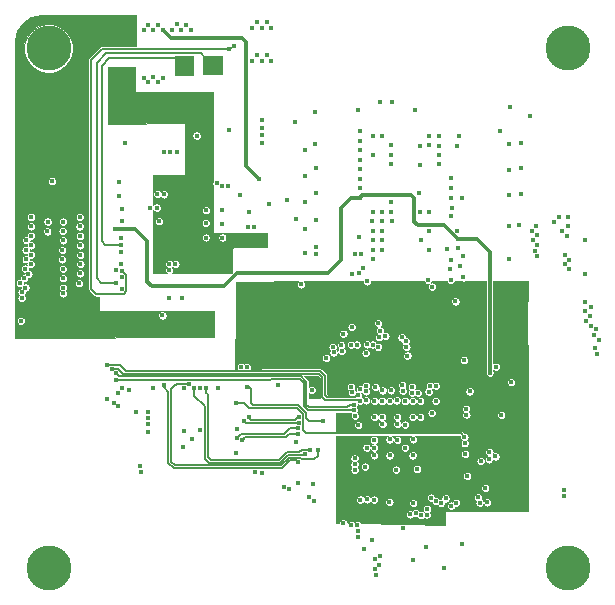
<source format=gbr>
%TF.GenerationSoftware,KiCad,Pcbnew,5.1.10-88a1d61d58~88~ubuntu20.04.1*%
%TF.CreationDate,2021-06-10T18:40:27+05:30*%
%TF.ProjectId,LB1A_DCA7M4_R512MB_F4GB,4c423141-5f44-4434-9137-4d345f523531,1.0.0*%
%TF.SameCoordinates,Original*%
%TF.FileFunction,Copper,L3,Inr*%
%TF.FilePolarity,Positive*%
%FSLAX46Y46*%
G04 Gerber Fmt 4.6, Leading zero omitted, Abs format (unit mm)*
G04 Created by KiCad (PCBNEW 5.1.10-88a1d61d58~88~ubuntu20.04.1) date 2021-06-10 18:40:27*
%MOMM*%
%LPD*%
G01*
G04 APERTURE LIST*
%TA.AperFunction,ComponentPad*%
%ADD10C,3.800000*%
%TD*%
%TA.AperFunction,ViaPad*%
%ADD11C,0.400050*%
%TD*%
%TA.AperFunction,Conductor*%
%ADD12C,0.304800*%
%TD*%
%TA.AperFunction,Conductor*%
%ADD13C,0.200000*%
%TD*%
%TA.AperFunction,Conductor*%
%ADD14C,0.203200*%
%TD*%
%TA.AperFunction,Conductor*%
%ADD15C,0.127000*%
%TD*%
%TA.AperFunction,Conductor*%
%ADD16C,0.090000*%
%TD*%
%TA.AperFunction,Conductor*%
%ADD17C,0.100000*%
%TD*%
%TA.AperFunction,Conductor*%
%ADD18C,0.101600*%
%TD*%
G04 APERTURE END LIST*
D10*
%TO.N,N/C*%
%TO.C,H4*%
X118000000Y-113500000D03*
%TD*%
%TO.N,N/C*%
%TO.C,H3*%
X162000000Y-113500000D03*
%TD*%
%TO.N,N/C*%
%TO.C,H2*%
X162000000Y-69500000D03*
%TD*%
%TO.N,N/C*%
%TO.C,H1*%
X118000000Y-69500000D03*
%TD*%
D11*
%TO.N,GND*%
X132705000Y-83180000D03*
X132705000Y-84320000D03*
X132710000Y-85505000D03*
X131305000Y-85505000D03*
X153160000Y-95890000D03*
X144870000Y-99300000D03*
X147470000Y-99300000D03*
X148820000Y-99350000D03*
X145570000Y-100700000D03*
X146270000Y-101300000D03*
X145570000Y-103300000D03*
X149470000Y-100700000D03*
X147520000Y-102650000D03*
X148870000Y-102600000D03*
X148170000Y-103300000D03*
X148820000Y-103950000D03*
X150420000Y-100350000D03*
X130530000Y-76880000D03*
X124155000Y-87780000D03*
X124155000Y-86730000D03*
X124155000Y-85530000D03*
X124180000Y-84130000D03*
X124180000Y-83105000D03*
X123955000Y-80830000D03*
X123955000Y-82030000D03*
X133280000Y-76380000D03*
X124480000Y-77530000D03*
X127630000Y-92105000D03*
X124180000Y-88855000D03*
X131330000Y-83205000D03*
X131305000Y-84280000D03*
X144270000Y-88520000D03*
X144440000Y-86920000D03*
X145450000Y-83310000D03*
X144340000Y-77320000D03*
X144360000Y-78920000D03*
X144360000Y-79720000D03*
X144360000Y-81330000D03*
X151020000Y-79310000D03*
X152750000Y-76910000D03*
X152110000Y-80490000D03*
X152620000Y-84930000D03*
X153120000Y-88890000D03*
X153110000Y-87110000D03*
X144320000Y-85500000D03*
X141500000Y-95700000D03*
X139690000Y-86790000D03*
X139680000Y-84800000D03*
X139670000Y-82520000D03*
X139670000Y-80270000D03*
X139670000Y-78110000D03*
X157960000Y-81810000D03*
X157980000Y-79610000D03*
X157980000Y-77500000D03*
X158750000Y-75220000D03*
X138820000Y-75710000D03*
X126390000Y-100770000D03*
X126410000Y-102000000D03*
X130150000Y-102600000D03*
X129500000Y-101860000D03*
X133910000Y-101760000D03*
X136850000Y-67740000D03*
X136450000Y-67240000D03*
X136050000Y-67740000D03*
X135650000Y-67240000D03*
X135250000Y-67740000D03*
X136850000Y-70540000D03*
X136450000Y-70040000D03*
X136050000Y-70540000D03*
X135650000Y-70040000D03*
X135250000Y-70540000D03*
X143900000Y-104200000D03*
X149200000Y-105100000D03*
X146220000Y-99350000D03*
X147530000Y-101299999D03*
X156330000Y-100540000D03*
X135510000Y-105400000D03*
X145390000Y-111150000D03*
X151490000Y-113460000D03*
X144670000Y-111840000D03*
X126840000Y-98250000D03*
X157831284Y-84451284D03*
X137443735Y-97970000D03*
X130840000Y-98281826D03*
X129255000Y-90655000D03*
X144790000Y-104900000D03*
X148890000Y-112850000D03*
X152960000Y-111420000D03*
X143655135Y-93070000D03*
X153000000Y-82148366D03*
X147031634Y-77710000D03*
X152080000Y-81321635D03*
X128460000Y-67920000D03*
X128860000Y-67460000D03*
X129250000Y-67920000D03*
X129650000Y-67510000D03*
X130060000Y-67920000D03*
X124180000Y-89858366D03*
X128213815Y-90663815D03*
%TO.N,MPU_VDDA_1V8_REG*%
X143924127Y-100593571D03*
X153380000Y-100510000D03*
%TO.N,PMIC_VOUT3_VDD*%
X148170000Y-102650000D03*
X149470000Y-101350000D03*
X148820000Y-103300000D03*
X149470000Y-102650000D03*
X149470000Y-103250000D03*
X148270000Y-104650000D03*
X134230000Y-90205000D03*
X134905000Y-90230000D03*
X135655000Y-90230000D03*
X135005000Y-83330000D03*
X135780000Y-80530000D03*
X149470000Y-103910000D03*
X148560000Y-107520000D03*
X126050000Y-67900000D03*
X126450000Y-67520000D03*
X126850000Y-67900000D03*
X127260000Y-67500000D03*
X127650000Y-67910000D03*
X157640000Y-106990000D03*
X157000000Y-97040000D03*
X147550000Y-103240000D03*
X145715101Y-108865125D03*
X140800000Y-98569999D03*
%TO.N,PMIC_LDO4_VDD_USB*%
X150770000Y-99350000D03*
X135410000Y-84580000D03*
X134920000Y-84580000D03*
%TO.N,Net-(C5-Pad2)*%
X140260000Y-98420000D03*
%TO.N,Net-(C6-Pad1)*%
X153360000Y-100000000D03*
%TO.N,Net-(C7-Pad1)*%
X147400000Y-105160000D03*
%TO.N,PMIC_VREF_DDR*%
X144370000Y-82120000D03*
X123660000Y-84780000D03*
X155355708Y-96935708D03*
X152640000Y-85671635D03*
%TO.N,PMIC_LDO3_VTT_DDR*%
X127140000Y-82970000D03*
X140550000Y-74900000D03*
X140560000Y-77570000D03*
X140630000Y-79640000D03*
X140640000Y-81720000D03*
X140640000Y-84010000D03*
X140640000Y-86300000D03*
X140670000Y-86890000D03*
X144170000Y-74710000D03*
X146050000Y-74040000D03*
X147090000Y-74070000D03*
X148990000Y-74740000D03*
X157050000Y-74430000D03*
X156260000Y-76450000D03*
X156990000Y-77600000D03*
X157000000Y-79750000D03*
X156990000Y-81910000D03*
X156990000Y-84550000D03*
X156960000Y-87290000D03*
X126590000Y-82990000D03*
%TO.N,PMIC_VOUT2_VDD_DDR*%
X148170000Y-99350000D03*
X149470000Y-99350000D03*
X145570000Y-99350000D03*
X146870000Y-99350000D03*
X127205000Y-81830000D03*
X127755000Y-81855000D03*
X127730000Y-78255000D03*
X128305000Y-78255000D03*
X128905000Y-78255000D03*
X143920000Y-86930000D03*
X146210000Y-83330000D03*
X144340000Y-76530000D03*
X144340000Y-78120000D03*
X144370000Y-80520000D03*
X151040000Y-76920000D03*
X152560000Y-77780000D03*
X149370000Y-81740000D03*
X152050000Y-82120000D03*
X152170000Y-83020000D03*
X138930000Y-83960000D03*
X152790358Y-87900358D03*
X152650000Y-86358365D03*
%TO.N,Net-(C42-Pad1)*%
X132330000Y-98281826D03*
%TO.N,5V_VIN*%
X127180000Y-80555000D03*
X127180000Y-81055000D03*
X127880000Y-81055000D03*
X127855000Y-80555000D03*
X129280000Y-87755000D03*
X128230000Y-86955000D03*
X127605000Y-86980000D03*
X127605000Y-87855000D03*
X129255000Y-88305000D03*
X123250000Y-72040000D03*
X123650000Y-72440000D03*
X124050000Y-72040000D03*
X124450000Y-72440000D03*
X124850000Y-72040000D03*
X135200000Y-85700000D03*
X127260000Y-84920000D03*
X130940000Y-87740000D03*
X131160000Y-78690000D03*
%TO.N,PMIC_VOUT1_VDD_CORE*%
X146870000Y-103950000D03*
X144220000Y-101400000D03*
X146220000Y-100700000D03*
X144920000Y-103300000D03*
X147520000Y-100700000D03*
X148820000Y-100700000D03*
X145570000Y-103950000D03*
X136105000Y-75580000D03*
X136105000Y-76205000D03*
X136105000Y-76855000D03*
X136105000Y-77530000D03*
X146870000Y-102600000D03*
X148170000Y-101350000D03*
X145550000Y-102650000D03*
%TO.N,PMIC_VOUT4_3V3*%
X123250000Y-67840000D03*
X123650000Y-67340000D03*
X124050000Y-67840000D03*
X124450000Y-67340000D03*
X124850000Y-67840000D03*
X130230000Y-92080000D03*
X130855000Y-92080000D03*
X131580000Y-92080000D03*
X131580000Y-92755000D03*
X130855000Y-92755000D03*
X130205000Y-92755000D03*
%TO.N,PMIC_LDO1_1V8*%
X128210000Y-87740000D03*
X128740000Y-87740000D03*
X128210000Y-88280000D03*
X126050000Y-72000000D03*
X126450000Y-72320000D03*
X126850000Y-71930000D03*
X127250000Y-72340000D03*
X127650000Y-71980000D03*
%TO.N,PMIC_LDO6_1V0*%
X123710000Y-89320000D03*
X131260000Y-70660000D03*
X131640000Y-70330000D03*
X132050000Y-70640000D03*
X132450000Y-70340000D03*
%TO.N,I2C1_SCL*%
X157169082Y-97762089D03*
X160750000Y-84157373D03*
%TO.N,I2C1_SDA*%
X155140000Y-107940000D03*
%TO.N,I2C4_SCL*%
X144400000Y-107700000D03*
X132225007Y-80916879D03*
%TO.N,I2C4_SDA*%
X144960000Y-107680000D03*
X132650000Y-81140000D03*
%TO.N,ETH_NRST*%
X164560000Y-94180000D03*
X154970000Y-106710000D03*
%TO.N,Net-(R7-Pad1)*%
X153640000Y-98530000D03*
%TO.N,DDR_A0*%
X146270000Y-98450000D03*
X146220000Y-85700000D03*
%TO.N,DDR_A1*%
X150220000Y-86540000D03*
X148770000Y-98650000D03*
%TO.N,DDR_A2*%
X144870000Y-98530003D03*
X146190000Y-86590000D03*
%TO.N,DDR_A3*%
X145670000Y-98150000D03*
X145430000Y-85710000D03*
%TO.N,DDR_A4*%
X150270000Y-98050000D03*
X152102194Y-87385233D03*
%TO.N,DDR_A5*%
X144870000Y-98050000D03*
X145440000Y-86530000D03*
%TO.N,DDR_A6*%
X150770000Y-98050000D03*
X151985842Y-88188494D03*
%TO.N,DDR_A7*%
X144610000Y-88120000D03*
X143609848Y-98151106D03*
%TO.N,DDR_A8*%
X155880000Y-96450000D03*
X152030000Y-89091755D03*
%TO.N,DDR_A9*%
X144370000Y-98350000D03*
X145424865Y-87320000D03*
%TO.N,DDR_A10*%
X150241634Y-84925886D03*
X148382148Y-95507852D03*
%TO.N,DDR_A11*%
X148770000Y-98150000D03*
X150103231Y-89090000D03*
%TO.N,DDR_A12*%
X148296294Y-94774732D03*
X149490000Y-85740000D03*
%TO.N,DDR_A13*%
X144950000Y-89220000D03*
X143686090Y-98622980D03*
%TO.N,DDR_A14*%
X149250003Y-98650000D03*
X150464866Y-89660000D03*
%TO.N,DDR_BA0*%
X145440000Y-84940000D03*
X146520000Y-93830000D03*
%TO.N,DDR_BA1*%
X150170000Y-98550000D03*
X151767853Y-86497540D03*
%TO.N,DDR_BA2*%
X146220000Y-84920000D03*
X145970000Y-93950000D03*
%TO.N,DDR_CLK_P*%
X148229412Y-94299412D03*
X150228365Y-83330000D03*
%TO.N,DDR_CLK_N*%
X149420000Y-83320000D03*
X147890000Y-93960000D03*
%TO.N,DDR_RESETN*%
X143700000Y-88560000D03*
X139360000Y-89480000D03*
%TO.N,DDR_CKE*%
X152030000Y-83720000D03*
X152440000Y-90920000D03*
%TO.N,DDR_RASN*%
X147948175Y-98004292D03*
X147028846Y-82531634D03*
%TO.N,DDR_CSN*%
X146230000Y-84130000D03*
X145910000Y-92760000D03*
%TO.N,DDR_ODT*%
X145420000Y-84120000D03*
X146050000Y-93390000D03*
%TO.N,DDR_WEN*%
X146970000Y-98450000D03*
X147040000Y-84130000D03*
%TO.N,DDR_CASN*%
X147971651Y-98483719D03*
X147020000Y-83320000D03*
%TO.N,SDMMC2_D0*%
X139170875Y-100690786D03*
X134957531Y-100729660D03*
%TO.N,SDMMC2_D1*%
X134580000Y-101060000D03*
X139162342Y-101170712D03*
%TO.N,SDMMC2_D2*%
X139151077Y-102130549D03*
X134406949Y-102625000D03*
%TO.N,SDMMC2_D3*%
X134770000Y-98160000D03*
X141240000Y-101020000D03*
%TO.N,SDMMC2_D4*%
X153210000Y-102380000D03*
X133880000Y-99503315D03*
%TO.N,SDMMC2_D5*%
X140151078Y-103465000D03*
X131350000Y-98281826D03*
%TO.N,SDMMC2_D6*%
X139710000Y-103825000D03*
X130330000Y-98281826D03*
%TO.N,SDMMC2_D7*%
X139149754Y-101650549D03*
X133940000Y-102480000D03*
%TO.N,SDMMC2_CMD*%
X127740000Y-98000000D03*
X138987483Y-102842897D03*
X139140000Y-104500000D03*
%TO.N,SDMMC2_CK*%
X140770000Y-103465000D03*
X129890000Y-97912394D03*
%TO.N,NRST*%
X134200000Y-81880000D03*
X146860000Y-107900000D03*
X118276817Y-80736817D03*
X129500000Y-98281826D03*
%TO.N,DSI_CKN*%
X119160000Y-86580000D03*
%TO.N,DSI_D1_N*%
X119240000Y-85750000D03*
%TO.N,JTDO_TRACESWO*%
X119190000Y-84970000D03*
%TO.N,JTDI*%
X119220000Y-84160000D03*
%TO.N,LCD_G4*%
X117914990Y-84160000D03*
%TO.N,LCD_R6*%
X116510000Y-83760000D03*
%TO.N,LCD_B4*%
X120580000Y-89380000D03*
X140383308Y-106352945D03*
%TO.N,LCD_B3*%
X119210000Y-88950000D03*
%TO.N,STLINK_UART4_RX*%
X120650000Y-88550000D03*
X139108341Y-106281626D03*
%TO.N,STLINK_UART4_TX*%
X119200000Y-88150000D03*
%TO.N,I2S2_WS*%
X120690000Y-87760000D03*
X138378090Y-106816265D03*
%TO.N,DSI_TE*%
X123509943Y-99496813D03*
%TO.N,DSI_D0_N*%
X122910000Y-99160000D03*
%TO.N,DSI_CKP*%
X120670000Y-86180000D03*
%TO.N,DSI_D1_P*%
X120650000Y-85380000D03*
%TO.N,NJRST*%
X120620000Y-84560000D03*
%TO.N,JTCK_SWCLK*%
X120640000Y-83760000D03*
%TO.N,LCD_G5*%
X117890000Y-84990000D03*
%TO.N,LCD_R4*%
X116500000Y-84560000D03*
%TO.N,LCD_G3*%
X119210000Y-89760000D03*
X140060002Y-107506647D03*
%TO.N,LCD_R3*%
X143900000Y-104719997D03*
X125780000Y-104870000D03*
%TO.N,LCD_G1*%
X119150000Y-87360000D03*
X137911258Y-106587655D03*
%TO.N,DSI_D0_P*%
X120680000Y-86980000D03*
%TO.N,JTMS_SWDIO*%
X134278347Y-96449045D03*
%TO.N,LCD_G2*%
X116520000Y-85360000D03*
%TO.N,LCD_R7*%
X119210000Y-90240003D03*
X140434875Y-107840000D03*
%TO.N,LCD_R2*%
X143900000Y-105200000D03*
X125790210Y-105349893D03*
%TO.N,SDMMC1_CMD*%
X123869483Y-98645894D03*
%TO.N,SDMMC1_CK*%
X124210016Y-98277530D03*
%TO.N,I2S2_CK*%
X124840000Y-98400000D03*
%TO.N,SDMMC1_D2*%
X143820000Y-100125000D03*
X123740000Y-97547269D03*
%TO.N,SDMMC1_D3*%
X143820000Y-99644997D03*
X123730000Y-96990001D03*
%TO.N,SDMMC1_D1*%
X144356922Y-99311683D03*
X123340000Y-96660000D03*
%TO.N,SDMMC1_D0*%
X144170000Y-98850000D03*
X122910000Y-96290000D03*
%TO.N,DSI_RESET*%
X134780000Y-96449045D03*
%TO.N,I2S2_SDO*%
X116510000Y-86170000D03*
%TO.N,LCD_G7*%
X116050000Y-86550000D03*
%TO.N,LCD_G6*%
X116120000Y-85740000D03*
%TO.N,DDR_DQ3*%
X142126111Y-95233889D03*
X145440000Y-78510000D03*
%TO.N,DDR_DQ0*%
X142038506Y-94761949D03*
X145440000Y-76920000D03*
%TO.N,DDR_DQ1*%
X142778205Y-94620493D03*
X147031634Y-78490000D03*
%TO.N,USART1_CTS*%
X116480000Y-87750000D03*
X143643183Y-109843183D03*
%TO.N,DDR_DQ7*%
X146260000Y-76900000D03*
X142800000Y-95100000D03*
%TO.N,DDR_DQS0_P*%
X149430000Y-77720000D03*
X143600000Y-94590000D03*
%TO.N,DDR_DQS0_N*%
X150220000Y-77710000D03*
X144079807Y-94576292D03*
%TO.N,LCD_VSYNC*%
X116010000Y-88130000D03*
X144151366Y-109851366D03*
%TO.N,DDR_DQ2*%
X150230000Y-76910000D03*
X144940000Y-94560000D03*
%TO.N,DDR_DQ6*%
X149410000Y-79340000D03*
X144840000Y-95300000D03*
%TO.N,DDR_DQM0*%
X142960000Y-93650000D03*
X147031634Y-79320000D03*
%TO.N,DDR_DQ4*%
X151020000Y-77720000D03*
X145890000Y-94760000D03*
%TO.N,DDR_DQ5*%
X145430000Y-94570000D03*
X151020000Y-78520000D03*
%TO.N,LCD_B0*%
X116510000Y-86960000D03*
%TO.N,PMIC_WAKEUP*%
X145550000Y-107700000D03*
X133220000Y-81160000D03*
%TO.N,LCD_B7*%
X115910000Y-88950000D03*
X144187038Y-110860067D03*
%TO.N,LCD_B1*%
X116290000Y-88610000D03*
X144203148Y-110350339D03*
%TO.N,U_LED_1*%
X115714991Y-90619976D03*
X145621085Y-113557001D03*
%TO.N,BOOT2*%
X115550000Y-89360000D03*
X146070721Y-112461625D03*
%TO.N,BOOT0*%
X115710000Y-90140000D03*
X146010000Y-113191876D03*
%TO.N,BOOT1*%
X115650000Y-92560000D03*
X145679312Y-114055262D03*
%TO.N,STUSB1600_IRQOUTn*%
X148600000Y-108950000D03*
%TO.N,POWER_ON*%
X148880000Y-108000000D03*
X138220000Y-82350000D03*
%TO.N,LCD_HSYNC*%
X149064863Y-108830000D03*
%TO.N,LCD_B5*%
X150360000Y-107530000D03*
%TO.N,ANA0*%
X149996975Y-108978865D03*
%TO.N,ANA1*%
X150030229Y-108500229D03*
%TO.N,HDMI_INT*%
X150760000Y-107800000D03*
%TO.N,ETH_RXD3*%
X154350000Y-107500000D03*
%TO.N,ETH_TXD3*%
X151220000Y-107970000D03*
%TO.N,ETH_TXD2*%
X151610000Y-107590000D03*
%TO.N,ETH_CLK125*%
X163940000Y-91350000D03*
%TO.N,USART1_TX*%
X155830000Y-104040000D03*
%TO.N,ETH_CLK*%
X153230000Y-102929749D03*
X162050000Y-88169465D03*
%TO.N,LCD_DE*%
X161682245Y-87778930D03*
%TO.N,HDMI_CEC*%
X159377135Y-87054070D03*
%TO.N,USART1_RX*%
X159160030Y-86625972D03*
%TO.N,HDMI_NRST*%
X159240000Y-84540000D03*
%TO.N,ETH_TXD1*%
X152096543Y-108203833D03*
%TO.N,ETH_TXD0*%
X154490000Y-107960000D03*
%TO.N,LCD_R1*%
X164400000Y-95340000D03*
X161646424Y-107371018D03*
%TO.N,ETH_RX_CLK*%
X164230000Y-94880000D03*
X161671653Y-106870000D03*
%TO.N,ETH_MDC*%
X163850000Y-92140000D03*
%TO.N,SPI5_NSS*%
X161490000Y-84938424D03*
%TO.N,SPI5_MOSI*%
X161920000Y-85340000D03*
%TO.N,DSI_BL_CTRL*%
X161940000Y-83770000D03*
%TO.N,ETH_TX_EN*%
X152510000Y-107960000D03*
%TO.N,ETH_GTX_CLK*%
X164200000Y-93730000D03*
%TO.N,PA0_WKUP*%
X153440000Y-105710000D03*
X136660000Y-82689725D03*
%TO.N,LCD_R0*%
X163460000Y-92550000D03*
%TO.N,LCD_R5*%
X163450000Y-90970000D03*
%TO.N,ETH_RXD2*%
X154570000Y-104450000D03*
%TO.N,ETH_RXD1*%
X155270000Y-104300000D03*
%TO.N,ETH_RX_DV*%
X153270000Y-103823376D03*
%TO.N,LCD_B2*%
X161696047Y-86988975D03*
%TO.N,SPI5_SCK*%
X163440000Y-85720000D03*
%TO.N,USB_DM2*%
X159020000Y-85750000D03*
%TO.N,USB_DM1*%
X158950000Y-84960000D03*
%TO.N,USART1_RTS*%
X161180000Y-83770000D03*
%TO.N,ETH_MDIO*%
X164323641Y-93243824D03*
%TO.N,U_LED_2*%
X163910000Y-92960000D03*
%TO.N,ETH_RXD0*%
X155320000Y-103660000D03*
%TO.N,ETH_MDINT*%
X163430000Y-88560000D03*
%TO.N,SPI5_MISO*%
X162053919Y-87379475D03*
%TO.N,LCD_CLK*%
X162011217Y-84547889D03*
%TO.N,USB_DP2*%
X159310000Y-86170000D03*
%TO.N,USB_DP1*%
X159329049Y-85333345D03*
%TO.N,nPONKEY*%
X127355000Y-84130000D03*
%TO.N,PMIC_LDO2_2V9*%
X124130000Y-86105000D03*
X128850000Y-70640000D03*
X129260000Y-70330000D03*
X129650000Y-70670000D03*
X130060000Y-70330000D03*
%TO.N,LCD_B6*%
X116060000Y-87350000D03*
X142960000Y-109715125D03*
%TO.N,DSI_LCD_INT*%
X123890000Y-99790000D03*
%TO.N,U_BUTTON_1*%
X116040000Y-89750000D03*
X145643267Y-112724184D03*
%TO.N,U_BUTTON_2*%
X149517122Y-108990819D03*
%TO.N,LCD_G0*%
X163450000Y-91770000D03*
%TO.N,Net-(C75-Pad2)*%
X148034771Y-110090000D03*
%TO.N,Net-(C76-Pad2)*%
X149970000Y-111690000D03*
%TO.N,PMIC_LDO5_2V9*%
X130840000Y-101770000D03*
X129340000Y-103270000D03*
X123730000Y-88280000D03*
X133270000Y-69560000D03*
X133660000Y-69270000D03*
X126380000Y-100270000D03*
X126400000Y-101280000D03*
X133870000Y-103760000D03*
X125400000Y-100240000D03*
X136080000Y-105421624D03*
X124240000Y-88300000D03*
%TD*%
D12*
%TO.N,PMIC_VOUT3_VDD*%
X128370000Y-68630000D02*
X127650000Y-67910000D01*
X134350000Y-68630000D02*
X128370000Y-68630000D01*
X134700000Y-68980000D02*
X134350000Y-68630000D01*
X134700000Y-79450000D02*
X134700000Y-68980000D01*
X135780000Y-80530000D02*
X134700000Y-79450000D01*
%TO.N,PMIC_VREF_DDR*%
X144570024Y-81919976D02*
X147076378Y-81919976D01*
X144370000Y-82120000D02*
X144570024Y-81919976D01*
X155355708Y-96935708D02*
X155355708Y-86725708D01*
X154301635Y-85671635D02*
X152640000Y-85671635D01*
X155355708Y-86725708D02*
X154301635Y-85671635D01*
X148920000Y-82170000D02*
X148669976Y-81919976D01*
X148920000Y-84160000D02*
X148920000Y-82170000D01*
X149234260Y-84474260D02*
X148920000Y-84160000D01*
X148669976Y-81919976D02*
X147076378Y-81919976D01*
X151442625Y-84474260D02*
X149234260Y-84474260D01*
X152640000Y-85671635D02*
X151442625Y-84474260D01*
X126370000Y-85830000D02*
X125320000Y-84780000D01*
X125320000Y-84780000D02*
X123660000Y-84780000D01*
X126370000Y-89270000D02*
X126370000Y-85830000D01*
X126740000Y-89640000D02*
X126370000Y-89270000D01*
X132880000Y-89640000D02*
X126740000Y-89640000D01*
X141650000Y-88540000D02*
X133980000Y-88540000D01*
X142760000Y-87430000D02*
X141650000Y-88540000D01*
X133980000Y-88540000D02*
X132880000Y-89640000D01*
X142760000Y-82980000D02*
X142760000Y-87430000D01*
X143620000Y-82120000D02*
X142760000Y-82980000D01*
X144370000Y-82120000D02*
X143620000Y-82120000D01*
D13*
%TO.N,PMIC_LDO6_1V0*%
X131250000Y-70650000D02*
X131260000Y-70660000D01*
D14*
X131250000Y-70290000D02*
X131250000Y-70650000D01*
X122060000Y-70720000D02*
X122860000Y-69920000D01*
X122860000Y-69920000D02*
X130880000Y-69920000D01*
X122060000Y-88960000D02*
X122060000Y-70720000D01*
X122420000Y-89320000D02*
X122060000Y-88960000D01*
X130880000Y-69920000D02*
X131250000Y-70290000D01*
X123710000Y-89320000D02*
X122420000Y-89320000D01*
D15*
%TO.N,SDMMC2_D0*%
X139101881Y-100690786D02*
X139170875Y-100690786D01*
X138850565Y-100942102D02*
X139101881Y-100690786D01*
X135169973Y-100942102D02*
X138850565Y-100942102D01*
X134957531Y-100729660D02*
X135169973Y-100942102D01*
D16*
%TO.N,SDMMC2_D1*%
X139051630Y-101060000D02*
X139162342Y-101170712D01*
D15*
X134690712Y-101170712D02*
X134580000Y-101060000D01*
X139162342Y-101170712D02*
X134690712Y-101170712D01*
%TO.N,SDMMC2_D2*%
X134406949Y-102625000D02*
X134503736Y-102528213D01*
X138379451Y-102130549D02*
X139151077Y-102130549D01*
X138110000Y-102400000D02*
X138379451Y-102130549D01*
X134631949Y-102400000D02*
X138110000Y-102400000D01*
X134406949Y-102625000D02*
X134631949Y-102400000D01*
%TO.N,SDMMC2_D3*%
X135115126Y-99535126D02*
X135291500Y-99711500D01*
X135120000Y-99090000D02*
X135115126Y-99094874D01*
X134990000Y-98160000D02*
X135120000Y-98290000D01*
X135115126Y-99094874D02*
X135115126Y-99535126D01*
X135120000Y-98290000D02*
X135120000Y-99090000D01*
X134770000Y-98160000D02*
X134990000Y-98160000D01*
X141240000Y-101020000D02*
X140050000Y-101020000D01*
X139808610Y-100778610D02*
X139808610Y-100385307D01*
X139808610Y-100385307D02*
X139674692Y-100251390D01*
X140050000Y-101020000D02*
X139808610Y-100778610D01*
X139134802Y-99711500D02*
X138621500Y-99711500D01*
X139674692Y-100251390D02*
X139134802Y-99711500D01*
X138621500Y-99711500D02*
X138941815Y-99711500D01*
X135291500Y-99711500D02*
X138621500Y-99711500D01*
D16*
%TO.N,SDMMC2_D4*%
X153200000Y-102390000D02*
X153210000Y-102380000D01*
D15*
X134543315Y-99503315D02*
X133880000Y-99503315D01*
X134980110Y-99940110D02*
X134543315Y-99503315D01*
X139040110Y-99940110D02*
X134980110Y-99940110D01*
X139820000Y-102070000D02*
X139580000Y-101830000D01*
X153210000Y-102380000D02*
X152900000Y-102070000D01*
X139580000Y-101830000D02*
X139580000Y-100480000D01*
X152900000Y-102070000D02*
X139820000Y-102070000D01*
X139580000Y-100480000D02*
X139040110Y-99940110D01*
%TO.N,SDMMC2_D5*%
X139440126Y-103459874D02*
X139222346Y-103677654D01*
X140145952Y-103459874D02*
X139440126Y-103459874D01*
X140151078Y-103465000D02*
X140145952Y-103459874D01*
X139222346Y-103677654D02*
X138510000Y-103677654D01*
X138142439Y-103677654D02*
X138008522Y-103811572D01*
X138510000Y-103677654D02*
X138142439Y-103677654D01*
X138008522Y-103811572D02*
X137471050Y-104349044D01*
X131709044Y-104349044D02*
X131460000Y-104100000D01*
X137471050Y-104349044D02*
X131709044Y-104349044D01*
X131460000Y-104080000D02*
X131458610Y-104078610D01*
X131460000Y-104100000D02*
X131460000Y-104080000D01*
X131458610Y-104078610D02*
X131458610Y-102431390D01*
X131350000Y-98660000D02*
X131350000Y-98281826D01*
X131458610Y-98768610D02*
X131350000Y-98660000D01*
X131458610Y-102950000D02*
X131458610Y-98768610D01*
%TO.N,SDMMC2_D6*%
X130338448Y-98290274D02*
X130330000Y-98281826D01*
X130338448Y-98898448D02*
X130338448Y-98290274D01*
X131230000Y-104240000D02*
X131230000Y-99790000D01*
X131230000Y-99790000D02*
X130338448Y-98898448D01*
X131567654Y-104577654D02*
X131230000Y-104240000D01*
X139466264Y-103906264D02*
X138237132Y-103906264D01*
X137565742Y-104577654D02*
X131567654Y-104577654D01*
X138237132Y-103906264D02*
X137565742Y-104577654D01*
X139547528Y-103825000D02*
X139466264Y-103906264D01*
X139710000Y-103825000D02*
X139547528Y-103825000D01*
D16*
%TO.N,SDMMC2_D7*%
X139149754Y-101650549D02*
X139019451Y-101650549D01*
D15*
X138479451Y-101650549D02*
X139149754Y-101650549D01*
X137970000Y-102160000D02*
X138479451Y-101650549D01*
X134260000Y-102160000D02*
X137970000Y-102160000D01*
X133940000Y-102480000D02*
X134260000Y-102160000D01*
%TO.N,SDMMC2_CMD*%
X127740000Y-98150000D02*
X127740000Y-98000000D01*
X128140000Y-98550000D02*
X127740000Y-98150000D01*
X128584874Y-105034874D02*
X128140000Y-104590000D01*
X137755126Y-105034874D02*
X128584874Y-105034874D01*
X138426516Y-104363484D02*
X137755126Y-105034874D01*
X128140000Y-104590000D02*
X128140000Y-98550000D01*
X138983484Y-104363484D02*
X138426516Y-104363484D01*
X139140000Y-104500000D02*
X139120000Y-104500000D01*
X139120000Y-104500000D02*
X138983484Y-104363484D01*
D16*
%TO.N,SDMMC2_CK*%
X140770000Y-103465000D02*
X140695000Y-103390000D01*
D15*
X128679566Y-104806264D02*
X128368610Y-104495308D01*
X137660434Y-104806264D02*
X128679566Y-104806264D01*
X138331823Y-104134875D02*
X137660434Y-104806264D01*
X139315261Y-104134874D02*
X138331823Y-104134875D01*
X140490000Y-104290000D02*
X139470387Y-104290000D01*
X140770000Y-104010000D02*
X140490000Y-104290000D01*
X128368610Y-104495308D02*
X128368610Y-98331390D01*
X139470387Y-104290000D02*
X139315261Y-104134874D01*
X140770000Y-103465000D02*
X140770000Y-104010000D01*
X128787606Y-97912394D02*
X128650000Y-98050000D01*
X128650000Y-98050000D02*
X128745080Y-97954920D01*
X129890000Y-97912394D02*
X128787606Y-97912394D01*
X128368610Y-98331390D02*
X128650000Y-98050000D01*
%TO.N,SDMMC1_D2*%
X143820000Y-100125000D02*
X139935000Y-100125000D01*
X139605126Y-99795126D02*
X139605126Y-97855126D01*
X139605126Y-97855126D02*
X139244874Y-97494874D01*
X139244874Y-97494874D02*
X136795126Y-97494874D01*
X136795126Y-97494874D02*
X136742731Y-97547269D01*
X139935000Y-100125000D02*
X139605126Y-99795126D01*
X136742731Y-97547269D02*
X123740000Y-97547269D01*
%TO.N,SDMMC1_D3*%
X136548610Y-97271390D02*
X123981777Y-97271390D01*
X136553736Y-97266264D02*
X136548610Y-97271390D01*
X139339567Y-97266264D02*
X136553736Y-97266264D01*
X139699818Y-97626516D02*
X139339567Y-97266264D01*
X139833736Y-97760433D02*
X139699818Y-97626516D01*
X139833736Y-99700434D02*
X139833736Y-97760433D01*
X143820000Y-99644997D02*
X143545003Y-99644997D01*
X123981777Y-97271390D02*
X123730000Y-97019613D01*
X143545003Y-99644997D02*
X143293610Y-99896390D01*
X140029692Y-99896390D02*
X139833736Y-99700434D01*
X123730000Y-97019613D02*
X123730000Y-96990001D01*
X143293610Y-99896390D02*
X140029692Y-99896390D01*
D16*
%TO.N,SDMMC1_D1*%
X123345001Y-96665001D02*
X123340000Y-96660000D01*
D15*
X142720000Y-99280000D02*
X141410000Y-99280000D01*
X141165101Y-99035101D02*
X141165101Y-98185101D01*
X141410000Y-99280000D02*
X141165101Y-99035101D01*
X142720129Y-99279871D02*
X142720000Y-99280000D01*
X144239871Y-99279871D02*
X142720129Y-99279871D01*
X144271683Y-99311683D02*
X144239871Y-99279871D01*
X144356922Y-99311683D02*
X144271683Y-99311683D01*
X141165101Y-98185101D02*
X141165101Y-97335101D01*
X136112346Y-97037654D02*
X136107220Y-97042780D01*
X140867654Y-97037654D02*
X136112346Y-97037654D01*
X141165101Y-97335101D02*
X140867654Y-97037654D01*
X136107220Y-97042780D02*
X125000000Y-97042780D01*
X125000000Y-97042780D02*
X124442780Y-97042780D01*
X123340000Y-96660000D02*
X123380000Y-96620000D01*
X124323166Y-97042780D02*
X124442780Y-97042780D01*
X123900386Y-96620000D02*
X124323166Y-97042780D01*
X123380000Y-96620000D02*
X123900386Y-96620000D01*
%TO.N,SDMMC1_D0*%
X141591261Y-99051261D02*
X141393711Y-98853711D01*
X143968739Y-99051261D02*
X141591261Y-99051261D01*
X144170000Y-98850000D02*
X143968739Y-99051261D01*
X136012527Y-96814170D02*
X136017653Y-96809044D01*
X140962347Y-96809044D02*
X141393711Y-97240408D01*
X124574170Y-96814170D02*
X136012527Y-96814170D01*
X136017653Y-96809044D02*
X140962347Y-96809044D01*
X141393711Y-98090408D02*
X141393711Y-98643711D01*
X141393711Y-98643711D02*
X141393711Y-98210000D01*
X141393711Y-97240408D02*
X141393711Y-98090408D01*
X141393711Y-98853711D02*
X141393711Y-98643711D01*
X122910000Y-96290000D02*
X124050000Y-96290000D01*
X124285000Y-96525000D02*
X124574170Y-96814170D01*
X124050000Y-96290000D02*
X124285000Y-96525000D01*
X124222713Y-96462713D02*
X124285000Y-96525000D01*
D13*
%TO.N,PMIC_LDO2_2V9*%
X128330000Y-70330000D02*
X129260000Y-70330000D01*
D14*
X123130000Y-70330000D02*
X128330000Y-70330000D01*
X122490000Y-70970000D02*
X123130000Y-70330000D01*
X122490000Y-85810000D02*
X122490000Y-70970000D01*
X122785000Y-86105000D02*
X122490000Y-85810000D01*
X124130000Y-86105000D02*
X122785000Y-86105000D01*
%TO.N,PMIC_LDO5_2V9*%
X133370000Y-69560000D02*
X133660000Y-69270000D01*
D13*
X133270000Y-69560000D02*
X133370000Y-69560000D01*
D14*
X124362401Y-90260001D02*
X124399999Y-90260001D01*
X124583226Y-88643226D02*
X124240000Y-88300000D01*
X124583226Y-90076774D02*
X124583226Y-88643226D01*
X124399999Y-90260001D02*
X124583226Y-90076774D01*
X132750000Y-69560000D02*
X133270000Y-69560000D01*
X122510000Y-69560000D02*
X132750000Y-69560000D01*
X121600000Y-70470000D02*
X122510000Y-69560000D01*
X121600000Y-89840000D02*
X121600000Y-70470000D01*
X122020001Y-90260001D02*
X121600000Y-89840000D01*
X124362401Y-90260001D02*
X122020001Y-90260001D01*
%TD*%
D17*
%TO.N,5V_VIN*%
X125318752Y-73099171D02*
X125319795Y-73108917D01*
X125322719Y-73118273D01*
X125327412Y-73126878D01*
X125333694Y-73134402D01*
X125341323Y-73140556D01*
X125350006Y-73145104D01*
X125359409Y-73147870D01*
X125368741Y-73148750D01*
X131940000Y-73149991D01*
X131940000Y-80713394D01*
X131914819Y-80751080D01*
X131888433Y-80814780D01*
X131874982Y-80882405D01*
X131874982Y-80951353D01*
X131888433Y-81018978D01*
X131914819Y-81082678D01*
X131940000Y-81120364D01*
X131940000Y-85070000D01*
X131940961Y-85079755D01*
X131943806Y-85089134D01*
X131948427Y-85097779D01*
X131954645Y-85105355D01*
X131962221Y-85111573D01*
X131970866Y-85116194D01*
X131980245Y-85119039D01*
X131989667Y-85119999D01*
X136450000Y-85149669D01*
X136450000Y-86350000D01*
X133600000Y-86350000D01*
X133590245Y-86350961D01*
X133580866Y-86353806D01*
X133572221Y-86358427D01*
X133564645Y-86364645D01*
X133558427Y-86372221D01*
X133553806Y-86380866D01*
X133550961Y-86390245D01*
X133550000Y-86400000D01*
X133550000Y-88542342D01*
X133542342Y-88550000D01*
X128435010Y-88550000D01*
X128481882Y-88503128D01*
X128520188Y-88445799D01*
X128546574Y-88382099D01*
X128560025Y-88314474D01*
X128560025Y-88245526D01*
X128546574Y-88177901D01*
X128520188Y-88114201D01*
X128481882Y-88056872D01*
X128435010Y-88010000D01*
X128475000Y-87970010D01*
X128516872Y-88011882D01*
X128574201Y-88050188D01*
X128637901Y-88076574D01*
X128705526Y-88090025D01*
X128774474Y-88090025D01*
X128842099Y-88076574D01*
X128905799Y-88050188D01*
X128963128Y-88011882D01*
X129011882Y-87963128D01*
X129050188Y-87905799D01*
X129076574Y-87842099D01*
X129090025Y-87774474D01*
X129090025Y-87705526D01*
X129076574Y-87637901D01*
X129050188Y-87574201D01*
X129011882Y-87516872D01*
X128963128Y-87468118D01*
X128905799Y-87429812D01*
X128842099Y-87403426D01*
X128774474Y-87389975D01*
X128705526Y-87389975D01*
X128637901Y-87403426D01*
X128574201Y-87429812D01*
X128516872Y-87468118D01*
X128475000Y-87509990D01*
X128433128Y-87468118D01*
X128375799Y-87429812D01*
X128312099Y-87403426D01*
X128244474Y-87389975D01*
X128175526Y-87389975D01*
X128107901Y-87403426D01*
X128044201Y-87429812D01*
X127986872Y-87468118D01*
X127938118Y-87516872D01*
X127899812Y-87574201D01*
X127873426Y-87637901D01*
X127859975Y-87705526D01*
X127859975Y-87774474D01*
X127873426Y-87842099D01*
X127899812Y-87905799D01*
X127938118Y-87963128D01*
X127984990Y-88010000D01*
X127938118Y-88056872D01*
X127899812Y-88114201D01*
X127873426Y-88177901D01*
X127859975Y-88245526D01*
X127859975Y-88314474D01*
X127873426Y-88382099D01*
X127899812Y-88445799D01*
X127938118Y-88503128D01*
X127984990Y-88550000D01*
X126840060Y-88550000D01*
X126843725Y-85470526D01*
X130954975Y-85470526D01*
X130954975Y-85539474D01*
X130968426Y-85607099D01*
X130994812Y-85670799D01*
X131033118Y-85728128D01*
X131081872Y-85776882D01*
X131139201Y-85815188D01*
X131202901Y-85841574D01*
X131270526Y-85855025D01*
X131339474Y-85855025D01*
X131407099Y-85841574D01*
X131470799Y-85815188D01*
X131528128Y-85776882D01*
X131576882Y-85728128D01*
X131615188Y-85670799D01*
X131641574Y-85607099D01*
X131655025Y-85539474D01*
X131655025Y-85470526D01*
X132359975Y-85470526D01*
X132359975Y-85539474D01*
X132373426Y-85607099D01*
X132399812Y-85670799D01*
X132438118Y-85728128D01*
X132486872Y-85776882D01*
X132544201Y-85815188D01*
X132607901Y-85841574D01*
X132675526Y-85855025D01*
X132744474Y-85855025D01*
X132812099Y-85841574D01*
X132875799Y-85815188D01*
X132933128Y-85776882D01*
X132981882Y-85728128D01*
X133020188Y-85670799D01*
X133046574Y-85607099D01*
X133060025Y-85539474D01*
X133060025Y-85470526D01*
X133046574Y-85402901D01*
X133020188Y-85339201D01*
X132981882Y-85281872D01*
X132933128Y-85233118D01*
X132875799Y-85194812D01*
X132812099Y-85168426D01*
X132744474Y-85154975D01*
X132675526Y-85154975D01*
X132607901Y-85168426D01*
X132544201Y-85194812D01*
X132486872Y-85233118D01*
X132438118Y-85281872D01*
X132399812Y-85339201D01*
X132373426Y-85402901D01*
X132359975Y-85470526D01*
X131655025Y-85470526D01*
X131641574Y-85402901D01*
X131615188Y-85339201D01*
X131576882Y-85281872D01*
X131528128Y-85233118D01*
X131470799Y-85194812D01*
X131407099Y-85168426D01*
X131339474Y-85154975D01*
X131270526Y-85154975D01*
X131202901Y-85168426D01*
X131139201Y-85194812D01*
X131081872Y-85233118D01*
X131033118Y-85281872D01*
X130994812Y-85339201D01*
X130968426Y-85402901D01*
X130954975Y-85470526D01*
X126843725Y-85470526D01*
X126845362Y-84095526D01*
X127004975Y-84095526D01*
X127004975Y-84164474D01*
X127018426Y-84232099D01*
X127044812Y-84295799D01*
X127083118Y-84353128D01*
X127131872Y-84401882D01*
X127189201Y-84440188D01*
X127252901Y-84466574D01*
X127320526Y-84480025D01*
X127389474Y-84480025D01*
X127457099Y-84466574D01*
X127520799Y-84440188D01*
X127578128Y-84401882D01*
X127626882Y-84353128D01*
X127665188Y-84295799D01*
X127686012Y-84245526D01*
X130954975Y-84245526D01*
X130954975Y-84314474D01*
X130968426Y-84382099D01*
X130994812Y-84445799D01*
X131033118Y-84503128D01*
X131081872Y-84551882D01*
X131139201Y-84590188D01*
X131202901Y-84616574D01*
X131270526Y-84630025D01*
X131339474Y-84630025D01*
X131407099Y-84616574D01*
X131470799Y-84590188D01*
X131528128Y-84551882D01*
X131576882Y-84503128D01*
X131615188Y-84445799D01*
X131641574Y-84382099D01*
X131655025Y-84314474D01*
X131655025Y-84245526D01*
X131641574Y-84177901D01*
X131615188Y-84114201D01*
X131576882Y-84056872D01*
X131528128Y-84008118D01*
X131470799Y-83969812D01*
X131407099Y-83943426D01*
X131339474Y-83929975D01*
X131270526Y-83929975D01*
X131202901Y-83943426D01*
X131139201Y-83969812D01*
X131081872Y-84008118D01*
X131033118Y-84056872D01*
X130994812Y-84114201D01*
X130968426Y-84177901D01*
X130954975Y-84245526D01*
X127686012Y-84245526D01*
X127691574Y-84232099D01*
X127705025Y-84164474D01*
X127705025Y-84095526D01*
X127691574Y-84027901D01*
X127665188Y-83964201D01*
X127626882Y-83906872D01*
X127578128Y-83858118D01*
X127520799Y-83819812D01*
X127457099Y-83793426D01*
X127389474Y-83779975D01*
X127320526Y-83779975D01*
X127252901Y-83793426D01*
X127189201Y-83819812D01*
X127131872Y-83858118D01*
X127083118Y-83906872D01*
X127044812Y-83964201D01*
X127018426Y-84027901D01*
X127004975Y-84095526D01*
X126845362Y-84095526D01*
X126846395Y-83228615D01*
X126861882Y-83213128D01*
X126872391Y-83197401D01*
X126916872Y-83241882D01*
X126974201Y-83280188D01*
X127037901Y-83306574D01*
X127105526Y-83320025D01*
X127174474Y-83320025D01*
X127242099Y-83306574D01*
X127305799Y-83280188D01*
X127363128Y-83241882D01*
X127411882Y-83193128D01*
X127426984Y-83170526D01*
X130979975Y-83170526D01*
X130979975Y-83239474D01*
X130993426Y-83307099D01*
X131019812Y-83370799D01*
X131058118Y-83428128D01*
X131106872Y-83476882D01*
X131164201Y-83515188D01*
X131227901Y-83541574D01*
X131295526Y-83555025D01*
X131364474Y-83555025D01*
X131432099Y-83541574D01*
X131495799Y-83515188D01*
X131553128Y-83476882D01*
X131601882Y-83428128D01*
X131640188Y-83370799D01*
X131666574Y-83307099D01*
X131680025Y-83239474D01*
X131680025Y-83170526D01*
X131666574Y-83102901D01*
X131640188Y-83039201D01*
X131601882Y-82981872D01*
X131553128Y-82933118D01*
X131495799Y-82894812D01*
X131432099Y-82868426D01*
X131364474Y-82854975D01*
X131295526Y-82854975D01*
X131227901Y-82868426D01*
X131164201Y-82894812D01*
X131106872Y-82933118D01*
X131058118Y-82981872D01*
X131019812Y-83039201D01*
X130993426Y-83102901D01*
X130979975Y-83170526D01*
X127426984Y-83170526D01*
X127450188Y-83135799D01*
X127476574Y-83072099D01*
X127490025Y-83004474D01*
X127490025Y-82935526D01*
X127476574Y-82867901D01*
X127450188Y-82804201D01*
X127411882Y-82746872D01*
X127363128Y-82698118D01*
X127305799Y-82659812D01*
X127242099Y-82633426D01*
X127174474Y-82619975D01*
X127105526Y-82619975D01*
X127037901Y-82633426D01*
X126974201Y-82659812D01*
X126916872Y-82698118D01*
X126868118Y-82746872D01*
X126857609Y-82762599D01*
X126846962Y-82751952D01*
X126848100Y-81795526D01*
X126854975Y-81795526D01*
X126854975Y-81864474D01*
X126868426Y-81932099D01*
X126894812Y-81995799D01*
X126933118Y-82053128D01*
X126981872Y-82101882D01*
X127039201Y-82140188D01*
X127102901Y-82166574D01*
X127170526Y-82180025D01*
X127239474Y-82180025D01*
X127307099Y-82166574D01*
X127370799Y-82140188D01*
X127428128Y-82101882D01*
X127470607Y-82059403D01*
X127483118Y-82078128D01*
X127531872Y-82126882D01*
X127589201Y-82165188D01*
X127652901Y-82191574D01*
X127720526Y-82205025D01*
X127789474Y-82205025D01*
X127857099Y-82191574D01*
X127920799Y-82165188D01*
X127978128Y-82126882D01*
X128026882Y-82078128D01*
X128065188Y-82020799D01*
X128091574Y-81957099D01*
X128105025Y-81889474D01*
X128105025Y-81820526D01*
X128091574Y-81752901D01*
X128065188Y-81689201D01*
X128026882Y-81631872D01*
X127978128Y-81583118D01*
X127920799Y-81544812D01*
X127857099Y-81518426D01*
X127789474Y-81504975D01*
X127720526Y-81504975D01*
X127652901Y-81518426D01*
X127589201Y-81544812D01*
X127531872Y-81583118D01*
X127489393Y-81625597D01*
X127476882Y-81606872D01*
X127428128Y-81558118D01*
X127370799Y-81519812D01*
X127307099Y-81493426D01*
X127239474Y-81479975D01*
X127170526Y-81479975D01*
X127102901Y-81493426D01*
X127039201Y-81519812D01*
X126981872Y-81558118D01*
X126933118Y-81606872D01*
X126894812Y-81664201D01*
X126868426Y-81727901D01*
X126854975Y-81795526D01*
X126848100Y-81795526D01*
X126849941Y-80250000D01*
X129500000Y-80250000D01*
X129509755Y-80249039D01*
X129519134Y-80246194D01*
X129527779Y-80241573D01*
X129535355Y-80235355D01*
X129541573Y-80227779D01*
X129546194Y-80219134D01*
X129549039Y-80209755D01*
X129550000Y-80200000D01*
X129550000Y-76845526D01*
X130179975Y-76845526D01*
X130179975Y-76914474D01*
X130193426Y-76982099D01*
X130219812Y-77045799D01*
X130258118Y-77103128D01*
X130306872Y-77151882D01*
X130364201Y-77190188D01*
X130427901Y-77216574D01*
X130495526Y-77230025D01*
X130564474Y-77230025D01*
X130632099Y-77216574D01*
X130695799Y-77190188D01*
X130753128Y-77151882D01*
X130801882Y-77103128D01*
X130840188Y-77045799D01*
X130866574Y-76982099D01*
X130880025Y-76914474D01*
X130880025Y-76845526D01*
X130866574Y-76777901D01*
X130840188Y-76714201D01*
X130801882Y-76656872D01*
X130753128Y-76608118D01*
X130695799Y-76569812D01*
X130632099Y-76543426D01*
X130564474Y-76529975D01*
X130495526Y-76529975D01*
X130427901Y-76543426D01*
X130364201Y-76569812D01*
X130306872Y-76608118D01*
X130258118Y-76656872D01*
X130219812Y-76714201D01*
X130193426Y-76777901D01*
X130179975Y-76845526D01*
X129550000Y-76845526D01*
X129550000Y-75900000D01*
X129549039Y-75890245D01*
X129546194Y-75880866D01*
X129541573Y-75872221D01*
X129535355Y-75864645D01*
X129527779Y-75858427D01*
X129519134Y-75853806D01*
X129509755Y-75850961D01*
X129499703Y-75850001D01*
X123018570Y-75888454D01*
X123001427Y-71110421D01*
X125301677Y-71072083D01*
X125318752Y-73099171D01*
%TA.AperFunction,Conductor*%
G36*
X125318752Y-73099171D02*
G01*
X125319795Y-73108917D01*
X125322719Y-73118273D01*
X125327412Y-73126878D01*
X125333694Y-73134402D01*
X125341323Y-73140556D01*
X125350006Y-73145104D01*
X125359409Y-73147870D01*
X125368741Y-73148750D01*
X131940000Y-73149991D01*
X131940000Y-80713394D01*
X131914819Y-80751080D01*
X131888433Y-80814780D01*
X131874982Y-80882405D01*
X131874982Y-80951353D01*
X131888433Y-81018978D01*
X131914819Y-81082678D01*
X131940000Y-81120364D01*
X131940000Y-85070000D01*
X131940961Y-85079755D01*
X131943806Y-85089134D01*
X131948427Y-85097779D01*
X131954645Y-85105355D01*
X131962221Y-85111573D01*
X131970866Y-85116194D01*
X131980245Y-85119039D01*
X131989667Y-85119999D01*
X136450000Y-85149669D01*
X136450000Y-86350000D01*
X133600000Y-86350000D01*
X133590245Y-86350961D01*
X133580866Y-86353806D01*
X133572221Y-86358427D01*
X133564645Y-86364645D01*
X133558427Y-86372221D01*
X133553806Y-86380866D01*
X133550961Y-86390245D01*
X133550000Y-86400000D01*
X133550000Y-88542342D01*
X133542342Y-88550000D01*
X128435010Y-88550000D01*
X128481882Y-88503128D01*
X128520188Y-88445799D01*
X128546574Y-88382099D01*
X128560025Y-88314474D01*
X128560025Y-88245526D01*
X128546574Y-88177901D01*
X128520188Y-88114201D01*
X128481882Y-88056872D01*
X128435010Y-88010000D01*
X128475000Y-87970010D01*
X128516872Y-88011882D01*
X128574201Y-88050188D01*
X128637901Y-88076574D01*
X128705526Y-88090025D01*
X128774474Y-88090025D01*
X128842099Y-88076574D01*
X128905799Y-88050188D01*
X128963128Y-88011882D01*
X129011882Y-87963128D01*
X129050188Y-87905799D01*
X129076574Y-87842099D01*
X129090025Y-87774474D01*
X129090025Y-87705526D01*
X129076574Y-87637901D01*
X129050188Y-87574201D01*
X129011882Y-87516872D01*
X128963128Y-87468118D01*
X128905799Y-87429812D01*
X128842099Y-87403426D01*
X128774474Y-87389975D01*
X128705526Y-87389975D01*
X128637901Y-87403426D01*
X128574201Y-87429812D01*
X128516872Y-87468118D01*
X128475000Y-87509990D01*
X128433128Y-87468118D01*
X128375799Y-87429812D01*
X128312099Y-87403426D01*
X128244474Y-87389975D01*
X128175526Y-87389975D01*
X128107901Y-87403426D01*
X128044201Y-87429812D01*
X127986872Y-87468118D01*
X127938118Y-87516872D01*
X127899812Y-87574201D01*
X127873426Y-87637901D01*
X127859975Y-87705526D01*
X127859975Y-87774474D01*
X127873426Y-87842099D01*
X127899812Y-87905799D01*
X127938118Y-87963128D01*
X127984990Y-88010000D01*
X127938118Y-88056872D01*
X127899812Y-88114201D01*
X127873426Y-88177901D01*
X127859975Y-88245526D01*
X127859975Y-88314474D01*
X127873426Y-88382099D01*
X127899812Y-88445799D01*
X127938118Y-88503128D01*
X127984990Y-88550000D01*
X126840060Y-88550000D01*
X126843725Y-85470526D01*
X130954975Y-85470526D01*
X130954975Y-85539474D01*
X130968426Y-85607099D01*
X130994812Y-85670799D01*
X131033118Y-85728128D01*
X131081872Y-85776882D01*
X131139201Y-85815188D01*
X131202901Y-85841574D01*
X131270526Y-85855025D01*
X131339474Y-85855025D01*
X131407099Y-85841574D01*
X131470799Y-85815188D01*
X131528128Y-85776882D01*
X131576882Y-85728128D01*
X131615188Y-85670799D01*
X131641574Y-85607099D01*
X131655025Y-85539474D01*
X131655025Y-85470526D01*
X132359975Y-85470526D01*
X132359975Y-85539474D01*
X132373426Y-85607099D01*
X132399812Y-85670799D01*
X132438118Y-85728128D01*
X132486872Y-85776882D01*
X132544201Y-85815188D01*
X132607901Y-85841574D01*
X132675526Y-85855025D01*
X132744474Y-85855025D01*
X132812099Y-85841574D01*
X132875799Y-85815188D01*
X132933128Y-85776882D01*
X132981882Y-85728128D01*
X133020188Y-85670799D01*
X133046574Y-85607099D01*
X133060025Y-85539474D01*
X133060025Y-85470526D01*
X133046574Y-85402901D01*
X133020188Y-85339201D01*
X132981882Y-85281872D01*
X132933128Y-85233118D01*
X132875799Y-85194812D01*
X132812099Y-85168426D01*
X132744474Y-85154975D01*
X132675526Y-85154975D01*
X132607901Y-85168426D01*
X132544201Y-85194812D01*
X132486872Y-85233118D01*
X132438118Y-85281872D01*
X132399812Y-85339201D01*
X132373426Y-85402901D01*
X132359975Y-85470526D01*
X131655025Y-85470526D01*
X131641574Y-85402901D01*
X131615188Y-85339201D01*
X131576882Y-85281872D01*
X131528128Y-85233118D01*
X131470799Y-85194812D01*
X131407099Y-85168426D01*
X131339474Y-85154975D01*
X131270526Y-85154975D01*
X131202901Y-85168426D01*
X131139201Y-85194812D01*
X131081872Y-85233118D01*
X131033118Y-85281872D01*
X130994812Y-85339201D01*
X130968426Y-85402901D01*
X130954975Y-85470526D01*
X126843725Y-85470526D01*
X126845362Y-84095526D01*
X127004975Y-84095526D01*
X127004975Y-84164474D01*
X127018426Y-84232099D01*
X127044812Y-84295799D01*
X127083118Y-84353128D01*
X127131872Y-84401882D01*
X127189201Y-84440188D01*
X127252901Y-84466574D01*
X127320526Y-84480025D01*
X127389474Y-84480025D01*
X127457099Y-84466574D01*
X127520799Y-84440188D01*
X127578128Y-84401882D01*
X127626882Y-84353128D01*
X127665188Y-84295799D01*
X127686012Y-84245526D01*
X130954975Y-84245526D01*
X130954975Y-84314474D01*
X130968426Y-84382099D01*
X130994812Y-84445799D01*
X131033118Y-84503128D01*
X131081872Y-84551882D01*
X131139201Y-84590188D01*
X131202901Y-84616574D01*
X131270526Y-84630025D01*
X131339474Y-84630025D01*
X131407099Y-84616574D01*
X131470799Y-84590188D01*
X131528128Y-84551882D01*
X131576882Y-84503128D01*
X131615188Y-84445799D01*
X131641574Y-84382099D01*
X131655025Y-84314474D01*
X131655025Y-84245526D01*
X131641574Y-84177901D01*
X131615188Y-84114201D01*
X131576882Y-84056872D01*
X131528128Y-84008118D01*
X131470799Y-83969812D01*
X131407099Y-83943426D01*
X131339474Y-83929975D01*
X131270526Y-83929975D01*
X131202901Y-83943426D01*
X131139201Y-83969812D01*
X131081872Y-84008118D01*
X131033118Y-84056872D01*
X130994812Y-84114201D01*
X130968426Y-84177901D01*
X130954975Y-84245526D01*
X127686012Y-84245526D01*
X127691574Y-84232099D01*
X127705025Y-84164474D01*
X127705025Y-84095526D01*
X127691574Y-84027901D01*
X127665188Y-83964201D01*
X127626882Y-83906872D01*
X127578128Y-83858118D01*
X127520799Y-83819812D01*
X127457099Y-83793426D01*
X127389474Y-83779975D01*
X127320526Y-83779975D01*
X127252901Y-83793426D01*
X127189201Y-83819812D01*
X127131872Y-83858118D01*
X127083118Y-83906872D01*
X127044812Y-83964201D01*
X127018426Y-84027901D01*
X127004975Y-84095526D01*
X126845362Y-84095526D01*
X126846395Y-83228615D01*
X126861882Y-83213128D01*
X126872391Y-83197401D01*
X126916872Y-83241882D01*
X126974201Y-83280188D01*
X127037901Y-83306574D01*
X127105526Y-83320025D01*
X127174474Y-83320025D01*
X127242099Y-83306574D01*
X127305799Y-83280188D01*
X127363128Y-83241882D01*
X127411882Y-83193128D01*
X127426984Y-83170526D01*
X130979975Y-83170526D01*
X130979975Y-83239474D01*
X130993426Y-83307099D01*
X131019812Y-83370799D01*
X131058118Y-83428128D01*
X131106872Y-83476882D01*
X131164201Y-83515188D01*
X131227901Y-83541574D01*
X131295526Y-83555025D01*
X131364474Y-83555025D01*
X131432099Y-83541574D01*
X131495799Y-83515188D01*
X131553128Y-83476882D01*
X131601882Y-83428128D01*
X131640188Y-83370799D01*
X131666574Y-83307099D01*
X131680025Y-83239474D01*
X131680025Y-83170526D01*
X131666574Y-83102901D01*
X131640188Y-83039201D01*
X131601882Y-82981872D01*
X131553128Y-82933118D01*
X131495799Y-82894812D01*
X131432099Y-82868426D01*
X131364474Y-82854975D01*
X131295526Y-82854975D01*
X131227901Y-82868426D01*
X131164201Y-82894812D01*
X131106872Y-82933118D01*
X131058118Y-82981872D01*
X131019812Y-83039201D01*
X130993426Y-83102901D01*
X130979975Y-83170526D01*
X127426984Y-83170526D01*
X127450188Y-83135799D01*
X127476574Y-83072099D01*
X127490025Y-83004474D01*
X127490025Y-82935526D01*
X127476574Y-82867901D01*
X127450188Y-82804201D01*
X127411882Y-82746872D01*
X127363128Y-82698118D01*
X127305799Y-82659812D01*
X127242099Y-82633426D01*
X127174474Y-82619975D01*
X127105526Y-82619975D01*
X127037901Y-82633426D01*
X126974201Y-82659812D01*
X126916872Y-82698118D01*
X126868118Y-82746872D01*
X126857609Y-82762599D01*
X126846962Y-82751952D01*
X126848100Y-81795526D01*
X126854975Y-81795526D01*
X126854975Y-81864474D01*
X126868426Y-81932099D01*
X126894812Y-81995799D01*
X126933118Y-82053128D01*
X126981872Y-82101882D01*
X127039201Y-82140188D01*
X127102901Y-82166574D01*
X127170526Y-82180025D01*
X127239474Y-82180025D01*
X127307099Y-82166574D01*
X127370799Y-82140188D01*
X127428128Y-82101882D01*
X127470607Y-82059403D01*
X127483118Y-82078128D01*
X127531872Y-82126882D01*
X127589201Y-82165188D01*
X127652901Y-82191574D01*
X127720526Y-82205025D01*
X127789474Y-82205025D01*
X127857099Y-82191574D01*
X127920799Y-82165188D01*
X127978128Y-82126882D01*
X128026882Y-82078128D01*
X128065188Y-82020799D01*
X128091574Y-81957099D01*
X128105025Y-81889474D01*
X128105025Y-81820526D01*
X128091574Y-81752901D01*
X128065188Y-81689201D01*
X128026882Y-81631872D01*
X127978128Y-81583118D01*
X127920799Y-81544812D01*
X127857099Y-81518426D01*
X127789474Y-81504975D01*
X127720526Y-81504975D01*
X127652901Y-81518426D01*
X127589201Y-81544812D01*
X127531872Y-81583118D01*
X127489393Y-81625597D01*
X127476882Y-81606872D01*
X127428128Y-81558118D01*
X127370799Y-81519812D01*
X127307099Y-81493426D01*
X127239474Y-81479975D01*
X127170526Y-81479975D01*
X127102901Y-81493426D01*
X127039201Y-81519812D01*
X126981872Y-81558118D01*
X126933118Y-81606872D01*
X126894812Y-81664201D01*
X126868426Y-81727901D01*
X126854975Y-81795526D01*
X126848100Y-81795526D01*
X126849941Y-80250000D01*
X129500000Y-80250000D01*
X129509755Y-80249039D01*
X129519134Y-80246194D01*
X129527779Y-80241573D01*
X129535355Y-80235355D01*
X129541573Y-80227779D01*
X129546194Y-80219134D01*
X129549039Y-80209755D01*
X129550000Y-80200000D01*
X129550000Y-76845526D01*
X130179975Y-76845526D01*
X130179975Y-76914474D01*
X130193426Y-76982099D01*
X130219812Y-77045799D01*
X130258118Y-77103128D01*
X130306872Y-77151882D01*
X130364201Y-77190188D01*
X130427901Y-77216574D01*
X130495526Y-77230025D01*
X130564474Y-77230025D01*
X130632099Y-77216574D01*
X130695799Y-77190188D01*
X130753128Y-77151882D01*
X130801882Y-77103128D01*
X130840188Y-77045799D01*
X130866574Y-76982099D01*
X130880025Y-76914474D01*
X130880025Y-76845526D01*
X130866574Y-76777901D01*
X130840188Y-76714201D01*
X130801882Y-76656872D01*
X130753128Y-76608118D01*
X130695799Y-76569812D01*
X130632099Y-76543426D01*
X130564474Y-76529975D01*
X130495526Y-76529975D01*
X130427901Y-76543426D01*
X130364201Y-76569812D01*
X130306872Y-76608118D01*
X130258118Y-76656872D01*
X130219812Y-76714201D01*
X130193426Y-76777901D01*
X130179975Y-76845526D01*
X129550000Y-76845526D01*
X129550000Y-75900000D01*
X129549039Y-75890245D01*
X129546194Y-75880866D01*
X129541573Y-75872221D01*
X129535355Y-75864645D01*
X129527779Y-75858427D01*
X129519134Y-75853806D01*
X129509755Y-75850961D01*
X129499703Y-75850001D01*
X123018570Y-75888454D01*
X123001427Y-71110421D01*
X125301677Y-71072083D01*
X125318752Y-73099171D01*
G37*
%TD.AperFunction*%
%TD*%
%TO.N,PMIC_LDO2_2V9*%
X130260000Y-71720000D02*
X128660000Y-71720000D01*
X128660000Y-70171600D01*
X130260000Y-70171600D01*
X130260000Y-71720000D01*
%TA.AperFunction,Conductor*%
G36*
X130260000Y-71720000D02*
G01*
X128660000Y-71720000D01*
X128660000Y-70171600D01*
X130260000Y-70171600D01*
X130260000Y-71720000D01*
G37*
%TD.AperFunction*%
%TD*%
%TO.N,PMIC_LDO6_1V0*%
X132650000Y-71680000D02*
X131090000Y-71680000D01*
X131090000Y-70140000D01*
X132650000Y-70140000D01*
X132650000Y-71680000D01*
%TA.AperFunction,Conductor*%
G36*
X132650000Y-71680000D02*
G01*
X131090000Y-71680000D01*
X131090000Y-70140000D01*
X132650000Y-70140000D01*
X132650000Y-71680000D01*
G37*
%TD.AperFunction*%
%TD*%
D18*
%TO.N,PMIC_VOUT3_VDD*%
X158519207Y-92779167D02*
X158519202Y-92780430D01*
X158549200Y-96320164D01*
X158589035Y-108658911D01*
X151580288Y-108619201D01*
X151570372Y-108620121D01*
X151560826Y-108622958D01*
X151552017Y-108627602D01*
X151544283Y-108633876D01*
X151537922Y-108641538D01*
X151533178Y-108650294D01*
X151530233Y-108659807D01*
X151529260Y-108672475D01*
X151586611Y-109848163D01*
X148210003Y-109783228D01*
X148201707Y-109777685D01*
X148137570Y-109751119D01*
X148069482Y-109737575D01*
X148000060Y-109737575D01*
X147931972Y-109751119D01*
X147870227Y-109776694D01*
X144474852Y-109711399D01*
X144463681Y-109684430D01*
X144425112Y-109626708D01*
X144376024Y-109577620D01*
X144318302Y-109539051D01*
X144254165Y-109512485D01*
X144186077Y-109498941D01*
X144116655Y-109498941D01*
X144048567Y-109512485D01*
X143984430Y-109539051D01*
X143926708Y-109577620D01*
X143901366Y-109602962D01*
X143867841Y-109569437D01*
X143810119Y-109530868D01*
X143745982Y-109504302D01*
X143677894Y-109490758D01*
X143608472Y-109490758D01*
X143540384Y-109504302D01*
X143476247Y-109530868D01*
X143418525Y-109569437D01*
X143369437Y-109618525D01*
X143330868Y-109676247D01*
X143325463Y-109689295D01*
X143312425Y-109689045D01*
X143312425Y-109680414D01*
X143298881Y-109612326D01*
X143272315Y-109548189D01*
X143233746Y-109490467D01*
X143184658Y-109441379D01*
X143126936Y-109402810D01*
X143062799Y-109376244D01*
X142994711Y-109362700D01*
X142925289Y-109362700D01*
X142857201Y-109376244D01*
X142793064Y-109402810D01*
X142735342Y-109441379D01*
X142686254Y-109490467D01*
X142647685Y-109548189D01*
X142621119Y-109612326D01*
X142608551Y-109675509D01*
X142330894Y-109670169D01*
X142332318Y-108915289D01*
X148247575Y-108915289D01*
X148247575Y-108984711D01*
X148261119Y-109052799D01*
X148287685Y-109116936D01*
X148326254Y-109174658D01*
X148375342Y-109223746D01*
X148433064Y-109262315D01*
X148497201Y-109288881D01*
X148565289Y-109302425D01*
X148634711Y-109302425D01*
X148702799Y-109288881D01*
X148766936Y-109262315D01*
X148824658Y-109223746D01*
X148873746Y-109174658D01*
X148896150Y-109141128D01*
X148897927Y-109142315D01*
X148962064Y-109168881D01*
X149030152Y-109182425D01*
X149099574Y-109182425D01*
X149167662Y-109168881D01*
X149203301Y-109154119D01*
X149204807Y-109157755D01*
X149243376Y-109215477D01*
X149292464Y-109264565D01*
X149350186Y-109303134D01*
X149414323Y-109329700D01*
X149482411Y-109343244D01*
X149551833Y-109343244D01*
X149619921Y-109329700D01*
X149684058Y-109303134D01*
X149741780Y-109264565D01*
X149763026Y-109243320D01*
X149772317Y-109252611D01*
X149830039Y-109291180D01*
X149894176Y-109317746D01*
X149962264Y-109331290D01*
X150031686Y-109331290D01*
X150099774Y-109317746D01*
X150163911Y-109291180D01*
X150221633Y-109252611D01*
X150270721Y-109203523D01*
X150309290Y-109145801D01*
X150335856Y-109081664D01*
X150349400Y-109013576D01*
X150349400Y-108944154D01*
X150335856Y-108876066D01*
X150309290Y-108811929D01*
X150272297Y-108756565D01*
X150303975Y-108724887D01*
X150342544Y-108667165D01*
X150369110Y-108603028D01*
X150382654Y-108534940D01*
X150382654Y-108465518D01*
X150369110Y-108397430D01*
X150342544Y-108333293D01*
X150303975Y-108275571D01*
X150254887Y-108226483D01*
X150197165Y-108187914D01*
X150133028Y-108161348D01*
X150064940Y-108147804D01*
X149995518Y-108147804D01*
X149927430Y-108161348D01*
X149863293Y-108187914D01*
X149805571Y-108226483D01*
X149756483Y-108275571D01*
X149717914Y-108333293D01*
X149691348Y-108397430D01*
X149677804Y-108465518D01*
X149677804Y-108534940D01*
X149691348Y-108603028D01*
X149717914Y-108667165D01*
X149754907Y-108722529D01*
X149751072Y-108726365D01*
X149741780Y-108717073D01*
X149684058Y-108678504D01*
X149619921Y-108651938D01*
X149551833Y-108638394D01*
X149482411Y-108638394D01*
X149414323Y-108651938D01*
X149378684Y-108666700D01*
X149377178Y-108663064D01*
X149338609Y-108605342D01*
X149289521Y-108556254D01*
X149231799Y-108517685D01*
X149167662Y-108491119D01*
X149099574Y-108477575D01*
X149030152Y-108477575D01*
X148962064Y-108491119D01*
X148897927Y-108517685D01*
X148840205Y-108556254D01*
X148791117Y-108605342D01*
X148768713Y-108638872D01*
X148766936Y-108637685D01*
X148702799Y-108611119D01*
X148634711Y-108597575D01*
X148565289Y-108597575D01*
X148497201Y-108611119D01*
X148433064Y-108637685D01*
X148375342Y-108676254D01*
X148326254Y-108725342D01*
X148287685Y-108783064D01*
X148261119Y-108847201D01*
X148247575Y-108915289D01*
X142332318Y-108915289D01*
X142334676Y-107665289D01*
X144047575Y-107665289D01*
X144047575Y-107734711D01*
X144061119Y-107802799D01*
X144087685Y-107866936D01*
X144126254Y-107924658D01*
X144175342Y-107973746D01*
X144233064Y-108012315D01*
X144297201Y-108038881D01*
X144365289Y-108052425D01*
X144434711Y-108052425D01*
X144502799Y-108038881D01*
X144566936Y-108012315D01*
X144624658Y-107973746D01*
X144673746Y-107924658D01*
X144686767Y-107905171D01*
X144735342Y-107953746D01*
X144793064Y-107992315D01*
X144857201Y-108018881D01*
X144925289Y-108032425D01*
X144994711Y-108032425D01*
X145062799Y-108018881D01*
X145126936Y-107992315D01*
X145184658Y-107953746D01*
X145233746Y-107904658D01*
X145248318Y-107882849D01*
X145276254Y-107924658D01*
X145325342Y-107973746D01*
X145383064Y-108012315D01*
X145447201Y-108038881D01*
X145515289Y-108052425D01*
X145584711Y-108052425D01*
X145652799Y-108038881D01*
X145716936Y-108012315D01*
X145774658Y-107973746D01*
X145823746Y-107924658D01*
X145862315Y-107866936D01*
X145862997Y-107865289D01*
X146507575Y-107865289D01*
X146507575Y-107934711D01*
X146521119Y-108002799D01*
X146547685Y-108066936D01*
X146586254Y-108124658D01*
X146635342Y-108173746D01*
X146693064Y-108212315D01*
X146757201Y-108238881D01*
X146825289Y-108252425D01*
X146894711Y-108252425D01*
X146962799Y-108238881D01*
X147026936Y-108212315D01*
X147084658Y-108173746D01*
X147133746Y-108124658D01*
X147172315Y-108066936D01*
X147198881Y-108002799D01*
X147206342Y-107965289D01*
X148527575Y-107965289D01*
X148527575Y-108034711D01*
X148541119Y-108102799D01*
X148567685Y-108166936D01*
X148606254Y-108224658D01*
X148655342Y-108273746D01*
X148713064Y-108312315D01*
X148777201Y-108338881D01*
X148845289Y-108352425D01*
X148914711Y-108352425D01*
X148982799Y-108338881D01*
X149046936Y-108312315D01*
X149104658Y-108273746D01*
X149153746Y-108224658D01*
X149192315Y-108166936D01*
X149218881Y-108102799D01*
X149232425Y-108034711D01*
X149232425Y-107965289D01*
X149218881Y-107897201D01*
X149192315Y-107833064D01*
X149153746Y-107775342D01*
X149104658Y-107726254D01*
X149046936Y-107687685D01*
X148982799Y-107661119D01*
X148914711Y-107647575D01*
X148845289Y-107647575D01*
X148777201Y-107661119D01*
X148713064Y-107687685D01*
X148655342Y-107726254D01*
X148606254Y-107775342D01*
X148567685Y-107833064D01*
X148541119Y-107897201D01*
X148527575Y-107965289D01*
X147206342Y-107965289D01*
X147212425Y-107934711D01*
X147212425Y-107865289D01*
X147198881Y-107797201D01*
X147172315Y-107733064D01*
X147133746Y-107675342D01*
X147084658Y-107626254D01*
X147026936Y-107587685D01*
X146962799Y-107561119D01*
X146894711Y-107547575D01*
X146825289Y-107547575D01*
X146757201Y-107561119D01*
X146693064Y-107587685D01*
X146635342Y-107626254D01*
X146586254Y-107675342D01*
X146547685Y-107733064D01*
X146521119Y-107797201D01*
X146507575Y-107865289D01*
X145862997Y-107865289D01*
X145888881Y-107802799D01*
X145902425Y-107734711D01*
X145902425Y-107665289D01*
X145888881Y-107597201D01*
X145862315Y-107533064D01*
X145837075Y-107495289D01*
X150007575Y-107495289D01*
X150007575Y-107564711D01*
X150021119Y-107632799D01*
X150047685Y-107696936D01*
X150086254Y-107754658D01*
X150135342Y-107803746D01*
X150193064Y-107842315D01*
X150257201Y-107868881D01*
X150325289Y-107882425D01*
X150394711Y-107882425D01*
X150416215Y-107878147D01*
X150421119Y-107902799D01*
X150447685Y-107966936D01*
X150486254Y-108024658D01*
X150535342Y-108073746D01*
X150593064Y-108112315D01*
X150657201Y-108138881D01*
X150725289Y-108152425D01*
X150794711Y-108152425D01*
X150862799Y-108138881D01*
X150901799Y-108122727D01*
X150907685Y-108136936D01*
X150946254Y-108194658D01*
X150995342Y-108243746D01*
X151053064Y-108282315D01*
X151117201Y-108308881D01*
X151185289Y-108322425D01*
X151254711Y-108322425D01*
X151322799Y-108308881D01*
X151386936Y-108282315D01*
X151444658Y-108243746D01*
X151493746Y-108194658D01*
X151510808Y-108169122D01*
X151744118Y-108169122D01*
X151744118Y-108238544D01*
X151757662Y-108306632D01*
X151784228Y-108370769D01*
X151822797Y-108428491D01*
X151871885Y-108477579D01*
X151929607Y-108516148D01*
X151993744Y-108542714D01*
X152061832Y-108556258D01*
X152131254Y-108556258D01*
X152199342Y-108542714D01*
X152263479Y-108516148D01*
X152321201Y-108477579D01*
X152370289Y-108428491D01*
X152408858Y-108370769D01*
X152435424Y-108306632D01*
X152435833Y-108304576D01*
X152475289Y-108312425D01*
X152544711Y-108312425D01*
X152612799Y-108298881D01*
X152676936Y-108272315D01*
X152734658Y-108233746D01*
X152783746Y-108184658D01*
X152822315Y-108126936D01*
X152848881Y-108062799D01*
X152862425Y-107994711D01*
X152862425Y-107925289D01*
X152848881Y-107857201D01*
X152822315Y-107793064D01*
X152783746Y-107735342D01*
X152734658Y-107686254D01*
X152676936Y-107647685D01*
X152612799Y-107621119D01*
X152544711Y-107607575D01*
X152475289Y-107607575D01*
X152407201Y-107621119D01*
X152343064Y-107647685D01*
X152285342Y-107686254D01*
X152236254Y-107735342D01*
X152197685Y-107793064D01*
X152171119Y-107857201D01*
X152170710Y-107859257D01*
X152131254Y-107851408D01*
X152061832Y-107851408D01*
X151993744Y-107864952D01*
X151929607Y-107891518D01*
X151871885Y-107930087D01*
X151822797Y-107979175D01*
X151784228Y-108036897D01*
X151757662Y-108101034D01*
X151744118Y-108169122D01*
X151510808Y-108169122D01*
X151532315Y-108136936D01*
X151558881Y-108072799D01*
X151572425Y-108004711D01*
X151572425Y-107941855D01*
X151575289Y-107942425D01*
X151644711Y-107942425D01*
X151712799Y-107928881D01*
X151776936Y-107902315D01*
X151834658Y-107863746D01*
X151883746Y-107814658D01*
X151922315Y-107756936D01*
X151948881Y-107692799D01*
X151962425Y-107624711D01*
X151962425Y-107555289D01*
X151948881Y-107487201D01*
X151939805Y-107465289D01*
X153997575Y-107465289D01*
X153997575Y-107534711D01*
X154011119Y-107602799D01*
X154037685Y-107666936D01*
X154076254Y-107724658D01*
X154125342Y-107773746D01*
X154172606Y-107805327D01*
X154151119Y-107857201D01*
X154137575Y-107925289D01*
X154137575Y-107994711D01*
X154151119Y-108062799D01*
X154177685Y-108126936D01*
X154216254Y-108184658D01*
X154265342Y-108233746D01*
X154323064Y-108272315D01*
X154387201Y-108298881D01*
X154455289Y-108312425D01*
X154524711Y-108312425D01*
X154592799Y-108298881D01*
X154656936Y-108272315D01*
X154714658Y-108233746D01*
X154763746Y-108184658D01*
X154802315Y-108126936D01*
X154819142Y-108086311D01*
X154827685Y-108106936D01*
X154866254Y-108164658D01*
X154915342Y-108213746D01*
X154973064Y-108252315D01*
X155037201Y-108278881D01*
X155105289Y-108292425D01*
X155174711Y-108292425D01*
X155242799Y-108278881D01*
X155306936Y-108252315D01*
X155364658Y-108213746D01*
X155413746Y-108164658D01*
X155452315Y-108106936D01*
X155478881Y-108042799D01*
X155492425Y-107974711D01*
X155492425Y-107905289D01*
X155478881Y-107837201D01*
X155452315Y-107773064D01*
X155413746Y-107715342D01*
X155364658Y-107666254D01*
X155306936Y-107627685D01*
X155242799Y-107601119D01*
X155174711Y-107587575D01*
X155105289Y-107587575D01*
X155037201Y-107601119D01*
X154973064Y-107627685D01*
X154915342Y-107666254D01*
X154866254Y-107715342D01*
X154827685Y-107773064D01*
X154810858Y-107813689D01*
X154802315Y-107793064D01*
X154763746Y-107735342D01*
X154714658Y-107686254D01*
X154667394Y-107654673D01*
X154688881Y-107602799D01*
X154702425Y-107534711D01*
X154702425Y-107465289D01*
X154688881Y-107397201D01*
X154662315Y-107333064D01*
X154623746Y-107275342D01*
X154574658Y-107226254D01*
X154516936Y-107187685D01*
X154452799Y-107161119D01*
X154384711Y-107147575D01*
X154315289Y-107147575D01*
X154247201Y-107161119D01*
X154183064Y-107187685D01*
X154125342Y-107226254D01*
X154076254Y-107275342D01*
X154037685Y-107333064D01*
X154011119Y-107397201D01*
X153997575Y-107465289D01*
X151939805Y-107465289D01*
X151922315Y-107423064D01*
X151883746Y-107365342D01*
X151834658Y-107316254D01*
X151776936Y-107277685D01*
X151712799Y-107251119D01*
X151644711Y-107237575D01*
X151575289Y-107237575D01*
X151507201Y-107251119D01*
X151443064Y-107277685D01*
X151385342Y-107316254D01*
X151336254Y-107365342D01*
X151297685Y-107423064D01*
X151271119Y-107487201D01*
X151257575Y-107555289D01*
X151257575Y-107618145D01*
X151254711Y-107617575D01*
X151185289Y-107617575D01*
X151117201Y-107631119D01*
X151078201Y-107647273D01*
X151072315Y-107633064D01*
X151033746Y-107575342D01*
X150984658Y-107526254D01*
X150926936Y-107487685D01*
X150862799Y-107461119D01*
X150794711Y-107447575D01*
X150725289Y-107447575D01*
X150703785Y-107451853D01*
X150698881Y-107427201D01*
X150672315Y-107363064D01*
X150633746Y-107305342D01*
X150584658Y-107256254D01*
X150526936Y-107217685D01*
X150462799Y-107191119D01*
X150394711Y-107177575D01*
X150325289Y-107177575D01*
X150257201Y-107191119D01*
X150193064Y-107217685D01*
X150135342Y-107256254D01*
X150086254Y-107305342D01*
X150047685Y-107363064D01*
X150021119Y-107427201D01*
X150007575Y-107495289D01*
X145837075Y-107495289D01*
X145823746Y-107475342D01*
X145774658Y-107426254D01*
X145716936Y-107387685D01*
X145652799Y-107361119D01*
X145584711Y-107347575D01*
X145515289Y-107347575D01*
X145447201Y-107361119D01*
X145383064Y-107387685D01*
X145325342Y-107426254D01*
X145276254Y-107475342D01*
X145261682Y-107497151D01*
X145233746Y-107455342D01*
X145184658Y-107406254D01*
X145126936Y-107367685D01*
X145062799Y-107341119D01*
X144994711Y-107327575D01*
X144925289Y-107327575D01*
X144857201Y-107341119D01*
X144793064Y-107367685D01*
X144735342Y-107406254D01*
X144686254Y-107455342D01*
X144673233Y-107474829D01*
X144624658Y-107426254D01*
X144566936Y-107387685D01*
X144502799Y-107361119D01*
X144434711Y-107347575D01*
X144365289Y-107347575D01*
X144297201Y-107361119D01*
X144233064Y-107387685D01*
X144175342Y-107426254D01*
X144126254Y-107475342D01*
X144087685Y-107533064D01*
X144061119Y-107597201D01*
X144047575Y-107665289D01*
X142334676Y-107665289D01*
X142336543Y-106675289D01*
X154617575Y-106675289D01*
X154617575Y-106744711D01*
X154631119Y-106812799D01*
X154657685Y-106876936D01*
X154696254Y-106934658D01*
X154745342Y-106983746D01*
X154803064Y-107022315D01*
X154867201Y-107048881D01*
X154935289Y-107062425D01*
X155004711Y-107062425D01*
X155072799Y-107048881D01*
X155136936Y-107022315D01*
X155194658Y-106983746D01*
X155243746Y-106934658D01*
X155282315Y-106876936D01*
X155308881Y-106812799D01*
X155322425Y-106744711D01*
X155322425Y-106675289D01*
X155308881Y-106607201D01*
X155282315Y-106543064D01*
X155243746Y-106485342D01*
X155194658Y-106436254D01*
X155136936Y-106397685D01*
X155072799Y-106371119D01*
X155004711Y-106357575D01*
X154935289Y-106357575D01*
X154867201Y-106371119D01*
X154803064Y-106397685D01*
X154745342Y-106436254D01*
X154696254Y-106485342D01*
X154657685Y-106543064D01*
X154631119Y-106607201D01*
X154617575Y-106675289D01*
X142336543Y-106675289D01*
X142338430Y-105675289D01*
X153087575Y-105675289D01*
X153087575Y-105744711D01*
X153101119Y-105812799D01*
X153127685Y-105876936D01*
X153166254Y-105934658D01*
X153215342Y-105983746D01*
X153273064Y-106022315D01*
X153337201Y-106048881D01*
X153405289Y-106062425D01*
X153474711Y-106062425D01*
X153542799Y-106048881D01*
X153606936Y-106022315D01*
X153664658Y-105983746D01*
X153713746Y-105934658D01*
X153752315Y-105876936D01*
X153778881Y-105812799D01*
X153792425Y-105744711D01*
X153792425Y-105675289D01*
X153778881Y-105607201D01*
X153752315Y-105543064D01*
X153713746Y-105485342D01*
X153664658Y-105436254D01*
X153606936Y-105397685D01*
X153542799Y-105371119D01*
X153474711Y-105357575D01*
X153405289Y-105357575D01*
X153337201Y-105371119D01*
X153273064Y-105397685D01*
X153215342Y-105436254D01*
X153166254Y-105485342D01*
X153127685Y-105543064D01*
X153101119Y-105607201D01*
X153087575Y-105675289D01*
X142338430Y-105675289D01*
X142341280Y-104165289D01*
X143547575Y-104165289D01*
X143547575Y-104234711D01*
X143561119Y-104302799D01*
X143587685Y-104366936D01*
X143626254Y-104424658D01*
X143661595Y-104459999D01*
X143626254Y-104495339D01*
X143587685Y-104553061D01*
X143561119Y-104617198D01*
X143547575Y-104685286D01*
X143547575Y-104754708D01*
X143561119Y-104822796D01*
X143587685Y-104886933D01*
X143626254Y-104944655D01*
X143641598Y-104959999D01*
X143626254Y-104975342D01*
X143587685Y-105033064D01*
X143561119Y-105097201D01*
X143547575Y-105165289D01*
X143547575Y-105234711D01*
X143561119Y-105302799D01*
X143587685Y-105366936D01*
X143626254Y-105424658D01*
X143675342Y-105473746D01*
X143733064Y-105512315D01*
X143797201Y-105538881D01*
X143865289Y-105552425D01*
X143934711Y-105552425D01*
X144002799Y-105538881D01*
X144066936Y-105512315D01*
X144124658Y-105473746D01*
X144173746Y-105424658D01*
X144212315Y-105366936D01*
X144238881Y-105302799D01*
X144252425Y-105234711D01*
X144252425Y-105165289D01*
X144238881Y-105097201D01*
X144212315Y-105033064D01*
X144173746Y-104975342D01*
X144158403Y-104959999D01*
X144173746Y-104944655D01*
X144212315Y-104886933D01*
X144221280Y-104865289D01*
X144437575Y-104865289D01*
X144437575Y-104934711D01*
X144451119Y-105002799D01*
X144477685Y-105066936D01*
X144516254Y-105124658D01*
X144565342Y-105173746D01*
X144623064Y-105212315D01*
X144687201Y-105238881D01*
X144755289Y-105252425D01*
X144824711Y-105252425D01*
X144892799Y-105238881D01*
X144956936Y-105212315D01*
X145014658Y-105173746D01*
X145063115Y-105125289D01*
X147047575Y-105125289D01*
X147047575Y-105194711D01*
X147061119Y-105262799D01*
X147087685Y-105326936D01*
X147126254Y-105384658D01*
X147175342Y-105433746D01*
X147233064Y-105472315D01*
X147297201Y-105498881D01*
X147365289Y-105512425D01*
X147434711Y-105512425D01*
X147502799Y-105498881D01*
X147566936Y-105472315D01*
X147624658Y-105433746D01*
X147673746Y-105384658D01*
X147712315Y-105326936D01*
X147738881Y-105262799D01*
X147752425Y-105194711D01*
X147752425Y-105125289D01*
X147740490Y-105065289D01*
X148847575Y-105065289D01*
X148847575Y-105134711D01*
X148861119Y-105202799D01*
X148887685Y-105266936D01*
X148926254Y-105324658D01*
X148975342Y-105373746D01*
X149033064Y-105412315D01*
X149097201Y-105438881D01*
X149165289Y-105452425D01*
X149234711Y-105452425D01*
X149302799Y-105438881D01*
X149366936Y-105412315D01*
X149424658Y-105373746D01*
X149473746Y-105324658D01*
X149512315Y-105266936D01*
X149538881Y-105202799D01*
X149552425Y-105134711D01*
X149552425Y-105065289D01*
X149538881Y-104997201D01*
X149512315Y-104933064D01*
X149473746Y-104875342D01*
X149424658Y-104826254D01*
X149366936Y-104787685D01*
X149302799Y-104761119D01*
X149234711Y-104747575D01*
X149165289Y-104747575D01*
X149097201Y-104761119D01*
X149033064Y-104787685D01*
X148975342Y-104826254D01*
X148926254Y-104875342D01*
X148887685Y-104933064D01*
X148861119Y-104997201D01*
X148847575Y-105065289D01*
X147740490Y-105065289D01*
X147738881Y-105057201D01*
X147712315Y-104993064D01*
X147673746Y-104935342D01*
X147624658Y-104886254D01*
X147566936Y-104847685D01*
X147502799Y-104821119D01*
X147434711Y-104807575D01*
X147365289Y-104807575D01*
X147297201Y-104821119D01*
X147233064Y-104847685D01*
X147175342Y-104886254D01*
X147126254Y-104935342D01*
X147087685Y-104993064D01*
X147061119Y-105057201D01*
X147047575Y-105125289D01*
X145063115Y-105125289D01*
X145063746Y-105124658D01*
X145102315Y-105066936D01*
X145128881Y-105002799D01*
X145142425Y-104934711D01*
X145142425Y-104865289D01*
X145128881Y-104797201D01*
X145102315Y-104733064D01*
X145063746Y-104675342D01*
X145014658Y-104626254D01*
X144956936Y-104587685D01*
X144892799Y-104561119D01*
X144824711Y-104547575D01*
X144755289Y-104547575D01*
X144687201Y-104561119D01*
X144623064Y-104587685D01*
X144565342Y-104626254D01*
X144516254Y-104675342D01*
X144477685Y-104733064D01*
X144451119Y-104797201D01*
X144437575Y-104865289D01*
X144221280Y-104865289D01*
X144238881Y-104822796D01*
X144252425Y-104754708D01*
X144252425Y-104685286D01*
X144238881Y-104617198D01*
X144212315Y-104553061D01*
X144173746Y-104495339D01*
X144138406Y-104459999D01*
X144173746Y-104424658D01*
X144180006Y-104415289D01*
X154217575Y-104415289D01*
X154217575Y-104484711D01*
X154231119Y-104552799D01*
X154257685Y-104616936D01*
X154296254Y-104674658D01*
X154345342Y-104723746D01*
X154403064Y-104762315D01*
X154467201Y-104788881D01*
X154535289Y-104802425D01*
X154604711Y-104802425D01*
X154672799Y-104788881D01*
X154736936Y-104762315D01*
X154794658Y-104723746D01*
X154843746Y-104674658D01*
X154882315Y-104616936D01*
X154908881Y-104552799D01*
X154922425Y-104484711D01*
X154922425Y-104415289D01*
X154908881Y-104347201D01*
X154882315Y-104283064D01*
X154870439Y-104265289D01*
X154917575Y-104265289D01*
X154917575Y-104334711D01*
X154931119Y-104402799D01*
X154957685Y-104466936D01*
X154996254Y-104524658D01*
X155045342Y-104573746D01*
X155103064Y-104612315D01*
X155167201Y-104638881D01*
X155235289Y-104652425D01*
X155304711Y-104652425D01*
X155372799Y-104638881D01*
X155436936Y-104612315D01*
X155494658Y-104573746D01*
X155543746Y-104524658D01*
X155582315Y-104466936D01*
X155608881Y-104402799D01*
X155622425Y-104334711D01*
X155622425Y-104325161D01*
X155663064Y-104352315D01*
X155727201Y-104378881D01*
X155795289Y-104392425D01*
X155864711Y-104392425D01*
X155932799Y-104378881D01*
X155996936Y-104352315D01*
X156054658Y-104313746D01*
X156103746Y-104264658D01*
X156142315Y-104206936D01*
X156168881Y-104142799D01*
X156182425Y-104074711D01*
X156182425Y-104005289D01*
X156168881Y-103937201D01*
X156142315Y-103873064D01*
X156103746Y-103815342D01*
X156054658Y-103766254D01*
X155996936Y-103727685D01*
X155932799Y-103701119D01*
X155864711Y-103687575D01*
X155795289Y-103687575D01*
X155727201Y-103701119D01*
X155666117Y-103726420D01*
X155672425Y-103694711D01*
X155672425Y-103625289D01*
X155658881Y-103557201D01*
X155632315Y-103493064D01*
X155593746Y-103435342D01*
X155544658Y-103386254D01*
X155486936Y-103347685D01*
X155422799Y-103321119D01*
X155354711Y-103307575D01*
X155285289Y-103307575D01*
X155217201Y-103321119D01*
X155153064Y-103347685D01*
X155095342Y-103386254D01*
X155046254Y-103435342D01*
X155007685Y-103493064D01*
X154981119Y-103557201D01*
X154967575Y-103625289D01*
X154967575Y-103694711D01*
X154981119Y-103762799D01*
X155007685Y-103826936D01*
X155046254Y-103884658D01*
X155095342Y-103933746D01*
X155148130Y-103969018D01*
X155103064Y-103987685D01*
X155045342Y-104026254D01*
X154996254Y-104075342D01*
X154957685Y-104133064D01*
X154931119Y-104197201D01*
X154917575Y-104265289D01*
X154870439Y-104265289D01*
X154843746Y-104225342D01*
X154794658Y-104176254D01*
X154736936Y-104137685D01*
X154672799Y-104111119D01*
X154604711Y-104097575D01*
X154535289Y-104097575D01*
X154467201Y-104111119D01*
X154403064Y-104137685D01*
X154345342Y-104176254D01*
X154296254Y-104225342D01*
X154257685Y-104283064D01*
X154231119Y-104347201D01*
X154217575Y-104415289D01*
X144180006Y-104415289D01*
X144212315Y-104366936D01*
X144238881Y-104302799D01*
X144252425Y-104234711D01*
X144252425Y-104165289D01*
X144238881Y-104097201D01*
X144212315Y-104033064D01*
X144173746Y-103975342D01*
X144124658Y-103926254D01*
X144066936Y-103887685D01*
X144002799Y-103861119D01*
X143934711Y-103847575D01*
X143865289Y-103847575D01*
X143797201Y-103861119D01*
X143733064Y-103887685D01*
X143675342Y-103926254D01*
X143626254Y-103975342D01*
X143587685Y-104033064D01*
X143561119Y-104097201D01*
X143547575Y-104165289D01*
X142341280Y-104165289D01*
X142342978Y-103265289D01*
X144567575Y-103265289D01*
X144567575Y-103334711D01*
X144581119Y-103402799D01*
X144607685Y-103466936D01*
X144646254Y-103524658D01*
X144695342Y-103573746D01*
X144753064Y-103612315D01*
X144817201Y-103638881D01*
X144885289Y-103652425D01*
X144954711Y-103652425D01*
X145022799Y-103638881D01*
X145086936Y-103612315D01*
X145144658Y-103573746D01*
X145193746Y-103524658D01*
X145232315Y-103466936D01*
X145245000Y-103436311D01*
X145257685Y-103466936D01*
X145296254Y-103524658D01*
X145345342Y-103573746D01*
X145403064Y-103612315D01*
X145433689Y-103625000D01*
X145403064Y-103637685D01*
X145345342Y-103676254D01*
X145296254Y-103725342D01*
X145257685Y-103783064D01*
X145231119Y-103847201D01*
X145217575Y-103915289D01*
X145217575Y-103984711D01*
X145231119Y-104052799D01*
X145257685Y-104116936D01*
X145296254Y-104174658D01*
X145345342Y-104223746D01*
X145403064Y-104262315D01*
X145467201Y-104288881D01*
X145535289Y-104302425D01*
X145604711Y-104302425D01*
X145672799Y-104288881D01*
X145736936Y-104262315D01*
X145794658Y-104223746D01*
X145843746Y-104174658D01*
X145882315Y-104116936D01*
X145908881Y-104052799D01*
X145922425Y-103984711D01*
X145922425Y-103915289D01*
X146517575Y-103915289D01*
X146517575Y-103984711D01*
X146531119Y-104052799D01*
X146557685Y-104116936D01*
X146596254Y-104174658D01*
X146645342Y-104223746D01*
X146703064Y-104262315D01*
X146767201Y-104288881D01*
X146835289Y-104302425D01*
X146904711Y-104302425D01*
X146972799Y-104288881D01*
X147036936Y-104262315D01*
X147094658Y-104223746D01*
X147143746Y-104174658D01*
X147182315Y-104116936D01*
X147208881Y-104052799D01*
X147222425Y-103984711D01*
X147222425Y-103915289D01*
X148467575Y-103915289D01*
X148467575Y-103984711D01*
X148481119Y-104052799D01*
X148507685Y-104116936D01*
X148546254Y-104174658D01*
X148595342Y-104223746D01*
X148653064Y-104262315D01*
X148717201Y-104288881D01*
X148785289Y-104302425D01*
X148854711Y-104302425D01*
X148922799Y-104288881D01*
X148986936Y-104262315D01*
X149044658Y-104223746D01*
X149093746Y-104174658D01*
X149132315Y-104116936D01*
X149158881Y-104052799D01*
X149172425Y-103984711D01*
X149172425Y-103915289D01*
X149158881Y-103847201D01*
X149134635Y-103788665D01*
X152917575Y-103788665D01*
X152917575Y-103858087D01*
X152931119Y-103926175D01*
X152957685Y-103990312D01*
X152996254Y-104048034D01*
X153045342Y-104097122D01*
X153103064Y-104135691D01*
X153167201Y-104162257D01*
X153235289Y-104175801D01*
X153304711Y-104175801D01*
X153372799Y-104162257D01*
X153436936Y-104135691D01*
X153494658Y-104097122D01*
X153543746Y-104048034D01*
X153582315Y-103990312D01*
X153608881Y-103926175D01*
X153622425Y-103858087D01*
X153622425Y-103788665D01*
X153608881Y-103720577D01*
X153582315Y-103656440D01*
X153543746Y-103598718D01*
X153494658Y-103549630D01*
X153436936Y-103511061D01*
X153372799Y-103484495D01*
X153304711Y-103470951D01*
X153235289Y-103470951D01*
X153167201Y-103484495D01*
X153103064Y-103511061D01*
X153045342Y-103549630D01*
X152996254Y-103598718D01*
X152957685Y-103656440D01*
X152931119Y-103720577D01*
X152917575Y-103788665D01*
X149134635Y-103788665D01*
X149132315Y-103783064D01*
X149093746Y-103725342D01*
X149044658Y-103676254D01*
X148986936Y-103637685D01*
X148922799Y-103611119D01*
X148854711Y-103597575D01*
X148785289Y-103597575D01*
X148717201Y-103611119D01*
X148653064Y-103637685D01*
X148595342Y-103676254D01*
X148546254Y-103725342D01*
X148507685Y-103783064D01*
X148481119Y-103847201D01*
X148467575Y-103915289D01*
X147222425Y-103915289D01*
X147208881Y-103847201D01*
X147182315Y-103783064D01*
X147143746Y-103725342D01*
X147094658Y-103676254D01*
X147036936Y-103637685D01*
X146972799Y-103611119D01*
X146904711Y-103597575D01*
X146835289Y-103597575D01*
X146767201Y-103611119D01*
X146703064Y-103637685D01*
X146645342Y-103676254D01*
X146596254Y-103725342D01*
X146557685Y-103783064D01*
X146531119Y-103847201D01*
X146517575Y-103915289D01*
X145922425Y-103915289D01*
X145908881Y-103847201D01*
X145882315Y-103783064D01*
X145843746Y-103725342D01*
X145794658Y-103676254D01*
X145736936Y-103637685D01*
X145706311Y-103625000D01*
X145736936Y-103612315D01*
X145794658Y-103573746D01*
X145843746Y-103524658D01*
X145882315Y-103466936D01*
X145908881Y-103402799D01*
X145922425Y-103334711D01*
X145922425Y-103265289D01*
X147817575Y-103265289D01*
X147817575Y-103334711D01*
X147831119Y-103402799D01*
X147857685Y-103466936D01*
X147896254Y-103524658D01*
X147945342Y-103573746D01*
X148003064Y-103612315D01*
X148067201Y-103638881D01*
X148135289Y-103652425D01*
X148204711Y-103652425D01*
X148272799Y-103638881D01*
X148336936Y-103612315D01*
X148394658Y-103573746D01*
X148443746Y-103524658D01*
X148482315Y-103466936D01*
X148508881Y-103402799D01*
X148522425Y-103334711D01*
X148522425Y-103265289D01*
X148508881Y-103197201D01*
X148482315Y-103133064D01*
X148443746Y-103075342D01*
X148394658Y-103026254D01*
X148336936Y-102987685D01*
X148272799Y-102961119D01*
X148204711Y-102947575D01*
X148135289Y-102947575D01*
X148067201Y-102961119D01*
X148003064Y-102987685D01*
X147945342Y-103026254D01*
X147896254Y-103075342D01*
X147857685Y-103133064D01*
X147831119Y-103197201D01*
X147817575Y-103265289D01*
X145922425Y-103265289D01*
X145908881Y-103197201D01*
X145882315Y-103133064D01*
X145843746Y-103075342D01*
X145794658Y-103026254D01*
X145736936Y-102987685D01*
X145696311Y-102970858D01*
X145716936Y-102962315D01*
X145774658Y-102923746D01*
X145823746Y-102874658D01*
X145862315Y-102816936D01*
X145888881Y-102752799D01*
X145902425Y-102684711D01*
X145902425Y-102615289D01*
X145888881Y-102547201D01*
X145862315Y-102483064D01*
X145823746Y-102425342D01*
X145774658Y-102376254D01*
X145716936Y-102337685D01*
X145652799Y-102311119D01*
X145584711Y-102297575D01*
X145515289Y-102297575D01*
X145447201Y-102311119D01*
X145383064Y-102337685D01*
X145325342Y-102376254D01*
X145276254Y-102425342D01*
X145237685Y-102483064D01*
X145211119Y-102547201D01*
X145197575Y-102615289D01*
X145197575Y-102684711D01*
X145211119Y-102752799D01*
X145237685Y-102816936D01*
X145276254Y-102874658D01*
X145325342Y-102923746D01*
X145383064Y-102962315D01*
X145423689Y-102979142D01*
X145403064Y-102987685D01*
X145345342Y-103026254D01*
X145296254Y-103075342D01*
X145257685Y-103133064D01*
X145245000Y-103163689D01*
X145232315Y-103133064D01*
X145193746Y-103075342D01*
X145144658Y-103026254D01*
X145086936Y-102987685D01*
X145022799Y-102961119D01*
X144954711Y-102947575D01*
X144885289Y-102947575D01*
X144817201Y-102961119D01*
X144753064Y-102987685D01*
X144695342Y-103026254D01*
X144646254Y-103075342D01*
X144607685Y-103133064D01*
X144581119Y-103197201D01*
X144567575Y-103265289D01*
X142342978Y-103265289D01*
X142344827Y-102285900D01*
X146707373Y-102285900D01*
X146703064Y-102287685D01*
X146645342Y-102326254D01*
X146596254Y-102375342D01*
X146557685Y-102433064D01*
X146531119Y-102497201D01*
X146517575Y-102565289D01*
X146517575Y-102634711D01*
X146531119Y-102702799D01*
X146557685Y-102766936D01*
X146596254Y-102824658D01*
X146645342Y-102873746D01*
X146703064Y-102912315D01*
X146767201Y-102938881D01*
X146835289Y-102952425D01*
X146904711Y-102952425D01*
X146972799Y-102938881D01*
X147036936Y-102912315D01*
X147094658Y-102873746D01*
X147143746Y-102824658D01*
X147182315Y-102766936D01*
X147184645Y-102761311D01*
X147207685Y-102816936D01*
X147246254Y-102874658D01*
X147295342Y-102923746D01*
X147353064Y-102962315D01*
X147417201Y-102988881D01*
X147485289Y-103002425D01*
X147554711Y-103002425D01*
X147622799Y-102988881D01*
X147686936Y-102962315D01*
X147744658Y-102923746D01*
X147793746Y-102874658D01*
X147832315Y-102816936D01*
X147858881Y-102752799D01*
X147872425Y-102684711D01*
X147872425Y-102615289D01*
X147858881Y-102547201D01*
X147832315Y-102483064D01*
X147793746Y-102425342D01*
X147744658Y-102376254D01*
X147686936Y-102337685D01*
X147622799Y-102311119D01*
X147554711Y-102297575D01*
X147485289Y-102297575D01*
X147417201Y-102311119D01*
X147353064Y-102337685D01*
X147295342Y-102376254D01*
X147246254Y-102425342D01*
X147207685Y-102483064D01*
X147205355Y-102488689D01*
X147182315Y-102433064D01*
X147143746Y-102375342D01*
X147094658Y-102326254D01*
X147036936Y-102287685D01*
X147032627Y-102285900D01*
X148707373Y-102285900D01*
X148703064Y-102287685D01*
X148645342Y-102326254D01*
X148596254Y-102375342D01*
X148557685Y-102433064D01*
X148531119Y-102497201D01*
X148517575Y-102565289D01*
X148517575Y-102634711D01*
X148531119Y-102702799D01*
X148557685Y-102766936D01*
X148596254Y-102824658D01*
X148645342Y-102873746D01*
X148703064Y-102912315D01*
X148767201Y-102938881D01*
X148835289Y-102952425D01*
X148904711Y-102952425D01*
X148972799Y-102938881D01*
X149036936Y-102912315D01*
X149094658Y-102873746D01*
X149143746Y-102824658D01*
X149182315Y-102766936D01*
X149208881Y-102702799D01*
X149222425Y-102634711D01*
X149222425Y-102565289D01*
X149208881Y-102497201D01*
X149182315Y-102433064D01*
X149143746Y-102375342D01*
X149094658Y-102326254D01*
X149036936Y-102287685D01*
X149032627Y-102285900D01*
X152810573Y-102285900D01*
X152859630Y-102334958D01*
X152857575Y-102345289D01*
X152857575Y-102414711D01*
X152871119Y-102482799D01*
X152897685Y-102546936D01*
X152936254Y-102604658D01*
X152985342Y-102653746D01*
X152998684Y-102662661D01*
X152956254Y-102705091D01*
X152917685Y-102762813D01*
X152891119Y-102826950D01*
X152877575Y-102895038D01*
X152877575Y-102964460D01*
X152891119Y-103032548D01*
X152917685Y-103096685D01*
X152956254Y-103154407D01*
X153005342Y-103203495D01*
X153063064Y-103242064D01*
X153127201Y-103268630D01*
X153195289Y-103282174D01*
X153264711Y-103282174D01*
X153332799Y-103268630D01*
X153396936Y-103242064D01*
X153454658Y-103203495D01*
X153503746Y-103154407D01*
X153542315Y-103096685D01*
X153568881Y-103032548D01*
X153582425Y-102964460D01*
X153582425Y-102895038D01*
X153568881Y-102826950D01*
X153542315Y-102762813D01*
X153503746Y-102705091D01*
X153454658Y-102656003D01*
X153441316Y-102647088D01*
X153483746Y-102604658D01*
X153522315Y-102546936D01*
X153548881Y-102482799D01*
X153562425Y-102414711D01*
X153562425Y-102345289D01*
X153548881Y-102277201D01*
X153522315Y-102213064D01*
X153483746Y-102155342D01*
X153434658Y-102106254D01*
X153376936Y-102067685D01*
X153312799Y-102041119D01*
X153244711Y-102027575D01*
X153175289Y-102027575D01*
X153164958Y-102029630D01*
X153060170Y-101924843D01*
X153053403Y-101916597D01*
X153020528Y-101889618D01*
X152983021Y-101869570D01*
X152942324Y-101857225D01*
X152910599Y-101854100D01*
X152900000Y-101853056D01*
X152889401Y-101854100D01*
X142345641Y-101854100D01*
X142346563Y-101365289D01*
X143867575Y-101365289D01*
X143867575Y-101434711D01*
X143881119Y-101502799D01*
X143907685Y-101566936D01*
X143946254Y-101624658D01*
X143995342Y-101673746D01*
X144053064Y-101712315D01*
X144117201Y-101738881D01*
X144185289Y-101752425D01*
X144254711Y-101752425D01*
X144322799Y-101738881D01*
X144386936Y-101712315D01*
X144444658Y-101673746D01*
X144493746Y-101624658D01*
X144532315Y-101566936D01*
X144558881Y-101502799D01*
X144572425Y-101434711D01*
X144572425Y-101365289D01*
X144558881Y-101297201D01*
X144532315Y-101233064D01*
X144493746Y-101175342D01*
X144444658Y-101126254D01*
X144386936Y-101087685D01*
X144322799Y-101061119D01*
X144254711Y-101047575D01*
X144185289Y-101047575D01*
X144117201Y-101061119D01*
X144053064Y-101087685D01*
X143995342Y-101126254D01*
X143946254Y-101175342D01*
X143907685Y-101233064D01*
X143881119Y-101297201D01*
X143867575Y-101365289D01*
X142346563Y-101365289D01*
X142348497Y-100340900D01*
X143540402Y-100340900D01*
X143546254Y-100349658D01*
X143595342Y-100398746D01*
X143619611Y-100414962D01*
X143611812Y-100426635D01*
X143585246Y-100490772D01*
X143571702Y-100558860D01*
X143571702Y-100628282D01*
X143585246Y-100696370D01*
X143611812Y-100760507D01*
X143650381Y-100818229D01*
X143699469Y-100867317D01*
X143757191Y-100905886D01*
X143821328Y-100932452D01*
X143889416Y-100945996D01*
X143958838Y-100945996D01*
X144026926Y-100932452D01*
X144091063Y-100905886D01*
X144148785Y-100867317D01*
X144197873Y-100818229D01*
X144236442Y-100760507D01*
X144263008Y-100696370D01*
X144269190Y-100665289D01*
X145217575Y-100665289D01*
X145217575Y-100734711D01*
X145231119Y-100802799D01*
X145257685Y-100866936D01*
X145296254Y-100924658D01*
X145345342Y-100973746D01*
X145403064Y-101012315D01*
X145467201Y-101038881D01*
X145535289Y-101052425D01*
X145604711Y-101052425D01*
X145672799Y-101038881D01*
X145736936Y-101012315D01*
X145794658Y-100973746D01*
X145843746Y-100924658D01*
X145882315Y-100866936D01*
X145895000Y-100836311D01*
X145907685Y-100866936D01*
X145946254Y-100924658D01*
X145995342Y-100973746D01*
X146053064Y-101012315D01*
X146061175Y-101015675D01*
X146045342Y-101026254D01*
X145996254Y-101075342D01*
X145957685Y-101133064D01*
X145931119Y-101197201D01*
X145917575Y-101265289D01*
X145917575Y-101334711D01*
X145931119Y-101402799D01*
X145957685Y-101466936D01*
X145996254Y-101524658D01*
X146045342Y-101573746D01*
X146103064Y-101612315D01*
X146167201Y-101638881D01*
X146235289Y-101652425D01*
X146304711Y-101652425D01*
X146372799Y-101638881D01*
X146436936Y-101612315D01*
X146494658Y-101573746D01*
X146543746Y-101524658D01*
X146582315Y-101466936D01*
X146608881Y-101402799D01*
X146622425Y-101334711D01*
X146622425Y-101265289D01*
X146608881Y-101197201D01*
X146582315Y-101133064D01*
X146543746Y-101075342D01*
X146494658Y-101026254D01*
X146436936Y-100987685D01*
X146428825Y-100984325D01*
X146444658Y-100973746D01*
X146493746Y-100924658D01*
X146532315Y-100866936D01*
X146558881Y-100802799D01*
X146572425Y-100734711D01*
X146572425Y-100665289D01*
X147167575Y-100665289D01*
X147167575Y-100734711D01*
X147181119Y-100802799D01*
X147207685Y-100866936D01*
X147246254Y-100924658D01*
X147295342Y-100973746D01*
X147339633Y-101003340D01*
X147305342Y-101026253D01*
X147256254Y-101075341D01*
X147217685Y-101133063D01*
X147191119Y-101197200D01*
X147177575Y-101265288D01*
X147177575Y-101334710D01*
X147191119Y-101402798D01*
X147217685Y-101466935D01*
X147256254Y-101524657D01*
X147305342Y-101573745D01*
X147363064Y-101612314D01*
X147427201Y-101638880D01*
X147495289Y-101652424D01*
X147564711Y-101652424D01*
X147632799Y-101638880D01*
X147696936Y-101612314D01*
X147754658Y-101573745D01*
X147803746Y-101524657D01*
X147839018Y-101471869D01*
X147857685Y-101516936D01*
X147896254Y-101574658D01*
X147945342Y-101623746D01*
X148003064Y-101662315D01*
X148067201Y-101688881D01*
X148135289Y-101702425D01*
X148204711Y-101702425D01*
X148272799Y-101688881D01*
X148336936Y-101662315D01*
X148394658Y-101623746D01*
X148443746Y-101574658D01*
X148482315Y-101516936D01*
X148508881Y-101452799D01*
X148522425Y-101384711D01*
X148522425Y-101315289D01*
X148508881Y-101247201D01*
X148482315Y-101183064D01*
X148443746Y-101125342D01*
X148394658Y-101076254D01*
X148336936Y-101037685D01*
X148272799Y-101011119D01*
X148204711Y-100997575D01*
X148135289Y-100997575D01*
X148067201Y-101011119D01*
X148003064Y-101037685D01*
X147945342Y-101076254D01*
X147896254Y-101125342D01*
X147860982Y-101178130D01*
X147842315Y-101133063D01*
X147803746Y-101075341D01*
X147754658Y-101026253D01*
X147710367Y-100996659D01*
X147744658Y-100973746D01*
X147793746Y-100924658D01*
X147832315Y-100866936D01*
X147858881Y-100802799D01*
X147872425Y-100734711D01*
X147872425Y-100665289D01*
X148467575Y-100665289D01*
X148467575Y-100734711D01*
X148481119Y-100802799D01*
X148507685Y-100866936D01*
X148546254Y-100924658D01*
X148595342Y-100973746D01*
X148653064Y-101012315D01*
X148717201Y-101038881D01*
X148785289Y-101052425D01*
X148854711Y-101052425D01*
X148922799Y-101038881D01*
X148986936Y-101012315D01*
X149044658Y-100973746D01*
X149093746Y-100924658D01*
X149132315Y-100866936D01*
X149145000Y-100836311D01*
X149157685Y-100866936D01*
X149196254Y-100924658D01*
X149245342Y-100973746D01*
X149303064Y-101012315D01*
X149367201Y-101038881D01*
X149435289Y-101052425D01*
X149504711Y-101052425D01*
X149572799Y-101038881D01*
X149636936Y-101012315D01*
X149694658Y-100973746D01*
X149743746Y-100924658D01*
X149782315Y-100866936D01*
X149808881Y-100802799D01*
X149822425Y-100734711D01*
X149822425Y-100665289D01*
X149808881Y-100597201D01*
X149782315Y-100533064D01*
X149743746Y-100475342D01*
X149694658Y-100426254D01*
X149636936Y-100387685D01*
X149572799Y-100361119D01*
X149504711Y-100347575D01*
X149435289Y-100347575D01*
X149367201Y-100361119D01*
X149303064Y-100387685D01*
X149245342Y-100426254D01*
X149196254Y-100475342D01*
X149157685Y-100533064D01*
X149145000Y-100563689D01*
X149132315Y-100533064D01*
X149093746Y-100475342D01*
X149044658Y-100426254D01*
X148986936Y-100387685D01*
X148922799Y-100361119D01*
X148854711Y-100347575D01*
X148785289Y-100347575D01*
X148717201Y-100361119D01*
X148653064Y-100387685D01*
X148595342Y-100426254D01*
X148546254Y-100475342D01*
X148507685Y-100533064D01*
X148481119Y-100597201D01*
X148467575Y-100665289D01*
X147872425Y-100665289D01*
X147858881Y-100597201D01*
X147832315Y-100533064D01*
X147793746Y-100475342D01*
X147744658Y-100426254D01*
X147686936Y-100387685D01*
X147622799Y-100361119D01*
X147554711Y-100347575D01*
X147485289Y-100347575D01*
X147417201Y-100361119D01*
X147353064Y-100387685D01*
X147295342Y-100426254D01*
X147246254Y-100475342D01*
X147207685Y-100533064D01*
X147181119Y-100597201D01*
X147167575Y-100665289D01*
X146572425Y-100665289D01*
X146558881Y-100597201D01*
X146532315Y-100533064D01*
X146493746Y-100475342D01*
X146444658Y-100426254D01*
X146386936Y-100387685D01*
X146322799Y-100361119D01*
X146254711Y-100347575D01*
X146185289Y-100347575D01*
X146117201Y-100361119D01*
X146053064Y-100387685D01*
X145995342Y-100426254D01*
X145946254Y-100475342D01*
X145907685Y-100533064D01*
X145895000Y-100563689D01*
X145882315Y-100533064D01*
X145843746Y-100475342D01*
X145794658Y-100426254D01*
X145736936Y-100387685D01*
X145672799Y-100361119D01*
X145604711Y-100347575D01*
X145535289Y-100347575D01*
X145467201Y-100361119D01*
X145403064Y-100387685D01*
X145345342Y-100426254D01*
X145296254Y-100475342D01*
X145257685Y-100533064D01*
X145231119Y-100597201D01*
X145217575Y-100665289D01*
X144269190Y-100665289D01*
X144276552Y-100628282D01*
X144276552Y-100558860D01*
X144263008Y-100490772D01*
X144236442Y-100426635D01*
X144197873Y-100368913D01*
X144148785Y-100319825D01*
X144141997Y-100315289D01*
X150067575Y-100315289D01*
X150067575Y-100384711D01*
X150081119Y-100452799D01*
X150107685Y-100516936D01*
X150146254Y-100574658D01*
X150195342Y-100623746D01*
X150253064Y-100662315D01*
X150317201Y-100688881D01*
X150385289Y-100702425D01*
X150454711Y-100702425D01*
X150522799Y-100688881D01*
X150586936Y-100662315D01*
X150644658Y-100623746D01*
X150693746Y-100574658D01*
X150732315Y-100516936D01*
X150758881Y-100452799D01*
X150772425Y-100384711D01*
X150772425Y-100315289D01*
X150758881Y-100247201D01*
X150732315Y-100183064D01*
X150693746Y-100125342D01*
X150644658Y-100076254D01*
X150586936Y-100037685D01*
X150522799Y-100011119D01*
X150454711Y-99997575D01*
X150385289Y-99997575D01*
X150317201Y-100011119D01*
X150253064Y-100037685D01*
X150195342Y-100076254D01*
X150146254Y-100125342D01*
X150107685Y-100183064D01*
X150081119Y-100247201D01*
X150067575Y-100315289D01*
X144141997Y-100315289D01*
X144124516Y-100303609D01*
X144132315Y-100291936D01*
X144158881Y-100227799D01*
X144172425Y-100159711D01*
X144172425Y-100090289D01*
X144158881Y-100022201D01*
X144135308Y-99965289D01*
X153007575Y-99965289D01*
X153007575Y-100034711D01*
X153021119Y-100102799D01*
X153047685Y-100166936D01*
X153086254Y-100224658D01*
X153126596Y-100265000D01*
X153106254Y-100285342D01*
X153067685Y-100343064D01*
X153041119Y-100407201D01*
X153027575Y-100475289D01*
X153027575Y-100544711D01*
X153041119Y-100612799D01*
X153067685Y-100676936D01*
X153106254Y-100734658D01*
X153155342Y-100783746D01*
X153213064Y-100822315D01*
X153277201Y-100848881D01*
X153345289Y-100862425D01*
X153414711Y-100862425D01*
X153482799Y-100848881D01*
X153546936Y-100822315D01*
X153604658Y-100783746D01*
X153653746Y-100734658D01*
X153692315Y-100676936D01*
X153718881Y-100612799D01*
X153732425Y-100544711D01*
X153732425Y-100505289D01*
X155977575Y-100505289D01*
X155977575Y-100574711D01*
X155991119Y-100642799D01*
X156017685Y-100706936D01*
X156056254Y-100764658D01*
X156105342Y-100813746D01*
X156163064Y-100852315D01*
X156227201Y-100878881D01*
X156295289Y-100892425D01*
X156364711Y-100892425D01*
X156432799Y-100878881D01*
X156496936Y-100852315D01*
X156554658Y-100813746D01*
X156603746Y-100764658D01*
X156642315Y-100706936D01*
X156668881Y-100642799D01*
X156682425Y-100574711D01*
X156682425Y-100505289D01*
X156668881Y-100437201D01*
X156642315Y-100373064D01*
X156603746Y-100315342D01*
X156554658Y-100266254D01*
X156496936Y-100227685D01*
X156432799Y-100201119D01*
X156364711Y-100187575D01*
X156295289Y-100187575D01*
X156227201Y-100201119D01*
X156163064Y-100227685D01*
X156105342Y-100266254D01*
X156056254Y-100315342D01*
X156017685Y-100373064D01*
X155991119Y-100437201D01*
X155977575Y-100505289D01*
X153732425Y-100505289D01*
X153732425Y-100475289D01*
X153718881Y-100407201D01*
X153692315Y-100343064D01*
X153653746Y-100285342D01*
X153613404Y-100245000D01*
X153633746Y-100224658D01*
X153672315Y-100166936D01*
X153698881Y-100102799D01*
X153712425Y-100034711D01*
X153712425Y-99965289D01*
X153698881Y-99897201D01*
X153672315Y-99833064D01*
X153633746Y-99775342D01*
X153584658Y-99726254D01*
X153526936Y-99687685D01*
X153462799Y-99661119D01*
X153394711Y-99647575D01*
X153325289Y-99647575D01*
X153257201Y-99661119D01*
X153193064Y-99687685D01*
X153135342Y-99726254D01*
X153086254Y-99775342D01*
X153047685Y-99833064D01*
X153021119Y-99897201D01*
X153007575Y-99965289D01*
X144135308Y-99965289D01*
X144132315Y-99958064D01*
X144093746Y-99900342D01*
X144078403Y-99884999D01*
X144093746Y-99869655D01*
X144132315Y-99811933D01*
X144158881Y-99747796D01*
X144172425Y-99679708D01*
X144172425Y-99612264D01*
X144189986Y-99623998D01*
X144254123Y-99650564D01*
X144322211Y-99664108D01*
X144391633Y-99664108D01*
X144459721Y-99650564D01*
X144523858Y-99623998D01*
X144581580Y-99585429D01*
X144619303Y-99547707D01*
X144645342Y-99573746D01*
X144703064Y-99612315D01*
X144767201Y-99638881D01*
X144835289Y-99652425D01*
X144904711Y-99652425D01*
X144972799Y-99638881D01*
X145036936Y-99612315D01*
X145094658Y-99573746D01*
X145143746Y-99524658D01*
X145182315Y-99466936D01*
X145208881Y-99402799D01*
X145217575Y-99359093D01*
X145217575Y-99384711D01*
X145231119Y-99452799D01*
X145257685Y-99516936D01*
X145296254Y-99574658D01*
X145345342Y-99623746D01*
X145403064Y-99662315D01*
X145467201Y-99688881D01*
X145535289Y-99702425D01*
X145604711Y-99702425D01*
X145672799Y-99688881D01*
X145736936Y-99662315D01*
X145794658Y-99623746D01*
X145843746Y-99574658D01*
X145882315Y-99516936D01*
X145895000Y-99486311D01*
X145907685Y-99516936D01*
X145946254Y-99574658D01*
X145995342Y-99623746D01*
X146053064Y-99662315D01*
X146117201Y-99688881D01*
X146185289Y-99702425D01*
X146254711Y-99702425D01*
X146322799Y-99688881D01*
X146386936Y-99662315D01*
X146444658Y-99623746D01*
X146493746Y-99574658D01*
X146532315Y-99516936D01*
X146545000Y-99486311D01*
X146557685Y-99516936D01*
X146596254Y-99574658D01*
X146645342Y-99623746D01*
X146703064Y-99662315D01*
X146767201Y-99688881D01*
X146835289Y-99702425D01*
X146904711Y-99702425D01*
X146972799Y-99688881D01*
X147036936Y-99662315D01*
X147094658Y-99623746D01*
X147143746Y-99574658D01*
X147182315Y-99516936D01*
X147185675Y-99508825D01*
X147196254Y-99524658D01*
X147245342Y-99573746D01*
X147303064Y-99612315D01*
X147367201Y-99638881D01*
X147435289Y-99652425D01*
X147504711Y-99652425D01*
X147572799Y-99638881D01*
X147636936Y-99612315D01*
X147694658Y-99573746D01*
X147743746Y-99524658D01*
X147782315Y-99466936D01*
X147808881Y-99402799D01*
X147817575Y-99359093D01*
X147817575Y-99384711D01*
X147831119Y-99452799D01*
X147857685Y-99516936D01*
X147896254Y-99574658D01*
X147945342Y-99623746D01*
X148003064Y-99662315D01*
X148067201Y-99688881D01*
X148135289Y-99702425D01*
X148204711Y-99702425D01*
X148272799Y-99688881D01*
X148336936Y-99662315D01*
X148394658Y-99623746D01*
X148443746Y-99574658D01*
X148482315Y-99516936D01*
X148495000Y-99486311D01*
X148507685Y-99516936D01*
X148546254Y-99574658D01*
X148595342Y-99623746D01*
X148653064Y-99662315D01*
X148717201Y-99688881D01*
X148785289Y-99702425D01*
X148854711Y-99702425D01*
X148922799Y-99688881D01*
X148986936Y-99662315D01*
X149044658Y-99623746D01*
X149093746Y-99574658D01*
X149132315Y-99516936D01*
X149145000Y-99486311D01*
X149157685Y-99516936D01*
X149196254Y-99574658D01*
X149245342Y-99623746D01*
X149303064Y-99662315D01*
X149367201Y-99688881D01*
X149435289Y-99702425D01*
X149504711Y-99702425D01*
X149572799Y-99688881D01*
X149636936Y-99662315D01*
X149694658Y-99623746D01*
X149743746Y-99574658D01*
X149782315Y-99516936D01*
X149808881Y-99452799D01*
X149822425Y-99384711D01*
X149822425Y-99315289D01*
X150417575Y-99315289D01*
X150417575Y-99384711D01*
X150431119Y-99452799D01*
X150457685Y-99516936D01*
X150496254Y-99574658D01*
X150545342Y-99623746D01*
X150603064Y-99662315D01*
X150667201Y-99688881D01*
X150735289Y-99702425D01*
X150804711Y-99702425D01*
X150872799Y-99688881D01*
X150936936Y-99662315D01*
X150994658Y-99623746D01*
X151043746Y-99574658D01*
X151082315Y-99516936D01*
X151108881Y-99452799D01*
X151122425Y-99384711D01*
X151122425Y-99315289D01*
X151108881Y-99247201D01*
X151082315Y-99183064D01*
X151043746Y-99125342D01*
X150994658Y-99076254D01*
X150936936Y-99037685D01*
X150872799Y-99011119D01*
X150804711Y-98997575D01*
X150735289Y-98997575D01*
X150667201Y-99011119D01*
X150603064Y-99037685D01*
X150545342Y-99076254D01*
X150496254Y-99125342D01*
X150457685Y-99183064D01*
X150431119Y-99247201D01*
X150417575Y-99315289D01*
X149822425Y-99315289D01*
X149808881Y-99247201D01*
X149782315Y-99183064D01*
X149743746Y-99125342D01*
X149694658Y-99076254D01*
X149636936Y-99037685D01*
X149572799Y-99011119D01*
X149504711Y-98997575D01*
X149435289Y-98997575D01*
X149367201Y-99011119D01*
X149303064Y-99037685D01*
X149245342Y-99076254D01*
X149196254Y-99125342D01*
X149157685Y-99183064D01*
X149145000Y-99213689D01*
X149132315Y-99183064D01*
X149093746Y-99125342D01*
X149044658Y-99076254D01*
X148986936Y-99037685D01*
X148922799Y-99011119D01*
X148854711Y-98997575D01*
X148829093Y-98997575D01*
X148872799Y-98988881D01*
X148936936Y-98962315D01*
X148994658Y-98923746D01*
X149010002Y-98908403D01*
X149025345Y-98923746D01*
X149083067Y-98962315D01*
X149147204Y-98988881D01*
X149215292Y-99002425D01*
X149284714Y-99002425D01*
X149352802Y-98988881D01*
X149416939Y-98962315D01*
X149474661Y-98923746D01*
X149523749Y-98874658D01*
X149562318Y-98816936D01*
X149588884Y-98752799D01*
X149602428Y-98684711D01*
X149602428Y-98615289D01*
X149588884Y-98547201D01*
X149575666Y-98515289D01*
X149817575Y-98515289D01*
X149817575Y-98584711D01*
X149831119Y-98652799D01*
X149857685Y-98716936D01*
X149896254Y-98774658D01*
X149945342Y-98823746D01*
X150003064Y-98862315D01*
X150067201Y-98888881D01*
X150135289Y-98902425D01*
X150204711Y-98902425D01*
X150272799Y-98888881D01*
X150336936Y-98862315D01*
X150394658Y-98823746D01*
X150443746Y-98774658D01*
X150482315Y-98716936D01*
X150508881Y-98652799D01*
X150522425Y-98584711D01*
X150522425Y-98515289D01*
X150518447Y-98495289D01*
X153287575Y-98495289D01*
X153287575Y-98564711D01*
X153301119Y-98632799D01*
X153327685Y-98696936D01*
X153366254Y-98754658D01*
X153415342Y-98803746D01*
X153473064Y-98842315D01*
X153537201Y-98868881D01*
X153605289Y-98882425D01*
X153674711Y-98882425D01*
X153742799Y-98868881D01*
X153806936Y-98842315D01*
X153864658Y-98803746D01*
X153913746Y-98754658D01*
X153952315Y-98696936D01*
X153978881Y-98632799D01*
X153992425Y-98564711D01*
X153992425Y-98495289D01*
X153978881Y-98427201D01*
X153952315Y-98363064D01*
X153913746Y-98305342D01*
X153864658Y-98256254D01*
X153806936Y-98217685D01*
X153742799Y-98191119D01*
X153674711Y-98177575D01*
X153605289Y-98177575D01*
X153537201Y-98191119D01*
X153473064Y-98217685D01*
X153415342Y-98256254D01*
X153366254Y-98305342D01*
X153327685Y-98363064D01*
X153301119Y-98427201D01*
X153287575Y-98495289D01*
X150518447Y-98495289D01*
X150508881Y-98447201D01*
X150482315Y-98383064D01*
X150458723Y-98347757D01*
X150494658Y-98323746D01*
X150520000Y-98298404D01*
X150545342Y-98323746D01*
X150603064Y-98362315D01*
X150667201Y-98388881D01*
X150735289Y-98402425D01*
X150804711Y-98402425D01*
X150872799Y-98388881D01*
X150936936Y-98362315D01*
X150994658Y-98323746D01*
X151043746Y-98274658D01*
X151082315Y-98216936D01*
X151108881Y-98152799D01*
X151122425Y-98084711D01*
X151122425Y-98015289D01*
X151108881Y-97947201D01*
X151082315Y-97883064D01*
X151043746Y-97825342D01*
X150994658Y-97776254D01*
X150936936Y-97737685D01*
X150912053Y-97727378D01*
X156816657Y-97727378D01*
X156816657Y-97796800D01*
X156830201Y-97864888D01*
X156856767Y-97929025D01*
X156895336Y-97986747D01*
X156944424Y-98035835D01*
X157002146Y-98074404D01*
X157066283Y-98100970D01*
X157134371Y-98114514D01*
X157203793Y-98114514D01*
X157271881Y-98100970D01*
X157336018Y-98074404D01*
X157393740Y-98035835D01*
X157442828Y-97986747D01*
X157481397Y-97929025D01*
X157507963Y-97864888D01*
X157521507Y-97796800D01*
X157521507Y-97727378D01*
X157507963Y-97659290D01*
X157481397Y-97595153D01*
X157442828Y-97537431D01*
X157393740Y-97488343D01*
X157336018Y-97449774D01*
X157271881Y-97423208D01*
X157203793Y-97409664D01*
X157134371Y-97409664D01*
X157066283Y-97423208D01*
X157002146Y-97449774D01*
X156944424Y-97488343D01*
X156895336Y-97537431D01*
X156856767Y-97595153D01*
X156830201Y-97659290D01*
X156816657Y-97727378D01*
X150912053Y-97727378D01*
X150872799Y-97711119D01*
X150804711Y-97697575D01*
X150735289Y-97697575D01*
X150667201Y-97711119D01*
X150603064Y-97737685D01*
X150545342Y-97776254D01*
X150520000Y-97801596D01*
X150494658Y-97776254D01*
X150436936Y-97737685D01*
X150372799Y-97711119D01*
X150304711Y-97697575D01*
X150235289Y-97697575D01*
X150167201Y-97711119D01*
X150103064Y-97737685D01*
X150045342Y-97776254D01*
X149996254Y-97825342D01*
X149957685Y-97883064D01*
X149931119Y-97947201D01*
X149917575Y-98015289D01*
X149917575Y-98084711D01*
X149931119Y-98152799D01*
X149957685Y-98216936D01*
X149981277Y-98252243D01*
X149945342Y-98276254D01*
X149896254Y-98325342D01*
X149857685Y-98383064D01*
X149831119Y-98447201D01*
X149817575Y-98515289D01*
X149575666Y-98515289D01*
X149562318Y-98483064D01*
X149523749Y-98425342D01*
X149474661Y-98376254D01*
X149416939Y-98337685D01*
X149352802Y-98311119D01*
X149284714Y-98297575D01*
X149215292Y-98297575D01*
X149147204Y-98311119D01*
X149083067Y-98337685D01*
X149056662Y-98355329D01*
X149082315Y-98316936D01*
X149108881Y-98252799D01*
X149122425Y-98184711D01*
X149122425Y-98115289D01*
X149108881Y-98047201D01*
X149082315Y-97983064D01*
X149043746Y-97925342D01*
X148994658Y-97876254D01*
X148936936Y-97837685D01*
X148872799Y-97811119D01*
X148804711Y-97797575D01*
X148735289Y-97797575D01*
X148667201Y-97811119D01*
X148603064Y-97837685D01*
X148545342Y-97876254D01*
X148496254Y-97925342D01*
X148457685Y-97983064D01*
X148431119Y-98047201D01*
X148417575Y-98115289D01*
X148417575Y-98184711D01*
X148431119Y-98252799D01*
X148457685Y-98316936D01*
X148496254Y-98374658D01*
X148521596Y-98400000D01*
X148496254Y-98425342D01*
X148457685Y-98483064D01*
X148431119Y-98547201D01*
X148417575Y-98615289D01*
X148417575Y-98684711D01*
X148431119Y-98752799D01*
X148457685Y-98816936D01*
X148496254Y-98874658D01*
X148545342Y-98923746D01*
X148603064Y-98962315D01*
X148667201Y-98988881D01*
X148735289Y-99002425D01*
X148760907Y-99002425D01*
X148717201Y-99011119D01*
X148653064Y-99037685D01*
X148595342Y-99076254D01*
X148546254Y-99125342D01*
X148507685Y-99183064D01*
X148495000Y-99213689D01*
X148482315Y-99183064D01*
X148443746Y-99125342D01*
X148394658Y-99076254D01*
X148336936Y-99037685D01*
X148272799Y-99011119D01*
X148204711Y-98997575D01*
X148135289Y-98997575D01*
X148067201Y-99011119D01*
X148003064Y-99037685D01*
X147945342Y-99076254D01*
X147896254Y-99125342D01*
X147857685Y-99183064D01*
X147831119Y-99247201D01*
X147822425Y-99290907D01*
X147822425Y-99265289D01*
X147808881Y-99197201D01*
X147782315Y-99133064D01*
X147743746Y-99075342D01*
X147694658Y-99026254D01*
X147636936Y-98987685D01*
X147572799Y-98961119D01*
X147504711Y-98947575D01*
X147435289Y-98947575D01*
X147367201Y-98961119D01*
X147303064Y-98987685D01*
X147245342Y-99026254D01*
X147196254Y-99075342D01*
X147157685Y-99133064D01*
X147154325Y-99141175D01*
X147143746Y-99125342D01*
X147094658Y-99076254D01*
X147036936Y-99037685D01*
X146972799Y-99011119D01*
X146904711Y-98997575D01*
X146835289Y-98997575D01*
X146767201Y-99011119D01*
X146703064Y-99037685D01*
X146645342Y-99076254D01*
X146596254Y-99125342D01*
X146557685Y-99183064D01*
X146545000Y-99213689D01*
X146532315Y-99183064D01*
X146493746Y-99125342D01*
X146444658Y-99076254D01*
X146386936Y-99037685D01*
X146322799Y-99011119D01*
X146254711Y-98997575D01*
X146185289Y-98997575D01*
X146117201Y-99011119D01*
X146053064Y-99037685D01*
X145995342Y-99076254D01*
X145946254Y-99125342D01*
X145907685Y-99183064D01*
X145895000Y-99213689D01*
X145882315Y-99183064D01*
X145843746Y-99125342D01*
X145794658Y-99076254D01*
X145736936Y-99037685D01*
X145672799Y-99011119D01*
X145604711Y-98997575D01*
X145535289Y-98997575D01*
X145467201Y-99011119D01*
X145403064Y-99037685D01*
X145345342Y-99076254D01*
X145296254Y-99125342D01*
X145257685Y-99183064D01*
X145231119Y-99247201D01*
X145222425Y-99290907D01*
X145222425Y-99265289D01*
X145208881Y-99197201D01*
X145182315Y-99133064D01*
X145143746Y-99075342D01*
X145094658Y-99026254D01*
X145036936Y-98987685D01*
X144972799Y-98961119D01*
X144904711Y-98947575D01*
X144835289Y-98947575D01*
X144767201Y-98961119D01*
X144703064Y-98987685D01*
X144645342Y-99026254D01*
X144607620Y-99063977D01*
X144581580Y-99037937D01*
X144523858Y-98999368D01*
X144494610Y-98987253D01*
X144508881Y-98952799D01*
X144522425Y-98884711D01*
X144522425Y-98815289D01*
X144508881Y-98747201D01*
X144482978Y-98684665D01*
X144536936Y-98662315D01*
X144541955Y-98658962D01*
X144557685Y-98696939D01*
X144596254Y-98754661D01*
X144645342Y-98803749D01*
X144703064Y-98842318D01*
X144767201Y-98868884D01*
X144835289Y-98882428D01*
X144904711Y-98882428D01*
X144972799Y-98868884D01*
X145036936Y-98842318D01*
X145094658Y-98803749D01*
X145143746Y-98754661D01*
X145182315Y-98696939D01*
X145208881Y-98632802D01*
X145222425Y-98564714D01*
X145222425Y-98495292D01*
X145208881Y-98427204D01*
X145182315Y-98363067D01*
X145143746Y-98305345D01*
X145128403Y-98290002D01*
X145143746Y-98274658D01*
X145182315Y-98216936D01*
X145208881Y-98152799D01*
X145216342Y-98115289D01*
X145317575Y-98115289D01*
X145317575Y-98184711D01*
X145331119Y-98252799D01*
X145357685Y-98316936D01*
X145396254Y-98374658D01*
X145445342Y-98423746D01*
X145503064Y-98462315D01*
X145567201Y-98488881D01*
X145635289Y-98502425D01*
X145704711Y-98502425D01*
X145772799Y-98488881D01*
X145836936Y-98462315D01*
X145894658Y-98423746D01*
X145921166Y-98397238D01*
X145917575Y-98415289D01*
X145917575Y-98484711D01*
X145931119Y-98552799D01*
X145957685Y-98616936D01*
X145996254Y-98674658D01*
X146045342Y-98723746D01*
X146103064Y-98762315D01*
X146167201Y-98788881D01*
X146235289Y-98802425D01*
X146304711Y-98802425D01*
X146372799Y-98788881D01*
X146436936Y-98762315D01*
X146494658Y-98723746D01*
X146543746Y-98674658D01*
X146582315Y-98616936D01*
X146608881Y-98552799D01*
X146620000Y-98496902D01*
X146631119Y-98552799D01*
X146657685Y-98616936D01*
X146696254Y-98674658D01*
X146745342Y-98723746D01*
X146803064Y-98762315D01*
X146867201Y-98788881D01*
X146935289Y-98802425D01*
X147004711Y-98802425D01*
X147072799Y-98788881D01*
X147136936Y-98762315D01*
X147194658Y-98723746D01*
X147243746Y-98674658D01*
X147282315Y-98616936D01*
X147308881Y-98552799D01*
X147322425Y-98484711D01*
X147322425Y-98415289D01*
X147308881Y-98347201D01*
X147282315Y-98283064D01*
X147243746Y-98225342D01*
X147194658Y-98176254D01*
X147136936Y-98137685D01*
X147072799Y-98111119D01*
X147004711Y-98097575D01*
X146935289Y-98097575D01*
X146867201Y-98111119D01*
X146803064Y-98137685D01*
X146745342Y-98176254D01*
X146696254Y-98225342D01*
X146657685Y-98283064D01*
X146631119Y-98347201D01*
X146620000Y-98403098D01*
X146608881Y-98347201D01*
X146582315Y-98283064D01*
X146543746Y-98225342D01*
X146494658Y-98176254D01*
X146436936Y-98137685D01*
X146372799Y-98111119D01*
X146304711Y-98097575D01*
X146235289Y-98097575D01*
X146167201Y-98111119D01*
X146103064Y-98137685D01*
X146045342Y-98176254D01*
X146018834Y-98202762D01*
X146022425Y-98184711D01*
X146022425Y-98115289D01*
X146008881Y-98047201D01*
X145982315Y-97983064D01*
X145973306Y-97969581D01*
X147595750Y-97969581D01*
X147595750Y-98039003D01*
X147609294Y-98107091D01*
X147635860Y-98171228D01*
X147674429Y-98228950D01*
X147701223Y-98255744D01*
X147697905Y-98259061D01*
X147659336Y-98316783D01*
X147632770Y-98380920D01*
X147619226Y-98449008D01*
X147619226Y-98518430D01*
X147632770Y-98586518D01*
X147659336Y-98650655D01*
X147697905Y-98708377D01*
X147746993Y-98757465D01*
X147804715Y-98796034D01*
X147868852Y-98822600D01*
X147936940Y-98836144D01*
X148006362Y-98836144D01*
X148074450Y-98822600D01*
X148138587Y-98796034D01*
X148196309Y-98757465D01*
X148245397Y-98708377D01*
X148283966Y-98650655D01*
X148310532Y-98586518D01*
X148324076Y-98518430D01*
X148324076Y-98449008D01*
X148310532Y-98380920D01*
X148283966Y-98316783D01*
X148245397Y-98259061D01*
X148218604Y-98232268D01*
X148221921Y-98228950D01*
X148260490Y-98171228D01*
X148287056Y-98107091D01*
X148300600Y-98039003D01*
X148300600Y-97969581D01*
X148287056Y-97901493D01*
X148260490Y-97837356D01*
X148221921Y-97779634D01*
X148172833Y-97730546D01*
X148115111Y-97691977D01*
X148050974Y-97665411D01*
X147982886Y-97651867D01*
X147913464Y-97651867D01*
X147845376Y-97665411D01*
X147781239Y-97691977D01*
X147723517Y-97730546D01*
X147674429Y-97779634D01*
X147635860Y-97837356D01*
X147609294Y-97901493D01*
X147595750Y-97969581D01*
X145973306Y-97969581D01*
X145943746Y-97925342D01*
X145894658Y-97876254D01*
X145836936Y-97837685D01*
X145772799Y-97811119D01*
X145704711Y-97797575D01*
X145635289Y-97797575D01*
X145567201Y-97811119D01*
X145503064Y-97837685D01*
X145445342Y-97876254D01*
X145396254Y-97925342D01*
X145357685Y-97983064D01*
X145331119Y-98047201D01*
X145317575Y-98115289D01*
X145216342Y-98115289D01*
X145222425Y-98084711D01*
X145222425Y-98015289D01*
X145208881Y-97947201D01*
X145182315Y-97883064D01*
X145143746Y-97825342D01*
X145094658Y-97776254D01*
X145036936Y-97737685D01*
X144972799Y-97711119D01*
X144904711Y-97697575D01*
X144835289Y-97697575D01*
X144767201Y-97711119D01*
X144703064Y-97737685D01*
X144645342Y-97776254D01*
X144596254Y-97825342D01*
X144557685Y-97883064D01*
X144531119Y-97947201D01*
X144517575Y-98015289D01*
X144517575Y-98029666D01*
X144472799Y-98011119D01*
X144404711Y-97997575D01*
X144335289Y-97997575D01*
X144267201Y-98011119D01*
X144203064Y-98037685D01*
X144145342Y-98076254D01*
X144096254Y-98125342D01*
X144057685Y-98183064D01*
X144031119Y-98247201D01*
X144017575Y-98315289D01*
X144017575Y-98384711D01*
X144031119Y-98452799D01*
X144057022Y-98515335D01*
X144026520Y-98527969D01*
X144024971Y-98520181D01*
X143998405Y-98456044D01*
X143959836Y-98398322D01*
X143910748Y-98349234D01*
X143904231Y-98344879D01*
X143922163Y-98318042D01*
X143948729Y-98253905D01*
X143962273Y-98185817D01*
X143962273Y-98116395D01*
X143948729Y-98048307D01*
X143922163Y-97984170D01*
X143883594Y-97926448D01*
X143834506Y-97877360D01*
X143776784Y-97838791D01*
X143712647Y-97812225D01*
X143644559Y-97798681D01*
X143575137Y-97798681D01*
X143507049Y-97812225D01*
X143442912Y-97838791D01*
X143385190Y-97877360D01*
X143336102Y-97926448D01*
X143297533Y-97984170D01*
X143270967Y-98048307D01*
X143257423Y-98116395D01*
X143257423Y-98185817D01*
X143270967Y-98253905D01*
X143297533Y-98318042D01*
X143336102Y-98375764D01*
X143385190Y-98424852D01*
X143391707Y-98429207D01*
X143373775Y-98456044D01*
X143347209Y-98520181D01*
X143333665Y-98588269D01*
X143333665Y-98657691D01*
X143347209Y-98725779D01*
X143373775Y-98789916D01*
X143404141Y-98835361D01*
X141680689Y-98835361D01*
X141609611Y-98764283D01*
X141609611Y-97251007D01*
X141610655Y-97240408D01*
X141606486Y-97198084D01*
X141594141Y-97157387D01*
X141577482Y-97126221D01*
X141574093Y-97119880D01*
X141547114Y-97087005D01*
X141538879Y-97080247D01*
X141122517Y-96663887D01*
X141115750Y-96655641D01*
X141082875Y-96628662D01*
X141045368Y-96608614D01*
X141004671Y-96596269D01*
X140972946Y-96593144D01*
X140962347Y-96592100D01*
X140951748Y-96593144D01*
X136028251Y-96593144D01*
X136017652Y-96592100D01*
X136007054Y-96593144D01*
X135975329Y-96596269D01*
X135968732Y-96598270D01*
X135099651Y-96598270D01*
X135118881Y-96551844D01*
X135132425Y-96483756D01*
X135132425Y-96414334D01*
X135118881Y-96346246D01*
X135092315Y-96282109D01*
X135053746Y-96224387D01*
X135004658Y-96175299D01*
X134946936Y-96136730D01*
X134882799Y-96110164D01*
X134814711Y-96096620D01*
X134745289Y-96096620D01*
X134677201Y-96110164D01*
X134613064Y-96136730D01*
X134555342Y-96175299D01*
X134529174Y-96201468D01*
X134503005Y-96175299D01*
X134445283Y-96136730D01*
X134381146Y-96110164D01*
X134313058Y-96096620D01*
X134243636Y-96096620D01*
X134175548Y-96110164D01*
X134111411Y-96136730D01*
X134053689Y-96175299D01*
X134004601Y-96224387D01*
X133966032Y-96282109D01*
X133939466Y-96346246D01*
X133925922Y-96414334D01*
X133925922Y-96483756D01*
X133939466Y-96551844D01*
X133958696Y-96598270D01*
X133812924Y-96598270D01*
X133817409Y-95665289D01*
X141147575Y-95665289D01*
X141147575Y-95734711D01*
X141161119Y-95802799D01*
X141187685Y-95866936D01*
X141226254Y-95924658D01*
X141275342Y-95973746D01*
X141333064Y-96012315D01*
X141397201Y-96038881D01*
X141465289Y-96052425D01*
X141534711Y-96052425D01*
X141602799Y-96038881D01*
X141666936Y-96012315D01*
X141724658Y-95973746D01*
X141773746Y-95924658D01*
X141812315Y-95866936D01*
X141838881Y-95802799D01*
X141852425Y-95734711D01*
X141852425Y-95665289D01*
X141838881Y-95597201D01*
X141812315Y-95533064D01*
X141773746Y-95475342D01*
X141724658Y-95426254D01*
X141666936Y-95387685D01*
X141602799Y-95361119D01*
X141534711Y-95347575D01*
X141465289Y-95347575D01*
X141397201Y-95361119D01*
X141333064Y-95387685D01*
X141275342Y-95426254D01*
X141226254Y-95475342D01*
X141187685Y-95533064D01*
X141161119Y-95597201D01*
X141147575Y-95665289D01*
X133817409Y-95665289D01*
X133820799Y-94960244D01*
X133820800Y-94960154D01*
X133821507Y-94727238D01*
X141686081Y-94727238D01*
X141686081Y-94796660D01*
X141699625Y-94864748D01*
X141726191Y-94928885D01*
X141764760Y-94986607D01*
X141813848Y-95035695D01*
X141828251Y-95045319D01*
X141813796Y-95066953D01*
X141787230Y-95131090D01*
X141773686Y-95199178D01*
X141773686Y-95268600D01*
X141787230Y-95336688D01*
X141813796Y-95400825D01*
X141852365Y-95458547D01*
X141901453Y-95507635D01*
X141959175Y-95546204D01*
X142023312Y-95572770D01*
X142091400Y-95586314D01*
X142160822Y-95586314D01*
X142228910Y-95572770D01*
X142293047Y-95546204D01*
X142350769Y-95507635D01*
X142399857Y-95458547D01*
X142438426Y-95400825D01*
X142464992Y-95336688D01*
X142478536Y-95268600D01*
X142478536Y-95244848D01*
X142487685Y-95266936D01*
X142526254Y-95324658D01*
X142575342Y-95373746D01*
X142633064Y-95412315D01*
X142697201Y-95438881D01*
X142765289Y-95452425D01*
X142834711Y-95452425D01*
X142902799Y-95438881D01*
X142966936Y-95412315D01*
X143024658Y-95373746D01*
X143073746Y-95324658D01*
X143112315Y-95266936D01*
X143112997Y-95265289D01*
X144487575Y-95265289D01*
X144487575Y-95334711D01*
X144501119Y-95402799D01*
X144527685Y-95466936D01*
X144566254Y-95524658D01*
X144615342Y-95573746D01*
X144673064Y-95612315D01*
X144737201Y-95638881D01*
X144805289Y-95652425D01*
X144874711Y-95652425D01*
X144942799Y-95638881D01*
X145006936Y-95612315D01*
X145064658Y-95573746D01*
X145113746Y-95524658D01*
X145148168Y-95473141D01*
X148029723Y-95473141D01*
X148029723Y-95542563D01*
X148043267Y-95610651D01*
X148069833Y-95674788D01*
X148108402Y-95732510D01*
X148157490Y-95781598D01*
X148215212Y-95820167D01*
X148279349Y-95846733D01*
X148347437Y-95860277D01*
X148416859Y-95860277D01*
X148441934Y-95855289D01*
X152807575Y-95855289D01*
X152807575Y-95924711D01*
X152821119Y-95992799D01*
X152847685Y-96056936D01*
X152886254Y-96114658D01*
X152935342Y-96163746D01*
X152993064Y-96202315D01*
X153057201Y-96228881D01*
X153125289Y-96242425D01*
X153194711Y-96242425D01*
X153262799Y-96228881D01*
X153326936Y-96202315D01*
X153384658Y-96163746D01*
X153433746Y-96114658D01*
X153472315Y-96056936D01*
X153498881Y-95992799D01*
X153512425Y-95924711D01*
X153512425Y-95855289D01*
X153498881Y-95787201D01*
X153472315Y-95723064D01*
X153433746Y-95665342D01*
X153384658Y-95616254D01*
X153326936Y-95577685D01*
X153262799Y-95551119D01*
X153194711Y-95537575D01*
X153125289Y-95537575D01*
X153057201Y-95551119D01*
X152993064Y-95577685D01*
X152935342Y-95616254D01*
X152886254Y-95665342D01*
X152847685Y-95723064D01*
X152821119Y-95787201D01*
X152807575Y-95855289D01*
X148441934Y-95855289D01*
X148484947Y-95846733D01*
X148549084Y-95820167D01*
X148606806Y-95781598D01*
X148655894Y-95732510D01*
X148694463Y-95674788D01*
X148721029Y-95610651D01*
X148734573Y-95542563D01*
X148734573Y-95473141D01*
X148721029Y-95405053D01*
X148694463Y-95340916D01*
X148655894Y-95283194D01*
X148606806Y-95234106D01*
X148549084Y-95195537D01*
X148484947Y-95168971D01*
X148416859Y-95155427D01*
X148347437Y-95155427D01*
X148279349Y-95168971D01*
X148215212Y-95195537D01*
X148157490Y-95234106D01*
X148108402Y-95283194D01*
X148069833Y-95340916D01*
X148043267Y-95405053D01*
X148029723Y-95473141D01*
X145148168Y-95473141D01*
X145152315Y-95466936D01*
X145178881Y-95402799D01*
X145192425Y-95334711D01*
X145192425Y-95265289D01*
X145178881Y-95197201D01*
X145152315Y-95133064D01*
X145113746Y-95075342D01*
X145064658Y-95026254D01*
X145006936Y-94987685D01*
X144942799Y-94961119D01*
X144874711Y-94947575D01*
X144805289Y-94947575D01*
X144737201Y-94961119D01*
X144673064Y-94987685D01*
X144615342Y-95026254D01*
X144566254Y-95075342D01*
X144527685Y-95133064D01*
X144501119Y-95197201D01*
X144487575Y-95265289D01*
X143112997Y-95265289D01*
X143138881Y-95202799D01*
X143152425Y-95134711D01*
X143152425Y-95065289D01*
X143138881Y-94997201D01*
X143112315Y-94933064D01*
X143073746Y-94875342D01*
X143047753Y-94849349D01*
X143051951Y-94845151D01*
X143090520Y-94787429D01*
X143117086Y-94723292D01*
X143130630Y-94655204D01*
X143130630Y-94585782D01*
X143124565Y-94555289D01*
X143247575Y-94555289D01*
X143247575Y-94624711D01*
X143261119Y-94692799D01*
X143287685Y-94756936D01*
X143326254Y-94814658D01*
X143375342Y-94863746D01*
X143433064Y-94902315D01*
X143497201Y-94928881D01*
X143565289Y-94942425D01*
X143634711Y-94942425D01*
X143702799Y-94928881D01*
X143766936Y-94902315D01*
X143824658Y-94863746D01*
X143846758Y-94841647D01*
X143855149Y-94850038D01*
X143912871Y-94888607D01*
X143977008Y-94915173D01*
X144045096Y-94928717D01*
X144114518Y-94928717D01*
X144182606Y-94915173D01*
X144246743Y-94888607D01*
X144304465Y-94850038D01*
X144353553Y-94800950D01*
X144392122Y-94743228D01*
X144418688Y-94679091D01*
X144432232Y-94611003D01*
X144432232Y-94541581D01*
X144428992Y-94525289D01*
X144587575Y-94525289D01*
X144587575Y-94594711D01*
X144601119Y-94662799D01*
X144627685Y-94726936D01*
X144666254Y-94784658D01*
X144715342Y-94833746D01*
X144773064Y-94872315D01*
X144837201Y-94898881D01*
X144905289Y-94912425D01*
X144974711Y-94912425D01*
X145042799Y-94898881D01*
X145106936Y-94872315D01*
X145164658Y-94833746D01*
X145180000Y-94818404D01*
X145205342Y-94843746D01*
X145263064Y-94882315D01*
X145327201Y-94908881D01*
X145395289Y-94922425D01*
X145464711Y-94922425D01*
X145532799Y-94908881D01*
X145564728Y-94895656D01*
X145577685Y-94926936D01*
X145616254Y-94984658D01*
X145665342Y-95033746D01*
X145723064Y-95072315D01*
X145787201Y-95098881D01*
X145855289Y-95112425D01*
X145924711Y-95112425D01*
X145992799Y-95098881D01*
X146056936Y-95072315D01*
X146114658Y-95033746D01*
X146163746Y-94984658D01*
X146202315Y-94926936D01*
X146228881Y-94862799D01*
X146242425Y-94794711D01*
X146242425Y-94725289D01*
X146228881Y-94657201D01*
X146202315Y-94593064D01*
X146163746Y-94535342D01*
X146114658Y-94486254D01*
X146056936Y-94447685D01*
X145992799Y-94421119D01*
X145924711Y-94407575D01*
X145855289Y-94407575D01*
X145787201Y-94421119D01*
X145755272Y-94434344D01*
X145742315Y-94403064D01*
X145703746Y-94345342D01*
X145654658Y-94296254D01*
X145596936Y-94257685D01*
X145532799Y-94231119D01*
X145464711Y-94217575D01*
X145395289Y-94217575D01*
X145327201Y-94231119D01*
X145263064Y-94257685D01*
X145205342Y-94296254D01*
X145190000Y-94311596D01*
X145164658Y-94286254D01*
X145106936Y-94247685D01*
X145042799Y-94221119D01*
X144974711Y-94207575D01*
X144905289Y-94207575D01*
X144837201Y-94221119D01*
X144773064Y-94247685D01*
X144715342Y-94286254D01*
X144666254Y-94335342D01*
X144627685Y-94393064D01*
X144601119Y-94457201D01*
X144587575Y-94525289D01*
X144428992Y-94525289D01*
X144418688Y-94473493D01*
X144392122Y-94409356D01*
X144353553Y-94351634D01*
X144304465Y-94302546D01*
X144246743Y-94263977D01*
X144182606Y-94237411D01*
X144114518Y-94223867D01*
X144045096Y-94223867D01*
X143977008Y-94237411D01*
X143912871Y-94263977D01*
X143855149Y-94302546D01*
X143833050Y-94324646D01*
X143824658Y-94316254D01*
X143766936Y-94277685D01*
X143702799Y-94251119D01*
X143634711Y-94237575D01*
X143565289Y-94237575D01*
X143497201Y-94251119D01*
X143433064Y-94277685D01*
X143375342Y-94316254D01*
X143326254Y-94365342D01*
X143287685Y-94423064D01*
X143261119Y-94487201D01*
X143247575Y-94555289D01*
X143124565Y-94555289D01*
X143117086Y-94517694D01*
X143090520Y-94453557D01*
X143051951Y-94395835D01*
X143002863Y-94346747D01*
X142945141Y-94308178D01*
X142881004Y-94281612D01*
X142812916Y-94268068D01*
X142743494Y-94268068D01*
X142675406Y-94281612D01*
X142611269Y-94308178D01*
X142553547Y-94346747D01*
X142504459Y-94395835D01*
X142465890Y-94453557D01*
X142439324Y-94517694D01*
X142425780Y-94585782D01*
X142425780Y-94655204D01*
X142439324Y-94723292D01*
X142465890Y-94787429D01*
X142504459Y-94845151D01*
X142530452Y-94871144D01*
X142526254Y-94875342D01*
X142487685Y-94933064D01*
X142461119Y-94997201D01*
X142447575Y-95065289D01*
X142447575Y-95089041D01*
X142438426Y-95066953D01*
X142399857Y-95009231D01*
X142350769Y-94960143D01*
X142336366Y-94950519D01*
X142350821Y-94928885D01*
X142377387Y-94864748D01*
X142390931Y-94796660D01*
X142390931Y-94727238D01*
X142377387Y-94659150D01*
X142350821Y-94595013D01*
X142312252Y-94537291D01*
X142263164Y-94488203D01*
X142205442Y-94449634D01*
X142141305Y-94423068D01*
X142073217Y-94409524D01*
X142003795Y-94409524D01*
X141935707Y-94423068D01*
X141871570Y-94449634D01*
X141813848Y-94488203D01*
X141764760Y-94537291D01*
X141726191Y-94595013D01*
X141699625Y-94659150D01*
X141686081Y-94727238D01*
X133821507Y-94727238D01*
X133824887Y-93615289D01*
X142607575Y-93615289D01*
X142607575Y-93684711D01*
X142621119Y-93752799D01*
X142647685Y-93816936D01*
X142686254Y-93874658D01*
X142735342Y-93923746D01*
X142793064Y-93962315D01*
X142857201Y-93988881D01*
X142925289Y-94002425D01*
X142994711Y-94002425D01*
X143062799Y-93988881D01*
X143126936Y-93962315D01*
X143184658Y-93923746D01*
X143233746Y-93874658D01*
X143272315Y-93816936D01*
X143298881Y-93752799D01*
X143312425Y-93684711D01*
X143312425Y-93615289D01*
X143298881Y-93547201D01*
X143272315Y-93483064D01*
X143233746Y-93425342D01*
X143184658Y-93376254D01*
X143126936Y-93337685D01*
X143062799Y-93311119D01*
X142994711Y-93297575D01*
X142925289Y-93297575D01*
X142857201Y-93311119D01*
X142793064Y-93337685D01*
X142735342Y-93376254D01*
X142686254Y-93425342D01*
X142647685Y-93483064D01*
X142621119Y-93547201D01*
X142607575Y-93615289D01*
X133824887Y-93615289D01*
X133826650Y-93035289D01*
X143302710Y-93035289D01*
X143302710Y-93104711D01*
X143316254Y-93172799D01*
X143342820Y-93236936D01*
X143381389Y-93294658D01*
X143430477Y-93343746D01*
X143488199Y-93382315D01*
X143552336Y-93408881D01*
X143620424Y-93422425D01*
X143689846Y-93422425D01*
X143757934Y-93408881D01*
X143822071Y-93382315D01*
X143879793Y-93343746D01*
X143928881Y-93294658D01*
X143967450Y-93236936D01*
X143994016Y-93172799D01*
X144007560Y-93104711D01*
X144007560Y-93035289D01*
X143994016Y-92967201D01*
X143967450Y-92903064D01*
X143928881Y-92845342D01*
X143879793Y-92796254D01*
X143822071Y-92757685D01*
X143757934Y-92731119D01*
X143728626Y-92725289D01*
X145557575Y-92725289D01*
X145557575Y-92794711D01*
X145571119Y-92862799D01*
X145597685Y-92926936D01*
X145636254Y-92984658D01*
X145685342Y-93033746D01*
X145743064Y-93072315D01*
X145807201Y-93098881D01*
X145841216Y-93105647D01*
X145825342Y-93116254D01*
X145776254Y-93165342D01*
X145737685Y-93223064D01*
X145711119Y-93287201D01*
X145697575Y-93355289D01*
X145697575Y-93424711D01*
X145711119Y-93492799D01*
X145737685Y-93556936D01*
X145776254Y-93614658D01*
X145800796Y-93639200D01*
X145745342Y-93676254D01*
X145696254Y-93725342D01*
X145657685Y-93783064D01*
X145631119Y-93847201D01*
X145617575Y-93915289D01*
X145617575Y-93984711D01*
X145631119Y-94052799D01*
X145657685Y-94116936D01*
X145696254Y-94174658D01*
X145745342Y-94223746D01*
X145803064Y-94262315D01*
X145867201Y-94288881D01*
X145935289Y-94302425D01*
X146004711Y-94302425D01*
X146072799Y-94288881D01*
X146136936Y-94262315D01*
X146194658Y-94223746D01*
X146243746Y-94174658D01*
X146282315Y-94116936D01*
X146289994Y-94098398D01*
X146295342Y-94103746D01*
X146353064Y-94142315D01*
X146417201Y-94168881D01*
X146485289Y-94182425D01*
X146554711Y-94182425D01*
X146622799Y-94168881D01*
X146686936Y-94142315D01*
X146744658Y-94103746D01*
X146793746Y-94054658D01*
X146832315Y-93996936D01*
X146858881Y-93932799D01*
X146860374Y-93925289D01*
X147537575Y-93925289D01*
X147537575Y-93994711D01*
X147551119Y-94062799D01*
X147577685Y-94126936D01*
X147616254Y-94184658D01*
X147665342Y-94233746D01*
X147723064Y-94272315D01*
X147787201Y-94298881D01*
X147855289Y-94312425D01*
X147876987Y-94312425D01*
X147876987Y-94334123D01*
X147890531Y-94402211D01*
X147917097Y-94466348D01*
X147955666Y-94524070D01*
X148004754Y-94573158D01*
X148006392Y-94574253D01*
X147983979Y-94607796D01*
X147957413Y-94671933D01*
X147943869Y-94740021D01*
X147943869Y-94809443D01*
X147957413Y-94877531D01*
X147983979Y-94941668D01*
X148022548Y-94999390D01*
X148071636Y-95048478D01*
X148129358Y-95087047D01*
X148193495Y-95113613D01*
X148261583Y-95127157D01*
X148331005Y-95127157D01*
X148399093Y-95113613D01*
X148463230Y-95087047D01*
X148520952Y-95048478D01*
X148570040Y-94999390D01*
X148608609Y-94941668D01*
X148635175Y-94877531D01*
X148648719Y-94809443D01*
X148648719Y-94740021D01*
X148635175Y-94671933D01*
X148608609Y-94607796D01*
X148570040Y-94550074D01*
X148520952Y-94500986D01*
X148519314Y-94499891D01*
X148541727Y-94466348D01*
X148568293Y-94402211D01*
X148581837Y-94334123D01*
X148581837Y-94264701D01*
X148568293Y-94196613D01*
X148541727Y-94132476D01*
X148503158Y-94074754D01*
X148454070Y-94025666D01*
X148396348Y-93987097D01*
X148332211Y-93960531D01*
X148264123Y-93946987D01*
X148242425Y-93946987D01*
X148242425Y-93925289D01*
X148228881Y-93857201D01*
X148202315Y-93793064D01*
X148163746Y-93735342D01*
X148114658Y-93686254D01*
X148056936Y-93647685D01*
X147992799Y-93621119D01*
X147924711Y-93607575D01*
X147855289Y-93607575D01*
X147787201Y-93621119D01*
X147723064Y-93647685D01*
X147665342Y-93686254D01*
X147616254Y-93735342D01*
X147577685Y-93793064D01*
X147551119Y-93857201D01*
X147537575Y-93925289D01*
X146860374Y-93925289D01*
X146872425Y-93864711D01*
X146872425Y-93795289D01*
X146858881Y-93727201D01*
X146832315Y-93663064D01*
X146793746Y-93605342D01*
X146744658Y-93556254D01*
X146686936Y-93517685D01*
X146622799Y-93491119D01*
X146554711Y-93477575D01*
X146485289Y-93477575D01*
X146417201Y-93491119D01*
X146383856Y-93504931D01*
X146388881Y-93492799D01*
X146402425Y-93424711D01*
X146402425Y-93355289D01*
X146388881Y-93287201D01*
X146362315Y-93223064D01*
X146323746Y-93165342D01*
X146274658Y-93116254D01*
X146216936Y-93077685D01*
X146152799Y-93051119D01*
X146118784Y-93044353D01*
X146134658Y-93033746D01*
X146183746Y-92984658D01*
X146222315Y-92926936D01*
X146248881Y-92862799D01*
X146262425Y-92794711D01*
X146262425Y-92725289D01*
X146248881Y-92657201D01*
X146222315Y-92593064D01*
X146183746Y-92535342D01*
X146134658Y-92486254D01*
X146076936Y-92447685D01*
X146012799Y-92421119D01*
X145944711Y-92407575D01*
X145875289Y-92407575D01*
X145807201Y-92421119D01*
X145743064Y-92447685D01*
X145685342Y-92486254D01*
X145636254Y-92535342D01*
X145597685Y-92593064D01*
X145571119Y-92657201D01*
X145557575Y-92725289D01*
X143728626Y-92725289D01*
X143689846Y-92717575D01*
X143620424Y-92717575D01*
X143552336Y-92731119D01*
X143488199Y-92757685D01*
X143430477Y-92796254D01*
X143381389Y-92845342D01*
X143342820Y-92903064D01*
X143316254Y-92967201D01*
X143302710Y-93035289D01*
X133826650Y-93035289D01*
X133830800Y-91670225D01*
X133834273Y-90885289D01*
X152087575Y-90885289D01*
X152087575Y-90954711D01*
X152101119Y-91022799D01*
X152127685Y-91086936D01*
X152166254Y-91144658D01*
X152215342Y-91193746D01*
X152273064Y-91232315D01*
X152337201Y-91258881D01*
X152405289Y-91272425D01*
X152474711Y-91272425D01*
X152542799Y-91258881D01*
X152606936Y-91232315D01*
X152664658Y-91193746D01*
X152713746Y-91144658D01*
X152752315Y-91086936D01*
X152778881Y-91022799D01*
X152792425Y-90954711D01*
X152792425Y-90885289D01*
X152778881Y-90817201D01*
X152752315Y-90753064D01*
X152713746Y-90695342D01*
X152664658Y-90646254D01*
X152606936Y-90607685D01*
X152542799Y-90581119D01*
X152474711Y-90567575D01*
X152405289Y-90567575D01*
X152337201Y-90581119D01*
X152273064Y-90607685D01*
X152215342Y-90646254D01*
X152166254Y-90695342D01*
X152127685Y-90753064D01*
X152101119Y-90817201D01*
X152087575Y-90885289D01*
X133834273Y-90885289D01*
X133840800Y-89410225D01*
X133840800Y-89230800D01*
X134990129Y-89230800D01*
X139121281Y-89220315D01*
X139086254Y-89255342D01*
X139047685Y-89313064D01*
X139021119Y-89377201D01*
X139007575Y-89445289D01*
X139007575Y-89514711D01*
X139021119Y-89582799D01*
X139047685Y-89646936D01*
X139086254Y-89704658D01*
X139135342Y-89753746D01*
X139193064Y-89792315D01*
X139257201Y-89818881D01*
X139325289Y-89832425D01*
X139394711Y-89832425D01*
X139462799Y-89818881D01*
X139526936Y-89792315D01*
X139584658Y-89753746D01*
X139633746Y-89704658D01*
X139672315Y-89646936D01*
X139698881Y-89582799D01*
X139712425Y-89514711D01*
X139712425Y-89445289D01*
X139698881Y-89377201D01*
X139672315Y-89313064D01*
X139633746Y-89255342D01*
X139597510Y-89219106D01*
X144597575Y-89206415D01*
X144597575Y-89254711D01*
X144611119Y-89322799D01*
X144637685Y-89386936D01*
X144676254Y-89444658D01*
X144725342Y-89493746D01*
X144783064Y-89532315D01*
X144847201Y-89558881D01*
X144915289Y-89572425D01*
X144984711Y-89572425D01*
X145052799Y-89558881D01*
X145116936Y-89532315D01*
X145174658Y-89493746D01*
X145223746Y-89444658D01*
X145262315Y-89386936D01*
X145288881Y-89322799D01*
X145302425Y-89254711D01*
X145302425Y-89204626D01*
X149764558Y-89193301D01*
X149790916Y-89256936D01*
X149829485Y-89314658D01*
X149878573Y-89363746D01*
X149936295Y-89402315D01*
X150000432Y-89428881D01*
X150068520Y-89442425D01*
X150137942Y-89442425D01*
X150195483Y-89430979D01*
X150191120Y-89435342D01*
X150152551Y-89493064D01*
X150125985Y-89557201D01*
X150112441Y-89625289D01*
X150112441Y-89694711D01*
X150125985Y-89762799D01*
X150152551Y-89826936D01*
X150191120Y-89884658D01*
X150240208Y-89933746D01*
X150297930Y-89972315D01*
X150362067Y-89998881D01*
X150430155Y-90012425D01*
X150499577Y-90012425D01*
X150567665Y-89998881D01*
X150631802Y-89972315D01*
X150689524Y-89933746D01*
X150738612Y-89884658D01*
X150777181Y-89826936D01*
X150803747Y-89762799D01*
X150817291Y-89694711D01*
X150817291Y-89625289D01*
X150803747Y-89557201D01*
X150777181Y-89493064D01*
X150738612Y-89435342D01*
X150689524Y-89386254D01*
X150631802Y-89347685D01*
X150567665Y-89321119D01*
X150499577Y-89307575D01*
X150430155Y-89307575D01*
X150372614Y-89319021D01*
X150376977Y-89314658D01*
X150415546Y-89256936D01*
X150442112Y-89192799D01*
X150442354Y-89191581D01*
X151689898Y-89188415D01*
X151691119Y-89194554D01*
X151717685Y-89258691D01*
X151756254Y-89316413D01*
X151805342Y-89365501D01*
X151863064Y-89404070D01*
X151927201Y-89430636D01*
X151995289Y-89444180D01*
X152064711Y-89444180D01*
X152132799Y-89430636D01*
X152196936Y-89404070D01*
X152254658Y-89365501D01*
X152303746Y-89316413D01*
X152342315Y-89258691D01*
X152368881Y-89194554D01*
X152370446Y-89186687D01*
X152927559Y-89185273D01*
X152953064Y-89202315D01*
X153017201Y-89228881D01*
X153085289Y-89242425D01*
X153154711Y-89242425D01*
X153222799Y-89228881D01*
X153286936Y-89202315D01*
X153313908Y-89184293D01*
X155050909Y-89179884D01*
X155050908Y-96757525D01*
X155043393Y-96768772D01*
X155016827Y-96832909D01*
X155003283Y-96900997D01*
X155003283Y-96970419D01*
X155016827Y-97038507D01*
X155043393Y-97102644D01*
X155081962Y-97160366D01*
X155131050Y-97209454D01*
X155188772Y-97248023D01*
X155252909Y-97274589D01*
X155320997Y-97288133D01*
X155390419Y-97288133D01*
X155458507Y-97274589D01*
X155522644Y-97248023D01*
X155580366Y-97209454D01*
X155629454Y-97160366D01*
X155668023Y-97102644D01*
X155694589Y-97038507D01*
X155708133Y-96970419D01*
X155708133Y-96900997D01*
X155694589Y-96832909D01*
X155668023Y-96768772D01*
X155660508Y-96757525D01*
X155660508Y-96727198D01*
X155713064Y-96762315D01*
X155777201Y-96788881D01*
X155845289Y-96802425D01*
X155914711Y-96802425D01*
X155982799Y-96788881D01*
X156046936Y-96762315D01*
X156104658Y-96723746D01*
X156153746Y-96674658D01*
X156192315Y-96616936D01*
X156218881Y-96552799D01*
X156232425Y-96484711D01*
X156232425Y-96415289D01*
X156218881Y-96347201D01*
X156192315Y-96283064D01*
X156153746Y-96225342D01*
X156104658Y-96176254D01*
X156046936Y-96137685D01*
X155982799Y-96111119D01*
X155914711Y-96097575D01*
X155845289Y-96097575D01*
X155777201Y-96111119D01*
X155713064Y-96137685D01*
X155660508Y-96172802D01*
X155660508Y-89178337D01*
X158578358Y-89170931D01*
X158519207Y-92779167D01*
%TA.AperFunction,Conductor*%
D17*
G36*
X158519207Y-92779167D02*
G01*
X158519202Y-92780430D01*
X158549200Y-96320164D01*
X158589035Y-108658911D01*
X151580288Y-108619201D01*
X151570372Y-108620121D01*
X151560826Y-108622958D01*
X151552017Y-108627602D01*
X151544283Y-108633876D01*
X151537922Y-108641538D01*
X151533178Y-108650294D01*
X151530233Y-108659807D01*
X151529260Y-108672475D01*
X151586611Y-109848163D01*
X148210003Y-109783228D01*
X148201707Y-109777685D01*
X148137570Y-109751119D01*
X148069482Y-109737575D01*
X148000060Y-109737575D01*
X147931972Y-109751119D01*
X147870227Y-109776694D01*
X144474852Y-109711399D01*
X144463681Y-109684430D01*
X144425112Y-109626708D01*
X144376024Y-109577620D01*
X144318302Y-109539051D01*
X144254165Y-109512485D01*
X144186077Y-109498941D01*
X144116655Y-109498941D01*
X144048567Y-109512485D01*
X143984430Y-109539051D01*
X143926708Y-109577620D01*
X143901366Y-109602962D01*
X143867841Y-109569437D01*
X143810119Y-109530868D01*
X143745982Y-109504302D01*
X143677894Y-109490758D01*
X143608472Y-109490758D01*
X143540384Y-109504302D01*
X143476247Y-109530868D01*
X143418525Y-109569437D01*
X143369437Y-109618525D01*
X143330868Y-109676247D01*
X143325463Y-109689295D01*
X143312425Y-109689045D01*
X143312425Y-109680414D01*
X143298881Y-109612326D01*
X143272315Y-109548189D01*
X143233746Y-109490467D01*
X143184658Y-109441379D01*
X143126936Y-109402810D01*
X143062799Y-109376244D01*
X142994711Y-109362700D01*
X142925289Y-109362700D01*
X142857201Y-109376244D01*
X142793064Y-109402810D01*
X142735342Y-109441379D01*
X142686254Y-109490467D01*
X142647685Y-109548189D01*
X142621119Y-109612326D01*
X142608551Y-109675509D01*
X142330894Y-109670169D01*
X142332318Y-108915289D01*
X148247575Y-108915289D01*
X148247575Y-108984711D01*
X148261119Y-109052799D01*
X148287685Y-109116936D01*
X148326254Y-109174658D01*
X148375342Y-109223746D01*
X148433064Y-109262315D01*
X148497201Y-109288881D01*
X148565289Y-109302425D01*
X148634711Y-109302425D01*
X148702799Y-109288881D01*
X148766936Y-109262315D01*
X148824658Y-109223746D01*
X148873746Y-109174658D01*
X148896150Y-109141128D01*
X148897927Y-109142315D01*
X148962064Y-109168881D01*
X149030152Y-109182425D01*
X149099574Y-109182425D01*
X149167662Y-109168881D01*
X149203301Y-109154119D01*
X149204807Y-109157755D01*
X149243376Y-109215477D01*
X149292464Y-109264565D01*
X149350186Y-109303134D01*
X149414323Y-109329700D01*
X149482411Y-109343244D01*
X149551833Y-109343244D01*
X149619921Y-109329700D01*
X149684058Y-109303134D01*
X149741780Y-109264565D01*
X149763026Y-109243320D01*
X149772317Y-109252611D01*
X149830039Y-109291180D01*
X149894176Y-109317746D01*
X149962264Y-109331290D01*
X150031686Y-109331290D01*
X150099774Y-109317746D01*
X150163911Y-109291180D01*
X150221633Y-109252611D01*
X150270721Y-109203523D01*
X150309290Y-109145801D01*
X150335856Y-109081664D01*
X150349400Y-109013576D01*
X150349400Y-108944154D01*
X150335856Y-108876066D01*
X150309290Y-108811929D01*
X150272297Y-108756565D01*
X150303975Y-108724887D01*
X150342544Y-108667165D01*
X150369110Y-108603028D01*
X150382654Y-108534940D01*
X150382654Y-108465518D01*
X150369110Y-108397430D01*
X150342544Y-108333293D01*
X150303975Y-108275571D01*
X150254887Y-108226483D01*
X150197165Y-108187914D01*
X150133028Y-108161348D01*
X150064940Y-108147804D01*
X149995518Y-108147804D01*
X149927430Y-108161348D01*
X149863293Y-108187914D01*
X149805571Y-108226483D01*
X149756483Y-108275571D01*
X149717914Y-108333293D01*
X149691348Y-108397430D01*
X149677804Y-108465518D01*
X149677804Y-108534940D01*
X149691348Y-108603028D01*
X149717914Y-108667165D01*
X149754907Y-108722529D01*
X149751072Y-108726365D01*
X149741780Y-108717073D01*
X149684058Y-108678504D01*
X149619921Y-108651938D01*
X149551833Y-108638394D01*
X149482411Y-108638394D01*
X149414323Y-108651938D01*
X149378684Y-108666700D01*
X149377178Y-108663064D01*
X149338609Y-108605342D01*
X149289521Y-108556254D01*
X149231799Y-108517685D01*
X149167662Y-108491119D01*
X149099574Y-108477575D01*
X149030152Y-108477575D01*
X148962064Y-108491119D01*
X148897927Y-108517685D01*
X148840205Y-108556254D01*
X148791117Y-108605342D01*
X148768713Y-108638872D01*
X148766936Y-108637685D01*
X148702799Y-108611119D01*
X148634711Y-108597575D01*
X148565289Y-108597575D01*
X148497201Y-108611119D01*
X148433064Y-108637685D01*
X148375342Y-108676254D01*
X148326254Y-108725342D01*
X148287685Y-108783064D01*
X148261119Y-108847201D01*
X148247575Y-108915289D01*
X142332318Y-108915289D01*
X142334676Y-107665289D01*
X144047575Y-107665289D01*
X144047575Y-107734711D01*
X144061119Y-107802799D01*
X144087685Y-107866936D01*
X144126254Y-107924658D01*
X144175342Y-107973746D01*
X144233064Y-108012315D01*
X144297201Y-108038881D01*
X144365289Y-108052425D01*
X144434711Y-108052425D01*
X144502799Y-108038881D01*
X144566936Y-108012315D01*
X144624658Y-107973746D01*
X144673746Y-107924658D01*
X144686767Y-107905171D01*
X144735342Y-107953746D01*
X144793064Y-107992315D01*
X144857201Y-108018881D01*
X144925289Y-108032425D01*
X144994711Y-108032425D01*
X145062799Y-108018881D01*
X145126936Y-107992315D01*
X145184658Y-107953746D01*
X145233746Y-107904658D01*
X145248318Y-107882849D01*
X145276254Y-107924658D01*
X145325342Y-107973746D01*
X145383064Y-108012315D01*
X145447201Y-108038881D01*
X145515289Y-108052425D01*
X145584711Y-108052425D01*
X145652799Y-108038881D01*
X145716936Y-108012315D01*
X145774658Y-107973746D01*
X145823746Y-107924658D01*
X145862315Y-107866936D01*
X145862997Y-107865289D01*
X146507575Y-107865289D01*
X146507575Y-107934711D01*
X146521119Y-108002799D01*
X146547685Y-108066936D01*
X146586254Y-108124658D01*
X146635342Y-108173746D01*
X146693064Y-108212315D01*
X146757201Y-108238881D01*
X146825289Y-108252425D01*
X146894711Y-108252425D01*
X146962799Y-108238881D01*
X147026936Y-108212315D01*
X147084658Y-108173746D01*
X147133746Y-108124658D01*
X147172315Y-108066936D01*
X147198881Y-108002799D01*
X147206342Y-107965289D01*
X148527575Y-107965289D01*
X148527575Y-108034711D01*
X148541119Y-108102799D01*
X148567685Y-108166936D01*
X148606254Y-108224658D01*
X148655342Y-108273746D01*
X148713064Y-108312315D01*
X148777201Y-108338881D01*
X148845289Y-108352425D01*
X148914711Y-108352425D01*
X148982799Y-108338881D01*
X149046936Y-108312315D01*
X149104658Y-108273746D01*
X149153746Y-108224658D01*
X149192315Y-108166936D01*
X149218881Y-108102799D01*
X149232425Y-108034711D01*
X149232425Y-107965289D01*
X149218881Y-107897201D01*
X149192315Y-107833064D01*
X149153746Y-107775342D01*
X149104658Y-107726254D01*
X149046936Y-107687685D01*
X148982799Y-107661119D01*
X148914711Y-107647575D01*
X148845289Y-107647575D01*
X148777201Y-107661119D01*
X148713064Y-107687685D01*
X148655342Y-107726254D01*
X148606254Y-107775342D01*
X148567685Y-107833064D01*
X148541119Y-107897201D01*
X148527575Y-107965289D01*
X147206342Y-107965289D01*
X147212425Y-107934711D01*
X147212425Y-107865289D01*
X147198881Y-107797201D01*
X147172315Y-107733064D01*
X147133746Y-107675342D01*
X147084658Y-107626254D01*
X147026936Y-107587685D01*
X146962799Y-107561119D01*
X146894711Y-107547575D01*
X146825289Y-107547575D01*
X146757201Y-107561119D01*
X146693064Y-107587685D01*
X146635342Y-107626254D01*
X146586254Y-107675342D01*
X146547685Y-107733064D01*
X146521119Y-107797201D01*
X146507575Y-107865289D01*
X145862997Y-107865289D01*
X145888881Y-107802799D01*
X145902425Y-107734711D01*
X145902425Y-107665289D01*
X145888881Y-107597201D01*
X145862315Y-107533064D01*
X145837075Y-107495289D01*
X150007575Y-107495289D01*
X150007575Y-107564711D01*
X150021119Y-107632799D01*
X150047685Y-107696936D01*
X150086254Y-107754658D01*
X150135342Y-107803746D01*
X150193064Y-107842315D01*
X150257201Y-107868881D01*
X150325289Y-107882425D01*
X150394711Y-107882425D01*
X150416215Y-107878147D01*
X150421119Y-107902799D01*
X150447685Y-107966936D01*
X150486254Y-108024658D01*
X150535342Y-108073746D01*
X150593064Y-108112315D01*
X150657201Y-108138881D01*
X150725289Y-108152425D01*
X150794711Y-108152425D01*
X150862799Y-108138881D01*
X150901799Y-108122727D01*
X150907685Y-108136936D01*
X150946254Y-108194658D01*
X150995342Y-108243746D01*
X151053064Y-108282315D01*
X151117201Y-108308881D01*
X151185289Y-108322425D01*
X151254711Y-108322425D01*
X151322799Y-108308881D01*
X151386936Y-108282315D01*
X151444658Y-108243746D01*
X151493746Y-108194658D01*
X151510808Y-108169122D01*
X151744118Y-108169122D01*
X151744118Y-108238544D01*
X151757662Y-108306632D01*
X151784228Y-108370769D01*
X151822797Y-108428491D01*
X151871885Y-108477579D01*
X151929607Y-108516148D01*
X151993744Y-108542714D01*
X152061832Y-108556258D01*
X152131254Y-108556258D01*
X152199342Y-108542714D01*
X152263479Y-108516148D01*
X152321201Y-108477579D01*
X152370289Y-108428491D01*
X152408858Y-108370769D01*
X152435424Y-108306632D01*
X152435833Y-108304576D01*
X152475289Y-108312425D01*
X152544711Y-108312425D01*
X152612799Y-108298881D01*
X152676936Y-108272315D01*
X152734658Y-108233746D01*
X152783746Y-108184658D01*
X152822315Y-108126936D01*
X152848881Y-108062799D01*
X152862425Y-107994711D01*
X152862425Y-107925289D01*
X152848881Y-107857201D01*
X152822315Y-107793064D01*
X152783746Y-107735342D01*
X152734658Y-107686254D01*
X152676936Y-107647685D01*
X152612799Y-107621119D01*
X152544711Y-107607575D01*
X152475289Y-107607575D01*
X152407201Y-107621119D01*
X152343064Y-107647685D01*
X152285342Y-107686254D01*
X152236254Y-107735342D01*
X152197685Y-107793064D01*
X152171119Y-107857201D01*
X152170710Y-107859257D01*
X152131254Y-107851408D01*
X152061832Y-107851408D01*
X151993744Y-107864952D01*
X151929607Y-107891518D01*
X151871885Y-107930087D01*
X151822797Y-107979175D01*
X151784228Y-108036897D01*
X151757662Y-108101034D01*
X151744118Y-108169122D01*
X151510808Y-108169122D01*
X151532315Y-108136936D01*
X151558881Y-108072799D01*
X151572425Y-108004711D01*
X151572425Y-107941855D01*
X151575289Y-107942425D01*
X151644711Y-107942425D01*
X151712799Y-107928881D01*
X151776936Y-107902315D01*
X151834658Y-107863746D01*
X151883746Y-107814658D01*
X151922315Y-107756936D01*
X151948881Y-107692799D01*
X151962425Y-107624711D01*
X151962425Y-107555289D01*
X151948881Y-107487201D01*
X151939805Y-107465289D01*
X153997575Y-107465289D01*
X153997575Y-107534711D01*
X154011119Y-107602799D01*
X154037685Y-107666936D01*
X154076254Y-107724658D01*
X154125342Y-107773746D01*
X154172606Y-107805327D01*
X154151119Y-107857201D01*
X154137575Y-107925289D01*
X154137575Y-107994711D01*
X154151119Y-108062799D01*
X154177685Y-108126936D01*
X154216254Y-108184658D01*
X154265342Y-108233746D01*
X154323064Y-108272315D01*
X154387201Y-108298881D01*
X154455289Y-108312425D01*
X154524711Y-108312425D01*
X154592799Y-108298881D01*
X154656936Y-108272315D01*
X154714658Y-108233746D01*
X154763746Y-108184658D01*
X154802315Y-108126936D01*
X154819142Y-108086311D01*
X154827685Y-108106936D01*
X154866254Y-108164658D01*
X154915342Y-108213746D01*
X154973064Y-108252315D01*
X155037201Y-108278881D01*
X155105289Y-108292425D01*
X155174711Y-108292425D01*
X155242799Y-108278881D01*
X155306936Y-108252315D01*
X155364658Y-108213746D01*
X155413746Y-108164658D01*
X155452315Y-108106936D01*
X155478881Y-108042799D01*
X155492425Y-107974711D01*
X155492425Y-107905289D01*
X155478881Y-107837201D01*
X155452315Y-107773064D01*
X155413746Y-107715342D01*
X155364658Y-107666254D01*
X155306936Y-107627685D01*
X155242799Y-107601119D01*
X155174711Y-107587575D01*
X155105289Y-107587575D01*
X155037201Y-107601119D01*
X154973064Y-107627685D01*
X154915342Y-107666254D01*
X154866254Y-107715342D01*
X154827685Y-107773064D01*
X154810858Y-107813689D01*
X154802315Y-107793064D01*
X154763746Y-107735342D01*
X154714658Y-107686254D01*
X154667394Y-107654673D01*
X154688881Y-107602799D01*
X154702425Y-107534711D01*
X154702425Y-107465289D01*
X154688881Y-107397201D01*
X154662315Y-107333064D01*
X154623746Y-107275342D01*
X154574658Y-107226254D01*
X154516936Y-107187685D01*
X154452799Y-107161119D01*
X154384711Y-107147575D01*
X154315289Y-107147575D01*
X154247201Y-107161119D01*
X154183064Y-107187685D01*
X154125342Y-107226254D01*
X154076254Y-107275342D01*
X154037685Y-107333064D01*
X154011119Y-107397201D01*
X153997575Y-107465289D01*
X151939805Y-107465289D01*
X151922315Y-107423064D01*
X151883746Y-107365342D01*
X151834658Y-107316254D01*
X151776936Y-107277685D01*
X151712799Y-107251119D01*
X151644711Y-107237575D01*
X151575289Y-107237575D01*
X151507201Y-107251119D01*
X151443064Y-107277685D01*
X151385342Y-107316254D01*
X151336254Y-107365342D01*
X151297685Y-107423064D01*
X151271119Y-107487201D01*
X151257575Y-107555289D01*
X151257575Y-107618145D01*
X151254711Y-107617575D01*
X151185289Y-107617575D01*
X151117201Y-107631119D01*
X151078201Y-107647273D01*
X151072315Y-107633064D01*
X151033746Y-107575342D01*
X150984658Y-107526254D01*
X150926936Y-107487685D01*
X150862799Y-107461119D01*
X150794711Y-107447575D01*
X150725289Y-107447575D01*
X150703785Y-107451853D01*
X150698881Y-107427201D01*
X150672315Y-107363064D01*
X150633746Y-107305342D01*
X150584658Y-107256254D01*
X150526936Y-107217685D01*
X150462799Y-107191119D01*
X150394711Y-107177575D01*
X150325289Y-107177575D01*
X150257201Y-107191119D01*
X150193064Y-107217685D01*
X150135342Y-107256254D01*
X150086254Y-107305342D01*
X150047685Y-107363064D01*
X150021119Y-107427201D01*
X150007575Y-107495289D01*
X145837075Y-107495289D01*
X145823746Y-107475342D01*
X145774658Y-107426254D01*
X145716936Y-107387685D01*
X145652799Y-107361119D01*
X145584711Y-107347575D01*
X145515289Y-107347575D01*
X145447201Y-107361119D01*
X145383064Y-107387685D01*
X145325342Y-107426254D01*
X145276254Y-107475342D01*
X145261682Y-107497151D01*
X145233746Y-107455342D01*
X145184658Y-107406254D01*
X145126936Y-107367685D01*
X145062799Y-107341119D01*
X144994711Y-107327575D01*
X144925289Y-107327575D01*
X144857201Y-107341119D01*
X144793064Y-107367685D01*
X144735342Y-107406254D01*
X144686254Y-107455342D01*
X144673233Y-107474829D01*
X144624658Y-107426254D01*
X144566936Y-107387685D01*
X144502799Y-107361119D01*
X144434711Y-107347575D01*
X144365289Y-107347575D01*
X144297201Y-107361119D01*
X144233064Y-107387685D01*
X144175342Y-107426254D01*
X144126254Y-107475342D01*
X144087685Y-107533064D01*
X144061119Y-107597201D01*
X144047575Y-107665289D01*
X142334676Y-107665289D01*
X142336543Y-106675289D01*
X154617575Y-106675289D01*
X154617575Y-106744711D01*
X154631119Y-106812799D01*
X154657685Y-106876936D01*
X154696254Y-106934658D01*
X154745342Y-106983746D01*
X154803064Y-107022315D01*
X154867201Y-107048881D01*
X154935289Y-107062425D01*
X155004711Y-107062425D01*
X155072799Y-107048881D01*
X155136936Y-107022315D01*
X155194658Y-106983746D01*
X155243746Y-106934658D01*
X155282315Y-106876936D01*
X155308881Y-106812799D01*
X155322425Y-106744711D01*
X155322425Y-106675289D01*
X155308881Y-106607201D01*
X155282315Y-106543064D01*
X155243746Y-106485342D01*
X155194658Y-106436254D01*
X155136936Y-106397685D01*
X155072799Y-106371119D01*
X155004711Y-106357575D01*
X154935289Y-106357575D01*
X154867201Y-106371119D01*
X154803064Y-106397685D01*
X154745342Y-106436254D01*
X154696254Y-106485342D01*
X154657685Y-106543064D01*
X154631119Y-106607201D01*
X154617575Y-106675289D01*
X142336543Y-106675289D01*
X142338430Y-105675289D01*
X153087575Y-105675289D01*
X153087575Y-105744711D01*
X153101119Y-105812799D01*
X153127685Y-105876936D01*
X153166254Y-105934658D01*
X153215342Y-105983746D01*
X153273064Y-106022315D01*
X153337201Y-106048881D01*
X153405289Y-106062425D01*
X153474711Y-106062425D01*
X153542799Y-106048881D01*
X153606936Y-106022315D01*
X153664658Y-105983746D01*
X153713746Y-105934658D01*
X153752315Y-105876936D01*
X153778881Y-105812799D01*
X153792425Y-105744711D01*
X153792425Y-105675289D01*
X153778881Y-105607201D01*
X153752315Y-105543064D01*
X153713746Y-105485342D01*
X153664658Y-105436254D01*
X153606936Y-105397685D01*
X153542799Y-105371119D01*
X153474711Y-105357575D01*
X153405289Y-105357575D01*
X153337201Y-105371119D01*
X153273064Y-105397685D01*
X153215342Y-105436254D01*
X153166254Y-105485342D01*
X153127685Y-105543064D01*
X153101119Y-105607201D01*
X153087575Y-105675289D01*
X142338430Y-105675289D01*
X142341280Y-104165289D01*
X143547575Y-104165289D01*
X143547575Y-104234711D01*
X143561119Y-104302799D01*
X143587685Y-104366936D01*
X143626254Y-104424658D01*
X143661595Y-104459999D01*
X143626254Y-104495339D01*
X143587685Y-104553061D01*
X143561119Y-104617198D01*
X143547575Y-104685286D01*
X143547575Y-104754708D01*
X143561119Y-104822796D01*
X143587685Y-104886933D01*
X143626254Y-104944655D01*
X143641598Y-104959999D01*
X143626254Y-104975342D01*
X143587685Y-105033064D01*
X143561119Y-105097201D01*
X143547575Y-105165289D01*
X143547575Y-105234711D01*
X143561119Y-105302799D01*
X143587685Y-105366936D01*
X143626254Y-105424658D01*
X143675342Y-105473746D01*
X143733064Y-105512315D01*
X143797201Y-105538881D01*
X143865289Y-105552425D01*
X143934711Y-105552425D01*
X144002799Y-105538881D01*
X144066936Y-105512315D01*
X144124658Y-105473746D01*
X144173746Y-105424658D01*
X144212315Y-105366936D01*
X144238881Y-105302799D01*
X144252425Y-105234711D01*
X144252425Y-105165289D01*
X144238881Y-105097201D01*
X144212315Y-105033064D01*
X144173746Y-104975342D01*
X144158403Y-104959999D01*
X144173746Y-104944655D01*
X144212315Y-104886933D01*
X144221280Y-104865289D01*
X144437575Y-104865289D01*
X144437575Y-104934711D01*
X144451119Y-105002799D01*
X144477685Y-105066936D01*
X144516254Y-105124658D01*
X144565342Y-105173746D01*
X144623064Y-105212315D01*
X144687201Y-105238881D01*
X144755289Y-105252425D01*
X144824711Y-105252425D01*
X144892799Y-105238881D01*
X144956936Y-105212315D01*
X145014658Y-105173746D01*
X145063115Y-105125289D01*
X147047575Y-105125289D01*
X147047575Y-105194711D01*
X147061119Y-105262799D01*
X147087685Y-105326936D01*
X147126254Y-105384658D01*
X147175342Y-105433746D01*
X147233064Y-105472315D01*
X147297201Y-105498881D01*
X147365289Y-105512425D01*
X147434711Y-105512425D01*
X147502799Y-105498881D01*
X147566936Y-105472315D01*
X147624658Y-105433746D01*
X147673746Y-105384658D01*
X147712315Y-105326936D01*
X147738881Y-105262799D01*
X147752425Y-105194711D01*
X147752425Y-105125289D01*
X147740490Y-105065289D01*
X148847575Y-105065289D01*
X148847575Y-105134711D01*
X148861119Y-105202799D01*
X148887685Y-105266936D01*
X148926254Y-105324658D01*
X148975342Y-105373746D01*
X149033064Y-105412315D01*
X149097201Y-105438881D01*
X149165289Y-105452425D01*
X149234711Y-105452425D01*
X149302799Y-105438881D01*
X149366936Y-105412315D01*
X149424658Y-105373746D01*
X149473746Y-105324658D01*
X149512315Y-105266936D01*
X149538881Y-105202799D01*
X149552425Y-105134711D01*
X149552425Y-105065289D01*
X149538881Y-104997201D01*
X149512315Y-104933064D01*
X149473746Y-104875342D01*
X149424658Y-104826254D01*
X149366936Y-104787685D01*
X149302799Y-104761119D01*
X149234711Y-104747575D01*
X149165289Y-104747575D01*
X149097201Y-104761119D01*
X149033064Y-104787685D01*
X148975342Y-104826254D01*
X148926254Y-104875342D01*
X148887685Y-104933064D01*
X148861119Y-104997201D01*
X148847575Y-105065289D01*
X147740490Y-105065289D01*
X147738881Y-105057201D01*
X147712315Y-104993064D01*
X147673746Y-104935342D01*
X147624658Y-104886254D01*
X147566936Y-104847685D01*
X147502799Y-104821119D01*
X147434711Y-104807575D01*
X147365289Y-104807575D01*
X147297201Y-104821119D01*
X147233064Y-104847685D01*
X147175342Y-104886254D01*
X147126254Y-104935342D01*
X147087685Y-104993064D01*
X147061119Y-105057201D01*
X147047575Y-105125289D01*
X145063115Y-105125289D01*
X145063746Y-105124658D01*
X145102315Y-105066936D01*
X145128881Y-105002799D01*
X145142425Y-104934711D01*
X145142425Y-104865289D01*
X145128881Y-104797201D01*
X145102315Y-104733064D01*
X145063746Y-104675342D01*
X145014658Y-104626254D01*
X144956936Y-104587685D01*
X144892799Y-104561119D01*
X144824711Y-104547575D01*
X144755289Y-104547575D01*
X144687201Y-104561119D01*
X144623064Y-104587685D01*
X144565342Y-104626254D01*
X144516254Y-104675342D01*
X144477685Y-104733064D01*
X144451119Y-104797201D01*
X144437575Y-104865289D01*
X144221280Y-104865289D01*
X144238881Y-104822796D01*
X144252425Y-104754708D01*
X144252425Y-104685286D01*
X144238881Y-104617198D01*
X144212315Y-104553061D01*
X144173746Y-104495339D01*
X144138406Y-104459999D01*
X144173746Y-104424658D01*
X144180006Y-104415289D01*
X154217575Y-104415289D01*
X154217575Y-104484711D01*
X154231119Y-104552799D01*
X154257685Y-104616936D01*
X154296254Y-104674658D01*
X154345342Y-104723746D01*
X154403064Y-104762315D01*
X154467201Y-104788881D01*
X154535289Y-104802425D01*
X154604711Y-104802425D01*
X154672799Y-104788881D01*
X154736936Y-104762315D01*
X154794658Y-104723746D01*
X154843746Y-104674658D01*
X154882315Y-104616936D01*
X154908881Y-104552799D01*
X154922425Y-104484711D01*
X154922425Y-104415289D01*
X154908881Y-104347201D01*
X154882315Y-104283064D01*
X154870439Y-104265289D01*
X154917575Y-104265289D01*
X154917575Y-104334711D01*
X154931119Y-104402799D01*
X154957685Y-104466936D01*
X154996254Y-104524658D01*
X155045342Y-104573746D01*
X155103064Y-104612315D01*
X155167201Y-104638881D01*
X155235289Y-104652425D01*
X155304711Y-104652425D01*
X155372799Y-104638881D01*
X155436936Y-104612315D01*
X155494658Y-104573746D01*
X155543746Y-104524658D01*
X155582315Y-104466936D01*
X155608881Y-104402799D01*
X155622425Y-104334711D01*
X155622425Y-104325161D01*
X155663064Y-104352315D01*
X155727201Y-104378881D01*
X155795289Y-104392425D01*
X155864711Y-104392425D01*
X155932799Y-104378881D01*
X155996936Y-104352315D01*
X156054658Y-104313746D01*
X156103746Y-104264658D01*
X156142315Y-104206936D01*
X156168881Y-104142799D01*
X156182425Y-104074711D01*
X156182425Y-104005289D01*
X156168881Y-103937201D01*
X156142315Y-103873064D01*
X156103746Y-103815342D01*
X156054658Y-103766254D01*
X155996936Y-103727685D01*
X155932799Y-103701119D01*
X155864711Y-103687575D01*
X155795289Y-103687575D01*
X155727201Y-103701119D01*
X155666117Y-103726420D01*
X155672425Y-103694711D01*
X155672425Y-103625289D01*
X155658881Y-103557201D01*
X155632315Y-103493064D01*
X155593746Y-103435342D01*
X155544658Y-103386254D01*
X155486936Y-103347685D01*
X155422799Y-103321119D01*
X155354711Y-103307575D01*
X155285289Y-103307575D01*
X155217201Y-103321119D01*
X155153064Y-103347685D01*
X155095342Y-103386254D01*
X155046254Y-103435342D01*
X155007685Y-103493064D01*
X154981119Y-103557201D01*
X154967575Y-103625289D01*
X154967575Y-103694711D01*
X154981119Y-103762799D01*
X155007685Y-103826936D01*
X155046254Y-103884658D01*
X155095342Y-103933746D01*
X155148130Y-103969018D01*
X155103064Y-103987685D01*
X155045342Y-104026254D01*
X154996254Y-104075342D01*
X154957685Y-104133064D01*
X154931119Y-104197201D01*
X154917575Y-104265289D01*
X154870439Y-104265289D01*
X154843746Y-104225342D01*
X154794658Y-104176254D01*
X154736936Y-104137685D01*
X154672799Y-104111119D01*
X154604711Y-104097575D01*
X154535289Y-104097575D01*
X154467201Y-104111119D01*
X154403064Y-104137685D01*
X154345342Y-104176254D01*
X154296254Y-104225342D01*
X154257685Y-104283064D01*
X154231119Y-104347201D01*
X154217575Y-104415289D01*
X144180006Y-104415289D01*
X144212315Y-104366936D01*
X144238881Y-104302799D01*
X144252425Y-104234711D01*
X144252425Y-104165289D01*
X144238881Y-104097201D01*
X144212315Y-104033064D01*
X144173746Y-103975342D01*
X144124658Y-103926254D01*
X144066936Y-103887685D01*
X144002799Y-103861119D01*
X143934711Y-103847575D01*
X143865289Y-103847575D01*
X143797201Y-103861119D01*
X143733064Y-103887685D01*
X143675342Y-103926254D01*
X143626254Y-103975342D01*
X143587685Y-104033064D01*
X143561119Y-104097201D01*
X143547575Y-104165289D01*
X142341280Y-104165289D01*
X142342978Y-103265289D01*
X144567575Y-103265289D01*
X144567575Y-103334711D01*
X144581119Y-103402799D01*
X144607685Y-103466936D01*
X144646254Y-103524658D01*
X144695342Y-103573746D01*
X144753064Y-103612315D01*
X144817201Y-103638881D01*
X144885289Y-103652425D01*
X144954711Y-103652425D01*
X145022799Y-103638881D01*
X145086936Y-103612315D01*
X145144658Y-103573746D01*
X145193746Y-103524658D01*
X145232315Y-103466936D01*
X145245000Y-103436311D01*
X145257685Y-103466936D01*
X145296254Y-103524658D01*
X145345342Y-103573746D01*
X145403064Y-103612315D01*
X145433689Y-103625000D01*
X145403064Y-103637685D01*
X145345342Y-103676254D01*
X145296254Y-103725342D01*
X145257685Y-103783064D01*
X145231119Y-103847201D01*
X145217575Y-103915289D01*
X145217575Y-103984711D01*
X145231119Y-104052799D01*
X145257685Y-104116936D01*
X145296254Y-104174658D01*
X145345342Y-104223746D01*
X145403064Y-104262315D01*
X145467201Y-104288881D01*
X145535289Y-104302425D01*
X145604711Y-104302425D01*
X145672799Y-104288881D01*
X145736936Y-104262315D01*
X145794658Y-104223746D01*
X145843746Y-104174658D01*
X145882315Y-104116936D01*
X145908881Y-104052799D01*
X145922425Y-103984711D01*
X145922425Y-103915289D01*
X146517575Y-103915289D01*
X146517575Y-103984711D01*
X146531119Y-104052799D01*
X146557685Y-104116936D01*
X146596254Y-104174658D01*
X146645342Y-104223746D01*
X146703064Y-104262315D01*
X146767201Y-104288881D01*
X146835289Y-104302425D01*
X146904711Y-104302425D01*
X146972799Y-104288881D01*
X147036936Y-104262315D01*
X147094658Y-104223746D01*
X147143746Y-104174658D01*
X147182315Y-104116936D01*
X147208881Y-104052799D01*
X147222425Y-103984711D01*
X147222425Y-103915289D01*
X148467575Y-103915289D01*
X148467575Y-103984711D01*
X148481119Y-104052799D01*
X148507685Y-104116936D01*
X148546254Y-104174658D01*
X148595342Y-104223746D01*
X148653064Y-104262315D01*
X148717201Y-104288881D01*
X148785289Y-104302425D01*
X148854711Y-104302425D01*
X148922799Y-104288881D01*
X148986936Y-104262315D01*
X149044658Y-104223746D01*
X149093746Y-104174658D01*
X149132315Y-104116936D01*
X149158881Y-104052799D01*
X149172425Y-103984711D01*
X149172425Y-103915289D01*
X149158881Y-103847201D01*
X149134635Y-103788665D01*
X152917575Y-103788665D01*
X152917575Y-103858087D01*
X152931119Y-103926175D01*
X152957685Y-103990312D01*
X152996254Y-104048034D01*
X153045342Y-104097122D01*
X153103064Y-104135691D01*
X153167201Y-104162257D01*
X153235289Y-104175801D01*
X153304711Y-104175801D01*
X153372799Y-104162257D01*
X153436936Y-104135691D01*
X153494658Y-104097122D01*
X153543746Y-104048034D01*
X153582315Y-103990312D01*
X153608881Y-103926175D01*
X153622425Y-103858087D01*
X153622425Y-103788665D01*
X153608881Y-103720577D01*
X153582315Y-103656440D01*
X153543746Y-103598718D01*
X153494658Y-103549630D01*
X153436936Y-103511061D01*
X153372799Y-103484495D01*
X153304711Y-103470951D01*
X153235289Y-103470951D01*
X153167201Y-103484495D01*
X153103064Y-103511061D01*
X153045342Y-103549630D01*
X152996254Y-103598718D01*
X152957685Y-103656440D01*
X152931119Y-103720577D01*
X152917575Y-103788665D01*
X149134635Y-103788665D01*
X149132315Y-103783064D01*
X149093746Y-103725342D01*
X149044658Y-103676254D01*
X148986936Y-103637685D01*
X148922799Y-103611119D01*
X148854711Y-103597575D01*
X148785289Y-103597575D01*
X148717201Y-103611119D01*
X148653064Y-103637685D01*
X148595342Y-103676254D01*
X148546254Y-103725342D01*
X148507685Y-103783064D01*
X148481119Y-103847201D01*
X148467575Y-103915289D01*
X147222425Y-103915289D01*
X147208881Y-103847201D01*
X147182315Y-103783064D01*
X147143746Y-103725342D01*
X147094658Y-103676254D01*
X147036936Y-103637685D01*
X146972799Y-103611119D01*
X146904711Y-103597575D01*
X146835289Y-103597575D01*
X146767201Y-103611119D01*
X146703064Y-103637685D01*
X146645342Y-103676254D01*
X146596254Y-103725342D01*
X146557685Y-103783064D01*
X146531119Y-103847201D01*
X146517575Y-103915289D01*
X145922425Y-103915289D01*
X145908881Y-103847201D01*
X145882315Y-103783064D01*
X145843746Y-103725342D01*
X145794658Y-103676254D01*
X145736936Y-103637685D01*
X145706311Y-103625000D01*
X145736936Y-103612315D01*
X145794658Y-103573746D01*
X145843746Y-103524658D01*
X145882315Y-103466936D01*
X145908881Y-103402799D01*
X145922425Y-103334711D01*
X145922425Y-103265289D01*
X147817575Y-103265289D01*
X147817575Y-103334711D01*
X147831119Y-103402799D01*
X147857685Y-103466936D01*
X147896254Y-103524658D01*
X147945342Y-103573746D01*
X148003064Y-103612315D01*
X148067201Y-103638881D01*
X148135289Y-103652425D01*
X148204711Y-103652425D01*
X148272799Y-103638881D01*
X148336936Y-103612315D01*
X148394658Y-103573746D01*
X148443746Y-103524658D01*
X148482315Y-103466936D01*
X148508881Y-103402799D01*
X148522425Y-103334711D01*
X148522425Y-103265289D01*
X148508881Y-103197201D01*
X148482315Y-103133064D01*
X148443746Y-103075342D01*
X148394658Y-103026254D01*
X148336936Y-102987685D01*
X148272799Y-102961119D01*
X148204711Y-102947575D01*
X148135289Y-102947575D01*
X148067201Y-102961119D01*
X148003064Y-102987685D01*
X147945342Y-103026254D01*
X147896254Y-103075342D01*
X147857685Y-103133064D01*
X147831119Y-103197201D01*
X147817575Y-103265289D01*
X145922425Y-103265289D01*
X145908881Y-103197201D01*
X145882315Y-103133064D01*
X145843746Y-103075342D01*
X145794658Y-103026254D01*
X145736936Y-102987685D01*
X145696311Y-102970858D01*
X145716936Y-102962315D01*
X145774658Y-102923746D01*
X145823746Y-102874658D01*
X145862315Y-102816936D01*
X145888881Y-102752799D01*
X145902425Y-102684711D01*
X145902425Y-102615289D01*
X145888881Y-102547201D01*
X145862315Y-102483064D01*
X145823746Y-102425342D01*
X145774658Y-102376254D01*
X145716936Y-102337685D01*
X145652799Y-102311119D01*
X145584711Y-102297575D01*
X145515289Y-102297575D01*
X145447201Y-102311119D01*
X145383064Y-102337685D01*
X145325342Y-102376254D01*
X145276254Y-102425342D01*
X145237685Y-102483064D01*
X145211119Y-102547201D01*
X145197575Y-102615289D01*
X145197575Y-102684711D01*
X145211119Y-102752799D01*
X145237685Y-102816936D01*
X145276254Y-102874658D01*
X145325342Y-102923746D01*
X145383064Y-102962315D01*
X145423689Y-102979142D01*
X145403064Y-102987685D01*
X145345342Y-103026254D01*
X145296254Y-103075342D01*
X145257685Y-103133064D01*
X145245000Y-103163689D01*
X145232315Y-103133064D01*
X145193746Y-103075342D01*
X145144658Y-103026254D01*
X145086936Y-102987685D01*
X145022799Y-102961119D01*
X144954711Y-102947575D01*
X144885289Y-102947575D01*
X144817201Y-102961119D01*
X144753064Y-102987685D01*
X144695342Y-103026254D01*
X144646254Y-103075342D01*
X144607685Y-103133064D01*
X144581119Y-103197201D01*
X144567575Y-103265289D01*
X142342978Y-103265289D01*
X142344827Y-102285900D01*
X146707373Y-102285900D01*
X146703064Y-102287685D01*
X146645342Y-102326254D01*
X146596254Y-102375342D01*
X146557685Y-102433064D01*
X146531119Y-102497201D01*
X146517575Y-102565289D01*
X146517575Y-102634711D01*
X146531119Y-102702799D01*
X146557685Y-102766936D01*
X146596254Y-102824658D01*
X146645342Y-102873746D01*
X146703064Y-102912315D01*
X146767201Y-102938881D01*
X146835289Y-102952425D01*
X146904711Y-102952425D01*
X146972799Y-102938881D01*
X147036936Y-102912315D01*
X147094658Y-102873746D01*
X147143746Y-102824658D01*
X147182315Y-102766936D01*
X147184645Y-102761311D01*
X147207685Y-102816936D01*
X147246254Y-102874658D01*
X147295342Y-102923746D01*
X147353064Y-102962315D01*
X147417201Y-102988881D01*
X147485289Y-103002425D01*
X147554711Y-103002425D01*
X147622799Y-102988881D01*
X147686936Y-102962315D01*
X147744658Y-102923746D01*
X147793746Y-102874658D01*
X147832315Y-102816936D01*
X147858881Y-102752799D01*
X147872425Y-102684711D01*
X147872425Y-102615289D01*
X147858881Y-102547201D01*
X147832315Y-102483064D01*
X147793746Y-102425342D01*
X147744658Y-102376254D01*
X147686936Y-102337685D01*
X147622799Y-102311119D01*
X147554711Y-102297575D01*
X147485289Y-102297575D01*
X147417201Y-102311119D01*
X147353064Y-102337685D01*
X147295342Y-102376254D01*
X147246254Y-102425342D01*
X147207685Y-102483064D01*
X147205355Y-102488689D01*
X147182315Y-102433064D01*
X147143746Y-102375342D01*
X147094658Y-102326254D01*
X147036936Y-102287685D01*
X147032627Y-102285900D01*
X148707373Y-102285900D01*
X148703064Y-102287685D01*
X148645342Y-102326254D01*
X148596254Y-102375342D01*
X148557685Y-102433064D01*
X148531119Y-102497201D01*
X148517575Y-102565289D01*
X148517575Y-102634711D01*
X148531119Y-102702799D01*
X148557685Y-102766936D01*
X148596254Y-102824658D01*
X148645342Y-102873746D01*
X148703064Y-102912315D01*
X148767201Y-102938881D01*
X148835289Y-102952425D01*
X148904711Y-102952425D01*
X148972799Y-102938881D01*
X149036936Y-102912315D01*
X149094658Y-102873746D01*
X149143746Y-102824658D01*
X149182315Y-102766936D01*
X149208881Y-102702799D01*
X149222425Y-102634711D01*
X149222425Y-102565289D01*
X149208881Y-102497201D01*
X149182315Y-102433064D01*
X149143746Y-102375342D01*
X149094658Y-102326254D01*
X149036936Y-102287685D01*
X149032627Y-102285900D01*
X152810573Y-102285900D01*
X152859630Y-102334958D01*
X152857575Y-102345289D01*
X152857575Y-102414711D01*
X152871119Y-102482799D01*
X152897685Y-102546936D01*
X152936254Y-102604658D01*
X152985342Y-102653746D01*
X152998684Y-102662661D01*
X152956254Y-102705091D01*
X152917685Y-102762813D01*
X152891119Y-102826950D01*
X152877575Y-102895038D01*
X152877575Y-102964460D01*
X152891119Y-103032548D01*
X152917685Y-103096685D01*
X152956254Y-103154407D01*
X153005342Y-103203495D01*
X153063064Y-103242064D01*
X153127201Y-103268630D01*
X153195289Y-103282174D01*
X153264711Y-103282174D01*
X153332799Y-103268630D01*
X153396936Y-103242064D01*
X153454658Y-103203495D01*
X153503746Y-103154407D01*
X153542315Y-103096685D01*
X153568881Y-103032548D01*
X153582425Y-102964460D01*
X153582425Y-102895038D01*
X153568881Y-102826950D01*
X153542315Y-102762813D01*
X153503746Y-102705091D01*
X153454658Y-102656003D01*
X153441316Y-102647088D01*
X153483746Y-102604658D01*
X153522315Y-102546936D01*
X153548881Y-102482799D01*
X153562425Y-102414711D01*
X153562425Y-102345289D01*
X153548881Y-102277201D01*
X153522315Y-102213064D01*
X153483746Y-102155342D01*
X153434658Y-102106254D01*
X153376936Y-102067685D01*
X153312799Y-102041119D01*
X153244711Y-102027575D01*
X153175289Y-102027575D01*
X153164958Y-102029630D01*
X153060170Y-101924843D01*
X153053403Y-101916597D01*
X153020528Y-101889618D01*
X152983021Y-101869570D01*
X152942324Y-101857225D01*
X152910599Y-101854100D01*
X152900000Y-101853056D01*
X152889401Y-101854100D01*
X142345641Y-101854100D01*
X142346563Y-101365289D01*
X143867575Y-101365289D01*
X143867575Y-101434711D01*
X143881119Y-101502799D01*
X143907685Y-101566936D01*
X143946254Y-101624658D01*
X143995342Y-101673746D01*
X144053064Y-101712315D01*
X144117201Y-101738881D01*
X144185289Y-101752425D01*
X144254711Y-101752425D01*
X144322799Y-101738881D01*
X144386936Y-101712315D01*
X144444658Y-101673746D01*
X144493746Y-101624658D01*
X144532315Y-101566936D01*
X144558881Y-101502799D01*
X144572425Y-101434711D01*
X144572425Y-101365289D01*
X144558881Y-101297201D01*
X144532315Y-101233064D01*
X144493746Y-101175342D01*
X144444658Y-101126254D01*
X144386936Y-101087685D01*
X144322799Y-101061119D01*
X144254711Y-101047575D01*
X144185289Y-101047575D01*
X144117201Y-101061119D01*
X144053064Y-101087685D01*
X143995342Y-101126254D01*
X143946254Y-101175342D01*
X143907685Y-101233064D01*
X143881119Y-101297201D01*
X143867575Y-101365289D01*
X142346563Y-101365289D01*
X142348497Y-100340900D01*
X143540402Y-100340900D01*
X143546254Y-100349658D01*
X143595342Y-100398746D01*
X143619611Y-100414962D01*
X143611812Y-100426635D01*
X143585246Y-100490772D01*
X143571702Y-100558860D01*
X143571702Y-100628282D01*
X143585246Y-100696370D01*
X143611812Y-100760507D01*
X143650381Y-100818229D01*
X143699469Y-100867317D01*
X143757191Y-100905886D01*
X143821328Y-100932452D01*
X143889416Y-100945996D01*
X143958838Y-100945996D01*
X144026926Y-100932452D01*
X144091063Y-100905886D01*
X144148785Y-100867317D01*
X144197873Y-100818229D01*
X144236442Y-100760507D01*
X144263008Y-100696370D01*
X144269190Y-100665289D01*
X145217575Y-100665289D01*
X145217575Y-100734711D01*
X145231119Y-100802799D01*
X145257685Y-100866936D01*
X145296254Y-100924658D01*
X145345342Y-100973746D01*
X145403064Y-101012315D01*
X145467201Y-101038881D01*
X145535289Y-101052425D01*
X145604711Y-101052425D01*
X145672799Y-101038881D01*
X145736936Y-101012315D01*
X145794658Y-100973746D01*
X145843746Y-100924658D01*
X145882315Y-100866936D01*
X145895000Y-100836311D01*
X145907685Y-100866936D01*
X145946254Y-100924658D01*
X145995342Y-100973746D01*
X146053064Y-101012315D01*
X146061175Y-101015675D01*
X146045342Y-101026254D01*
X145996254Y-101075342D01*
X145957685Y-101133064D01*
X145931119Y-101197201D01*
X145917575Y-101265289D01*
X145917575Y-101334711D01*
X145931119Y-101402799D01*
X145957685Y-101466936D01*
X145996254Y-101524658D01*
X146045342Y-101573746D01*
X146103064Y-101612315D01*
X146167201Y-101638881D01*
X146235289Y-101652425D01*
X146304711Y-101652425D01*
X146372799Y-101638881D01*
X146436936Y-101612315D01*
X146494658Y-101573746D01*
X146543746Y-101524658D01*
X146582315Y-101466936D01*
X146608881Y-101402799D01*
X146622425Y-101334711D01*
X146622425Y-101265289D01*
X146608881Y-101197201D01*
X146582315Y-101133064D01*
X146543746Y-101075342D01*
X146494658Y-101026254D01*
X146436936Y-100987685D01*
X146428825Y-100984325D01*
X146444658Y-100973746D01*
X146493746Y-100924658D01*
X146532315Y-100866936D01*
X146558881Y-100802799D01*
X146572425Y-100734711D01*
X146572425Y-100665289D01*
X147167575Y-100665289D01*
X147167575Y-100734711D01*
X147181119Y-100802799D01*
X147207685Y-100866936D01*
X147246254Y-100924658D01*
X147295342Y-100973746D01*
X147339633Y-101003340D01*
X147305342Y-101026253D01*
X147256254Y-101075341D01*
X147217685Y-101133063D01*
X147191119Y-101197200D01*
X147177575Y-101265288D01*
X147177575Y-101334710D01*
X147191119Y-101402798D01*
X147217685Y-101466935D01*
X147256254Y-101524657D01*
X147305342Y-101573745D01*
X147363064Y-101612314D01*
X147427201Y-101638880D01*
X147495289Y-101652424D01*
X147564711Y-101652424D01*
X147632799Y-101638880D01*
X147696936Y-101612314D01*
X147754658Y-101573745D01*
X147803746Y-101524657D01*
X147839018Y-101471869D01*
X147857685Y-101516936D01*
X147896254Y-101574658D01*
X147945342Y-101623746D01*
X148003064Y-101662315D01*
X148067201Y-101688881D01*
X148135289Y-101702425D01*
X148204711Y-101702425D01*
X148272799Y-101688881D01*
X148336936Y-101662315D01*
X148394658Y-101623746D01*
X148443746Y-101574658D01*
X148482315Y-101516936D01*
X148508881Y-101452799D01*
X148522425Y-101384711D01*
X148522425Y-101315289D01*
X148508881Y-101247201D01*
X148482315Y-101183064D01*
X148443746Y-101125342D01*
X148394658Y-101076254D01*
X148336936Y-101037685D01*
X148272799Y-101011119D01*
X148204711Y-100997575D01*
X148135289Y-100997575D01*
X148067201Y-101011119D01*
X148003064Y-101037685D01*
X147945342Y-101076254D01*
X147896254Y-101125342D01*
X147860982Y-101178130D01*
X147842315Y-101133063D01*
X147803746Y-101075341D01*
X147754658Y-101026253D01*
X147710367Y-100996659D01*
X147744658Y-100973746D01*
X147793746Y-100924658D01*
X147832315Y-100866936D01*
X147858881Y-100802799D01*
X147872425Y-100734711D01*
X147872425Y-100665289D01*
X148467575Y-100665289D01*
X148467575Y-100734711D01*
X148481119Y-100802799D01*
X148507685Y-100866936D01*
X148546254Y-100924658D01*
X148595342Y-100973746D01*
X148653064Y-101012315D01*
X148717201Y-101038881D01*
X148785289Y-101052425D01*
X148854711Y-101052425D01*
X148922799Y-101038881D01*
X148986936Y-101012315D01*
X149044658Y-100973746D01*
X149093746Y-100924658D01*
X149132315Y-100866936D01*
X149145000Y-100836311D01*
X149157685Y-100866936D01*
X149196254Y-100924658D01*
X149245342Y-100973746D01*
X149303064Y-101012315D01*
X149367201Y-101038881D01*
X149435289Y-101052425D01*
X149504711Y-101052425D01*
X149572799Y-101038881D01*
X149636936Y-101012315D01*
X149694658Y-100973746D01*
X149743746Y-100924658D01*
X149782315Y-100866936D01*
X149808881Y-100802799D01*
X149822425Y-100734711D01*
X149822425Y-100665289D01*
X149808881Y-100597201D01*
X149782315Y-100533064D01*
X149743746Y-100475342D01*
X149694658Y-100426254D01*
X149636936Y-100387685D01*
X149572799Y-100361119D01*
X149504711Y-100347575D01*
X149435289Y-100347575D01*
X149367201Y-100361119D01*
X149303064Y-100387685D01*
X149245342Y-100426254D01*
X149196254Y-100475342D01*
X149157685Y-100533064D01*
X149145000Y-100563689D01*
X149132315Y-100533064D01*
X149093746Y-100475342D01*
X149044658Y-100426254D01*
X148986936Y-100387685D01*
X148922799Y-100361119D01*
X148854711Y-100347575D01*
X148785289Y-100347575D01*
X148717201Y-100361119D01*
X148653064Y-100387685D01*
X148595342Y-100426254D01*
X148546254Y-100475342D01*
X148507685Y-100533064D01*
X148481119Y-100597201D01*
X148467575Y-100665289D01*
X147872425Y-100665289D01*
X147858881Y-100597201D01*
X147832315Y-100533064D01*
X147793746Y-100475342D01*
X147744658Y-100426254D01*
X147686936Y-100387685D01*
X147622799Y-100361119D01*
X147554711Y-100347575D01*
X147485289Y-100347575D01*
X147417201Y-100361119D01*
X147353064Y-100387685D01*
X147295342Y-100426254D01*
X147246254Y-100475342D01*
X147207685Y-100533064D01*
X147181119Y-100597201D01*
X147167575Y-100665289D01*
X146572425Y-100665289D01*
X146558881Y-100597201D01*
X146532315Y-100533064D01*
X146493746Y-100475342D01*
X146444658Y-100426254D01*
X146386936Y-100387685D01*
X146322799Y-100361119D01*
X146254711Y-100347575D01*
X146185289Y-100347575D01*
X146117201Y-100361119D01*
X146053064Y-100387685D01*
X145995342Y-100426254D01*
X145946254Y-100475342D01*
X145907685Y-100533064D01*
X145895000Y-100563689D01*
X145882315Y-100533064D01*
X145843746Y-100475342D01*
X145794658Y-100426254D01*
X145736936Y-100387685D01*
X145672799Y-100361119D01*
X145604711Y-100347575D01*
X145535289Y-100347575D01*
X145467201Y-100361119D01*
X145403064Y-100387685D01*
X145345342Y-100426254D01*
X145296254Y-100475342D01*
X145257685Y-100533064D01*
X145231119Y-100597201D01*
X145217575Y-100665289D01*
X144269190Y-100665289D01*
X144276552Y-100628282D01*
X144276552Y-100558860D01*
X144263008Y-100490772D01*
X144236442Y-100426635D01*
X144197873Y-100368913D01*
X144148785Y-100319825D01*
X144141997Y-100315289D01*
X150067575Y-100315289D01*
X150067575Y-100384711D01*
X150081119Y-100452799D01*
X150107685Y-100516936D01*
X150146254Y-100574658D01*
X150195342Y-100623746D01*
X150253064Y-100662315D01*
X150317201Y-100688881D01*
X150385289Y-100702425D01*
X150454711Y-100702425D01*
X150522799Y-100688881D01*
X150586936Y-100662315D01*
X150644658Y-100623746D01*
X150693746Y-100574658D01*
X150732315Y-100516936D01*
X150758881Y-100452799D01*
X150772425Y-100384711D01*
X150772425Y-100315289D01*
X150758881Y-100247201D01*
X150732315Y-100183064D01*
X150693746Y-100125342D01*
X150644658Y-100076254D01*
X150586936Y-100037685D01*
X150522799Y-100011119D01*
X150454711Y-99997575D01*
X150385289Y-99997575D01*
X150317201Y-100011119D01*
X150253064Y-100037685D01*
X150195342Y-100076254D01*
X150146254Y-100125342D01*
X150107685Y-100183064D01*
X150081119Y-100247201D01*
X150067575Y-100315289D01*
X144141997Y-100315289D01*
X144124516Y-100303609D01*
X144132315Y-100291936D01*
X144158881Y-100227799D01*
X144172425Y-100159711D01*
X144172425Y-100090289D01*
X144158881Y-100022201D01*
X144135308Y-99965289D01*
X153007575Y-99965289D01*
X153007575Y-100034711D01*
X153021119Y-100102799D01*
X153047685Y-100166936D01*
X153086254Y-100224658D01*
X153126596Y-100265000D01*
X153106254Y-100285342D01*
X153067685Y-100343064D01*
X153041119Y-100407201D01*
X153027575Y-100475289D01*
X153027575Y-100544711D01*
X153041119Y-100612799D01*
X153067685Y-100676936D01*
X153106254Y-100734658D01*
X153155342Y-100783746D01*
X153213064Y-100822315D01*
X153277201Y-100848881D01*
X153345289Y-100862425D01*
X153414711Y-100862425D01*
X153482799Y-100848881D01*
X153546936Y-100822315D01*
X153604658Y-100783746D01*
X153653746Y-100734658D01*
X153692315Y-100676936D01*
X153718881Y-100612799D01*
X153732425Y-100544711D01*
X153732425Y-100505289D01*
X155977575Y-100505289D01*
X155977575Y-100574711D01*
X155991119Y-100642799D01*
X156017685Y-100706936D01*
X156056254Y-100764658D01*
X156105342Y-100813746D01*
X156163064Y-100852315D01*
X156227201Y-100878881D01*
X156295289Y-100892425D01*
X156364711Y-100892425D01*
X156432799Y-100878881D01*
X156496936Y-100852315D01*
X156554658Y-100813746D01*
X156603746Y-100764658D01*
X156642315Y-100706936D01*
X156668881Y-100642799D01*
X156682425Y-100574711D01*
X156682425Y-100505289D01*
X156668881Y-100437201D01*
X156642315Y-100373064D01*
X156603746Y-100315342D01*
X156554658Y-100266254D01*
X156496936Y-100227685D01*
X156432799Y-100201119D01*
X156364711Y-100187575D01*
X156295289Y-100187575D01*
X156227201Y-100201119D01*
X156163064Y-100227685D01*
X156105342Y-100266254D01*
X156056254Y-100315342D01*
X156017685Y-100373064D01*
X155991119Y-100437201D01*
X155977575Y-100505289D01*
X153732425Y-100505289D01*
X153732425Y-100475289D01*
X153718881Y-100407201D01*
X153692315Y-100343064D01*
X153653746Y-100285342D01*
X153613404Y-100245000D01*
X153633746Y-100224658D01*
X153672315Y-100166936D01*
X153698881Y-100102799D01*
X153712425Y-100034711D01*
X153712425Y-99965289D01*
X153698881Y-99897201D01*
X153672315Y-99833064D01*
X153633746Y-99775342D01*
X153584658Y-99726254D01*
X153526936Y-99687685D01*
X153462799Y-99661119D01*
X153394711Y-99647575D01*
X153325289Y-99647575D01*
X153257201Y-99661119D01*
X153193064Y-99687685D01*
X153135342Y-99726254D01*
X153086254Y-99775342D01*
X153047685Y-99833064D01*
X153021119Y-99897201D01*
X153007575Y-99965289D01*
X144135308Y-99965289D01*
X144132315Y-99958064D01*
X144093746Y-99900342D01*
X144078403Y-99884999D01*
X144093746Y-99869655D01*
X144132315Y-99811933D01*
X144158881Y-99747796D01*
X144172425Y-99679708D01*
X144172425Y-99612264D01*
X144189986Y-99623998D01*
X144254123Y-99650564D01*
X144322211Y-99664108D01*
X144391633Y-99664108D01*
X144459721Y-99650564D01*
X144523858Y-99623998D01*
X144581580Y-99585429D01*
X144619303Y-99547707D01*
X144645342Y-99573746D01*
X144703064Y-99612315D01*
X144767201Y-99638881D01*
X144835289Y-99652425D01*
X144904711Y-99652425D01*
X144972799Y-99638881D01*
X145036936Y-99612315D01*
X145094658Y-99573746D01*
X145143746Y-99524658D01*
X145182315Y-99466936D01*
X145208881Y-99402799D01*
X145217575Y-99359093D01*
X145217575Y-99384711D01*
X145231119Y-99452799D01*
X145257685Y-99516936D01*
X145296254Y-99574658D01*
X145345342Y-99623746D01*
X145403064Y-99662315D01*
X145467201Y-99688881D01*
X145535289Y-99702425D01*
X145604711Y-99702425D01*
X145672799Y-99688881D01*
X145736936Y-99662315D01*
X145794658Y-99623746D01*
X145843746Y-99574658D01*
X145882315Y-99516936D01*
X145895000Y-99486311D01*
X145907685Y-99516936D01*
X145946254Y-99574658D01*
X145995342Y-99623746D01*
X146053064Y-99662315D01*
X146117201Y-99688881D01*
X146185289Y-99702425D01*
X146254711Y-99702425D01*
X146322799Y-99688881D01*
X146386936Y-99662315D01*
X146444658Y-99623746D01*
X146493746Y-99574658D01*
X146532315Y-99516936D01*
X146545000Y-99486311D01*
X146557685Y-99516936D01*
X146596254Y-99574658D01*
X146645342Y-99623746D01*
X146703064Y-99662315D01*
X146767201Y-99688881D01*
X146835289Y-99702425D01*
X146904711Y-99702425D01*
X146972799Y-99688881D01*
X147036936Y-99662315D01*
X147094658Y-99623746D01*
X147143746Y-99574658D01*
X147182315Y-99516936D01*
X147185675Y-99508825D01*
X147196254Y-99524658D01*
X147245342Y-99573746D01*
X147303064Y-99612315D01*
X147367201Y-99638881D01*
X147435289Y-99652425D01*
X147504711Y-99652425D01*
X147572799Y-99638881D01*
X147636936Y-99612315D01*
X147694658Y-99573746D01*
X147743746Y-99524658D01*
X147782315Y-99466936D01*
X147808881Y-99402799D01*
X147817575Y-99359093D01*
X147817575Y-99384711D01*
X147831119Y-99452799D01*
X147857685Y-99516936D01*
X147896254Y-99574658D01*
X147945342Y-99623746D01*
X148003064Y-99662315D01*
X148067201Y-99688881D01*
X148135289Y-99702425D01*
X148204711Y-99702425D01*
X148272799Y-99688881D01*
X148336936Y-99662315D01*
X148394658Y-99623746D01*
X148443746Y-99574658D01*
X148482315Y-99516936D01*
X148495000Y-99486311D01*
X148507685Y-99516936D01*
X148546254Y-99574658D01*
X148595342Y-99623746D01*
X148653064Y-99662315D01*
X148717201Y-99688881D01*
X148785289Y-99702425D01*
X148854711Y-99702425D01*
X148922799Y-99688881D01*
X148986936Y-99662315D01*
X149044658Y-99623746D01*
X149093746Y-99574658D01*
X149132315Y-99516936D01*
X149145000Y-99486311D01*
X149157685Y-99516936D01*
X149196254Y-99574658D01*
X149245342Y-99623746D01*
X149303064Y-99662315D01*
X149367201Y-99688881D01*
X149435289Y-99702425D01*
X149504711Y-99702425D01*
X149572799Y-99688881D01*
X149636936Y-99662315D01*
X149694658Y-99623746D01*
X149743746Y-99574658D01*
X149782315Y-99516936D01*
X149808881Y-99452799D01*
X149822425Y-99384711D01*
X149822425Y-99315289D01*
X150417575Y-99315289D01*
X150417575Y-99384711D01*
X150431119Y-99452799D01*
X150457685Y-99516936D01*
X150496254Y-99574658D01*
X150545342Y-99623746D01*
X150603064Y-99662315D01*
X150667201Y-99688881D01*
X150735289Y-99702425D01*
X150804711Y-99702425D01*
X150872799Y-99688881D01*
X150936936Y-99662315D01*
X150994658Y-99623746D01*
X151043746Y-99574658D01*
X151082315Y-99516936D01*
X151108881Y-99452799D01*
X151122425Y-99384711D01*
X151122425Y-99315289D01*
X151108881Y-99247201D01*
X151082315Y-99183064D01*
X151043746Y-99125342D01*
X150994658Y-99076254D01*
X150936936Y-99037685D01*
X150872799Y-99011119D01*
X150804711Y-98997575D01*
X150735289Y-98997575D01*
X150667201Y-99011119D01*
X150603064Y-99037685D01*
X150545342Y-99076254D01*
X150496254Y-99125342D01*
X150457685Y-99183064D01*
X150431119Y-99247201D01*
X150417575Y-99315289D01*
X149822425Y-99315289D01*
X149808881Y-99247201D01*
X149782315Y-99183064D01*
X149743746Y-99125342D01*
X149694658Y-99076254D01*
X149636936Y-99037685D01*
X149572799Y-99011119D01*
X149504711Y-98997575D01*
X149435289Y-98997575D01*
X149367201Y-99011119D01*
X149303064Y-99037685D01*
X149245342Y-99076254D01*
X149196254Y-99125342D01*
X149157685Y-99183064D01*
X149145000Y-99213689D01*
X149132315Y-99183064D01*
X149093746Y-99125342D01*
X149044658Y-99076254D01*
X148986936Y-99037685D01*
X148922799Y-99011119D01*
X148854711Y-98997575D01*
X148829093Y-98997575D01*
X148872799Y-98988881D01*
X148936936Y-98962315D01*
X148994658Y-98923746D01*
X149010002Y-98908403D01*
X149025345Y-98923746D01*
X149083067Y-98962315D01*
X149147204Y-98988881D01*
X149215292Y-99002425D01*
X149284714Y-99002425D01*
X149352802Y-98988881D01*
X149416939Y-98962315D01*
X149474661Y-98923746D01*
X149523749Y-98874658D01*
X149562318Y-98816936D01*
X149588884Y-98752799D01*
X149602428Y-98684711D01*
X149602428Y-98615289D01*
X149588884Y-98547201D01*
X149575666Y-98515289D01*
X149817575Y-98515289D01*
X149817575Y-98584711D01*
X149831119Y-98652799D01*
X149857685Y-98716936D01*
X149896254Y-98774658D01*
X149945342Y-98823746D01*
X150003064Y-98862315D01*
X150067201Y-98888881D01*
X150135289Y-98902425D01*
X150204711Y-98902425D01*
X150272799Y-98888881D01*
X150336936Y-98862315D01*
X150394658Y-98823746D01*
X150443746Y-98774658D01*
X150482315Y-98716936D01*
X150508881Y-98652799D01*
X150522425Y-98584711D01*
X150522425Y-98515289D01*
X150518447Y-98495289D01*
X153287575Y-98495289D01*
X153287575Y-98564711D01*
X153301119Y-98632799D01*
X153327685Y-98696936D01*
X153366254Y-98754658D01*
X153415342Y-98803746D01*
X153473064Y-98842315D01*
X153537201Y-98868881D01*
X153605289Y-98882425D01*
X153674711Y-98882425D01*
X153742799Y-98868881D01*
X153806936Y-98842315D01*
X153864658Y-98803746D01*
X153913746Y-98754658D01*
X153952315Y-98696936D01*
X153978881Y-98632799D01*
X153992425Y-98564711D01*
X153992425Y-98495289D01*
X153978881Y-98427201D01*
X153952315Y-98363064D01*
X153913746Y-98305342D01*
X153864658Y-98256254D01*
X153806936Y-98217685D01*
X153742799Y-98191119D01*
X153674711Y-98177575D01*
X153605289Y-98177575D01*
X153537201Y-98191119D01*
X153473064Y-98217685D01*
X153415342Y-98256254D01*
X153366254Y-98305342D01*
X153327685Y-98363064D01*
X153301119Y-98427201D01*
X153287575Y-98495289D01*
X150518447Y-98495289D01*
X150508881Y-98447201D01*
X150482315Y-98383064D01*
X150458723Y-98347757D01*
X150494658Y-98323746D01*
X150520000Y-98298404D01*
X150545342Y-98323746D01*
X150603064Y-98362315D01*
X150667201Y-98388881D01*
X150735289Y-98402425D01*
X150804711Y-98402425D01*
X150872799Y-98388881D01*
X150936936Y-98362315D01*
X150994658Y-98323746D01*
X151043746Y-98274658D01*
X151082315Y-98216936D01*
X151108881Y-98152799D01*
X151122425Y-98084711D01*
X151122425Y-98015289D01*
X151108881Y-97947201D01*
X151082315Y-97883064D01*
X151043746Y-97825342D01*
X150994658Y-97776254D01*
X150936936Y-97737685D01*
X150912053Y-97727378D01*
X156816657Y-97727378D01*
X156816657Y-97796800D01*
X156830201Y-97864888D01*
X156856767Y-97929025D01*
X156895336Y-97986747D01*
X156944424Y-98035835D01*
X157002146Y-98074404D01*
X157066283Y-98100970D01*
X157134371Y-98114514D01*
X157203793Y-98114514D01*
X157271881Y-98100970D01*
X157336018Y-98074404D01*
X157393740Y-98035835D01*
X157442828Y-97986747D01*
X157481397Y-97929025D01*
X157507963Y-97864888D01*
X157521507Y-97796800D01*
X157521507Y-97727378D01*
X157507963Y-97659290D01*
X157481397Y-97595153D01*
X157442828Y-97537431D01*
X157393740Y-97488343D01*
X157336018Y-97449774D01*
X157271881Y-97423208D01*
X157203793Y-97409664D01*
X157134371Y-97409664D01*
X157066283Y-97423208D01*
X157002146Y-97449774D01*
X156944424Y-97488343D01*
X156895336Y-97537431D01*
X156856767Y-97595153D01*
X156830201Y-97659290D01*
X156816657Y-97727378D01*
X150912053Y-97727378D01*
X150872799Y-97711119D01*
X150804711Y-97697575D01*
X150735289Y-97697575D01*
X150667201Y-97711119D01*
X150603064Y-97737685D01*
X150545342Y-97776254D01*
X150520000Y-97801596D01*
X150494658Y-97776254D01*
X150436936Y-97737685D01*
X150372799Y-97711119D01*
X150304711Y-97697575D01*
X150235289Y-97697575D01*
X150167201Y-97711119D01*
X150103064Y-97737685D01*
X150045342Y-97776254D01*
X149996254Y-97825342D01*
X149957685Y-97883064D01*
X149931119Y-97947201D01*
X149917575Y-98015289D01*
X149917575Y-98084711D01*
X149931119Y-98152799D01*
X149957685Y-98216936D01*
X149981277Y-98252243D01*
X149945342Y-98276254D01*
X149896254Y-98325342D01*
X149857685Y-98383064D01*
X149831119Y-98447201D01*
X149817575Y-98515289D01*
X149575666Y-98515289D01*
X149562318Y-98483064D01*
X149523749Y-98425342D01*
X149474661Y-98376254D01*
X149416939Y-98337685D01*
X149352802Y-98311119D01*
X149284714Y-98297575D01*
X149215292Y-98297575D01*
X149147204Y-98311119D01*
X149083067Y-98337685D01*
X149056662Y-98355329D01*
X149082315Y-98316936D01*
X149108881Y-98252799D01*
X149122425Y-98184711D01*
X149122425Y-98115289D01*
X149108881Y-98047201D01*
X149082315Y-97983064D01*
X149043746Y-97925342D01*
X148994658Y-97876254D01*
X148936936Y-97837685D01*
X148872799Y-97811119D01*
X148804711Y-97797575D01*
X148735289Y-97797575D01*
X148667201Y-97811119D01*
X148603064Y-97837685D01*
X148545342Y-97876254D01*
X148496254Y-97925342D01*
X148457685Y-97983064D01*
X148431119Y-98047201D01*
X148417575Y-98115289D01*
X148417575Y-98184711D01*
X148431119Y-98252799D01*
X148457685Y-98316936D01*
X148496254Y-98374658D01*
X148521596Y-98400000D01*
X148496254Y-98425342D01*
X148457685Y-98483064D01*
X148431119Y-98547201D01*
X148417575Y-98615289D01*
X148417575Y-98684711D01*
X148431119Y-98752799D01*
X148457685Y-98816936D01*
X148496254Y-98874658D01*
X148545342Y-98923746D01*
X148603064Y-98962315D01*
X148667201Y-98988881D01*
X148735289Y-99002425D01*
X148760907Y-99002425D01*
X148717201Y-99011119D01*
X148653064Y-99037685D01*
X148595342Y-99076254D01*
X148546254Y-99125342D01*
X148507685Y-99183064D01*
X148495000Y-99213689D01*
X148482315Y-99183064D01*
X148443746Y-99125342D01*
X148394658Y-99076254D01*
X148336936Y-99037685D01*
X148272799Y-99011119D01*
X148204711Y-98997575D01*
X148135289Y-98997575D01*
X148067201Y-99011119D01*
X148003064Y-99037685D01*
X147945342Y-99076254D01*
X147896254Y-99125342D01*
X147857685Y-99183064D01*
X147831119Y-99247201D01*
X147822425Y-99290907D01*
X147822425Y-99265289D01*
X147808881Y-99197201D01*
X147782315Y-99133064D01*
X147743746Y-99075342D01*
X147694658Y-99026254D01*
X147636936Y-98987685D01*
X147572799Y-98961119D01*
X147504711Y-98947575D01*
X147435289Y-98947575D01*
X147367201Y-98961119D01*
X147303064Y-98987685D01*
X147245342Y-99026254D01*
X147196254Y-99075342D01*
X147157685Y-99133064D01*
X147154325Y-99141175D01*
X147143746Y-99125342D01*
X147094658Y-99076254D01*
X147036936Y-99037685D01*
X146972799Y-99011119D01*
X146904711Y-98997575D01*
X146835289Y-98997575D01*
X146767201Y-99011119D01*
X146703064Y-99037685D01*
X146645342Y-99076254D01*
X146596254Y-99125342D01*
X146557685Y-99183064D01*
X146545000Y-99213689D01*
X146532315Y-99183064D01*
X146493746Y-99125342D01*
X146444658Y-99076254D01*
X146386936Y-99037685D01*
X146322799Y-99011119D01*
X146254711Y-98997575D01*
X146185289Y-98997575D01*
X146117201Y-99011119D01*
X146053064Y-99037685D01*
X145995342Y-99076254D01*
X145946254Y-99125342D01*
X145907685Y-99183064D01*
X145895000Y-99213689D01*
X145882315Y-99183064D01*
X145843746Y-99125342D01*
X145794658Y-99076254D01*
X145736936Y-99037685D01*
X145672799Y-99011119D01*
X145604711Y-98997575D01*
X145535289Y-98997575D01*
X145467201Y-99011119D01*
X145403064Y-99037685D01*
X145345342Y-99076254D01*
X145296254Y-99125342D01*
X145257685Y-99183064D01*
X145231119Y-99247201D01*
X145222425Y-99290907D01*
X145222425Y-99265289D01*
X145208881Y-99197201D01*
X145182315Y-99133064D01*
X145143746Y-99075342D01*
X145094658Y-99026254D01*
X145036936Y-98987685D01*
X144972799Y-98961119D01*
X144904711Y-98947575D01*
X144835289Y-98947575D01*
X144767201Y-98961119D01*
X144703064Y-98987685D01*
X144645342Y-99026254D01*
X144607620Y-99063977D01*
X144581580Y-99037937D01*
X144523858Y-98999368D01*
X144494610Y-98987253D01*
X144508881Y-98952799D01*
X144522425Y-98884711D01*
X144522425Y-98815289D01*
X144508881Y-98747201D01*
X144482978Y-98684665D01*
X144536936Y-98662315D01*
X144541955Y-98658962D01*
X144557685Y-98696939D01*
X144596254Y-98754661D01*
X144645342Y-98803749D01*
X144703064Y-98842318D01*
X144767201Y-98868884D01*
X144835289Y-98882428D01*
X144904711Y-98882428D01*
X144972799Y-98868884D01*
X145036936Y-98842318D01*
X145094658Y-98803749D01*
X145143746Y-98754661D01*
X145182315Y-98696939D01*
X145208881Y-98632802D01*
X145222425Y-98564714D01*
X145222425Y-98495292D01*
X145208881Y-98427204D01*
X145182315Y-98363067D01*
X145143746Y-98305345D01*
X145128403Y-98290002D01*
X145143746Y-98274658D01*
X145182315Y-98216936D01*
X145208881Y-98152799D01*
X145216342Y-98115289D01*
X145317575Y-98115289D01*
X145317575Y-98184711D01*
X145331119Y-98252799D01*
X145357685Y-98316936D01*
X145396254Y-98374658D01*
X145445342Y-98423746D01*
X145503064Y-98462315D01*
X145567201Y-98488881D01*
X145635289Y-98502425D01*
X145704711Y-98502425D01*
X145772799Y-98488881D01*
X145836936Y-98462315D01*
X145894658Y-98423746D01*
X145921166Y-98397238D01*
X145917575Y-98415289D01*
X145917575Y-98484711D01*
X145931119Y-98552799D01*
X145957685Y-98616936D01*
X145996254Y-98674658D01*
X146045342Y-98723746D01*
X146103064Y-98762315D01*
X146167201Y-98788881D01*
X146235289Y-98802425D01*
X146304711Y-98802425D01*
X146372799Y-98788881D01*
X146436936Y-98762315D01*
X146494658Y-98723746D01*
X146543746Y-98674658D01*
X146582315Y-98616936D01*
X146608881Y-98552799D01*
X146620000Y-98496902D01*
X146631119Y-98552799D01*
X146657685Y-98616936D01*
X146696254Y-98674658D01*
X146745342Y-98723746D01*
X146803064Y-98762315D01*
X146867201Y-98788881D01*
X146935289Y-98802425D01*
X147004711Y-98802425D01*
X147072799Y-98788881D01*
X147136936Y-98762315D01*
X147194658Y-98723746D01*
X147243746Y-98674658D01*
X147282315Y-98616936D01*
X147308881Y-98552799D01*
X147322425Y-98484711D01*
X147322425Y-98415289D01*
X147308881Y-98347201D01*
X147282315Y-98283064D01*
X147243746Y-98225342D01*
X147194658Y-98176254D01*
X147136936Y-98137685D01*
X147072799Y-98111119D01*
X147004711Y-98097575D01*
X146935289Y-98097575D01*
X146867201Y-98111119D01*
X146803064Y-98137685D01*
X146745342Y-98176254D01*
X146696254Y-98225342D01*
X146657685Y-98283064D01*
X146631119Y-98347201D01*
X146620000Y-98403098D01*
X146608881Y-98347201D01*
X146582315Y-98283064D01*
X146543746Y-98225342D01*
X146494658Y-98176254D01*
X146436936Y-98137685D01*
X146372799Y-98111119D01*
X146304711Y-98097575D01*
X146235289Y-98097575D01*
X146167201Y-98111119D01*
X146103064Y-98137685D01*
X146045342Y-98176254D01*
X146018834Y-98202762D01*
X146022425Y-98184711D01*
X146022425Y-98115289D01*
X146008881Y-98047201D01*
X145982315Y-97983064D01*
X145973306Y-97969581D01*
X147595750Y-97969581D01*
X147595750Y-98039003D01*
X147609294Y-98107091D01*
X147635860Y-98171228D01*
X147674429Y-98228950D01*
X147701223Y-98255744D01*
X147697905Y-98259061D01*
X147659336Y-98316783D01*
X147632770Y-98380920D01*
X147619226Y-98449008D01*
X147619226Y-98518430D01*
X147632770Y-98586518D01*
X147659336Y-98650655D01*
X147697905Y-98708377D01*
X147746993Y-98757465D01*
X147804715Y-98796034D01*
X147868852Y-98822600D01*
X147936940Y-98836144D01*
X148006362Y-98836144D01*
X148074450Y-98822600D01*
X148138587Y-98796034D01*
X148196309Y-98757465D01*
X148245397Y-98708377D01*
X148283966Y-98650655D01*
X148310532Y-98586518D01*
X148324076Y-98518430D01*
X148324076Y-98449008D01*
X148310532Y-98380920D01*
X148283966Y-98316783D01*
X148245397Y-98259061D01*
X148218604Y-98232268D01*
X148221921Y-98228950D01*
X148260490Y-98171228D01*
X148287056Y-98107091D01*
X148300600Y-98039003D01*
X148300600Y-97969581D01*
X148287056Y-97901493D01*
X148260490Y-97837356D01*
X148221921Y-97779634D01*
X148172833Y-97730546D01*
X148115111Y-97691977D01*
X148050974Y-97665411D01*
X147982886Y-97651867D01*
X147913464Y-97651867D01*
X147845376Y-97665411D01*
X147781239Y-97691977D01*
X147723517Y-97730546D01*
X147674429Y-97779634D01*
X147635860Y-97837356D01*
X147609294Y-97901493D01*
X147595750Y-97969581D01*
X145973306Y-97969581D01*
X145943746Y-97925342D01*
X145894658Y-97876254D01*
X145836936Y-97837685D01*
X145772799Y-97811119D01*
X145704711Y-97797575D01*
X145635289Y-97797575D01*
X145567201Y-97811119D01*
X145503064Y-97837685D01*
X145445342Y-97876254D01*
X145396254Y-97925342D01*
X145357685Y-97983064D01*
X145331119Y-98047201D01*
X145317575Y-98115289D01*
X145216342Y-98115289D01*
X145222425Y-98084711D01*
X145222425Y-98015289D01*
X145208881Y-97947201D01*
X145182315Y-97883064D01*
X145143746Y-97825342D01*
X145094658Y-97776254D01*
X145036936Y-97737685D01*
X144972799Y-97711119D01*
X144904711Y-97697575D01*
X144835289Y-97697575D01*
X144767201Y-97711119D01*
X144703064Y-97737685D01*
X144645342Y-97776254D01*
X144596254Y-97825342D01*
X144557685Y-97883064D01*
X144531119Y-97947201D01*
X144517575Y-98015289D01*
X144517575Y-98029666D01*
X144472799Y-98011119D01*
X144404711Y-97997575D01*
X144335289Y-97997575D01*
X144267201Y-98011119D01*
X144203064Y-98037685D01*
X144145342Y-98076254D01*
X144096254Y-98125342D01*
X144057685Y-98183064D01*
X144031119Y-98247201D01*
X144017575Y-98315289D01*
X144017575Y-98384711D01*
X144031119Y-98452799D01*
X144057022Y-98515335D01*
X144026520Y-98527969D01*
X144024971Y-98520181D01*
X143998405Y-98456044D01*
X143959836Y-98398322D01*
X143910748Y-98349234D01*
X143904231Y-98344879D01*
X143922163Y-98318042D01*
X143948729Y-98253905D01*
X143962273Y-98185817D01*
X143962273Y-98116395D01*
X143948729Y-98048307D01*
X143922163Y-97984170D01*
X143883594Y-97926448D01*
X143834506Y-97877360D01*
X143776784Y-97838791D01*
X143712647Y-97812225D01*
X143644559Y-97798681D01*
X143575137Y-97798681D01*
X143507049Y-97812225D01*
X143442912Y-97838791D01*
X143385190Y-97877360D01*
X143336102Y-97926448D01*
X143297533Y-97984170D01*
X143270967Y-98048307D01*
X143257423Y-98116395D01*
X143257423Y-98185817D01*
X143270967Y-98253905D01*
X143297533Y-98318042D01*
X143336102Y-98375764D01*
X143385190Y-98424852D01*
X143391707Y-98429207D01*
X143373775Y-98456044D01*
X143347209Y-98520181D01*
X143333665Y-98588269D01*
X143333665Y-98657691D01*
X143347209Y-98725779D01*
X143373775Y-98789916D01*
X143404141Y-98835361D01*
X141680689Y-98835361D01*
X141609611Y-98764283D01*
X141609611Y-97251007D01*
X141610655Y-97240408D01*
X141606486Y-97198084D01*
X141594141Y-97157387D01*
X141577482Y-97126221D01*
X141574093Y-97119880D01*
X141547114Y-97087005D01*
X141538879Y-97080247D01*
X141122517Y-96663887D01*
X141115750Y-96655641D01*
X141082875Y-96628662D01*
X141045368Y-96608614D01*
X141004671Y-96596269D01*
X140972946Y-96593144D01*
X140962347Y-96592100D01*
X140951748Y-96593144D01*
X136028251Y-96593144D01*
X136017652Y-96592100D01*
X136007054Y-96593144D01*
X135975329Y-96596269D01*
X135968732Y-96598270D01*
X135099651Y-96598270D01*
X135118881Y-96551844D01*
X135132425Y-96483756D01*
X135132425Y-96414334D01*
X135118881Y-96346246D01*
X135092315Y-96282109D01*
X135053746Y-96224387D01*
X135004658Y-96175299D01*
X134946936Y-96136730D01*
X134882799Y-96110164D01*
X134814711Y-96096620D01*
X134745289Y-96096620D01*
X134677201Y-96110164D01*
X134613064Y-96136730D01*
X134555342Y-96175299D01*
X134529174Y-96201468D01*
X134503005Y-96175299D01*
X134445283Y-96136730D01*
X134381146Y-96110164D01*
X134313058Y-96096620D01*
X134243636Y-96096620D01*
X134175548Y-96110164D01*
X134111411Y-96136730D01*
X134053689Y-96175299D01*
X134004601Y-96224387D01*
X133966032Y-96282109D01*
X133939466Y-96346246D01*
X133925922Y-96414334D01*
X133925922Y-96483756D01*
X133939466Y-96551844D01*
X133958696Y-96598270D01*
X133812924Y-96598270D01*
X133817409Y-95665289D01*
X141147575Y-95665289D01*
X141147575Y-95734711D01*
X141161119Y-95802799D01*
X141187685Y-95866936D01*
X141226254Y-95924658D01*
X141275342Y-95973746D01*
X141333064Y-96012315D01*
X141397201Y-96038881D01*
X141465289Y-96052425D01*
X141534711Y-96052425D01*
X141602799Y-96038881D01*
X141666936Y-96012315D01*
X141724658Y-95973746D01*
X141773746Y-95924658D01*
X141812315Y-95866936D01*
X141838881Y-95802799D01*
X141852425Y-95734711D01*
X141852425Y-95665289D01*
X141838881Y-95597201D01*
X141812315Y-95533064D01*
X141773746Y-95475342D01*
X141724658Y-95426254D01*
X141666936Y-95387685D01*
X141602799Y-95361119D01*
X141534711Y-95347575D01*
X141465289Y-95347575D01*
X141397201Y-95361119D01*
X141333064Y-95387685D01*
X141275342Y-95426254D01*
X141226254Y-95475342D01*
X141187685Y-95533064D01*
X141161119Y-95597201D01*
X141147575Y-95665289D01*
X133817409Y-95665289D01*
X133820799Y-94960244D01*
X133820800Y-94960154D01*
X133821507Y-94727238D01*
X141686081Y-94727238D01*
X141686081Y-94796660D01*
X141699625Y-94864748D01*
X141726191Y-94928885D01*
X141764760Y-94986607D01*
X141813848Y-95035695D01*
X141828251Y-95045319D01*
X141813796Y-95066953D01*
X141787230Y-95131090D01*
X141773686Y-95199178D01*
X141773686Y-95268600D01*
X141787230Y-95336688D01*
X141813796Y-95400825D01*
X141852365Y-95458547D01*
X141901453Y-95507635D01*
X141959175Y-95546204D01*
X142023312Y-95572770D01*
X142091400Y-95586314D01*
X142160822Y-95586314D01*
X142228910Y-95572770D01*
X142293047Y-95546204D01*
X142350769Y-95507635D01*
X142399857Y-95458547D01*
X142438426Y-95400825D01*
X142464992Y-95336688D01*
X142478536Y-95268600D01*
X142478536Y-95244848D01*
X142487685Y-95266936D01*
X142526254Y-95324658D01*
X142575342Y-95373746D01*
X142633064Y-95412315D01*
X142697201Y-95438881D01*
X142765289Y-95452425D01*
X142834711Y-95452425D01*
X142902799Y-95438881D01*
X142966936Y-95412315D01*
X143024658Y-95373746D01*
X143073746Y-95324658D01*
X143112315Y-95266936D01*
X143112997Y-95265289D01*
X144487575Y-95265289D01*
X144487575Y-95334711D01*
X144501119Y-95402799D01*
X144527685Y-95466936D01*
X144566254Y-95524658D01*
X144615342Y-95573746D01*
X144673064Y-95612315D01*
X144737201Y-95638881D01*
X144805289Y-95652425D01*
X144874711Y-95652425D01*
X144942799Y-95638881D01*
X145006936Y-95612315D01*
X145064658Y-95573746D01*
X145113746Y-95524658D01*
X145148168Y-95473141D01*
X148029723Y-95473141D01*
X148029723Y-95542563D01*
X148043267Y-95610651D01*
X148069833Y-95674788D01*
X148108402Y-95732510D01*
X148157490Y-95781598D01*
X148215212Y-95820167D01*
X148279349Y-95846733D01*
X148347437Y-95860277D01*
X148416859Y-95860277D01*
X148441934Y-95855289D01*
X152807575Y-95855289D01*
X152807575Y-95924711D01*
X152821119Y-95992799D01*
X152847685Y-96056936D01*
X152886254Y-96114658D01*
X152935342Y-96163746D01*
X152993064Y-96202315D01*
X153057201Y-96228881D01*
X153125289Y-96242425D01*
X153194711Y-96242425D01*
X153262799Y-96228881D01*
X153326936Y-96202315D01*
X153384658Y-96163746D01*
X153433746Y-96114658D01*
X153472315Y-96056936D01*
X153498881Y-95992799D01*
X153512425Y-95924711D01*
X153512425Y-95855289D01*
X153498881Y-95787201D01*
X153472315Y-95723064D01*
X153433746Y-95665342D01*
X153384658Y-95616254D01*
X153326936Y-95577685D01*
X153262799Y-95551119D01*
X153194711Y-95537575D01*
X153125289Y-95537575D01*
X153057201Y-95551119D01*
X152993064Y-95577685D01*
X152935342Y-95616254D01*
X152886254Y-95665342D01*
X152847685Y-95723064D01*
X152821119Y-95787201D01*
X152807575Y-95855289D01*
X148441934Y-95855289D01*
X148484947Y-95846733D01*
X148549084Y-95820167D01*
X148606806Y-95781598D01*
X148655894Y-95732510D01*
X148694463Y-95674788D01*
X148721029Y-95610651D01*
X148734573Y-95542563D01*
X148734573Y-95473141D01*
X148721029Y-95405053D01*
X148694463Y-95340916D01*
X148655894Y-95283194D01*
X148606806Y-95234106D01*
X148549084Y-95195537D01*
X148484947Y-95168971D01*
X148416859Y-95155427D01*
X148347437Y-95155427D01*
X148279349Y-95168971D01*
X148215212Y-95195537D01*
X148157490Y-95234106D01*
X148108402Y-95283194D01*
X148069833Y-95340916D01*
X148043267Y-95405053D01*
X148029723Y-95473141D01*
X
... [80909 chars truncated]
</source>
